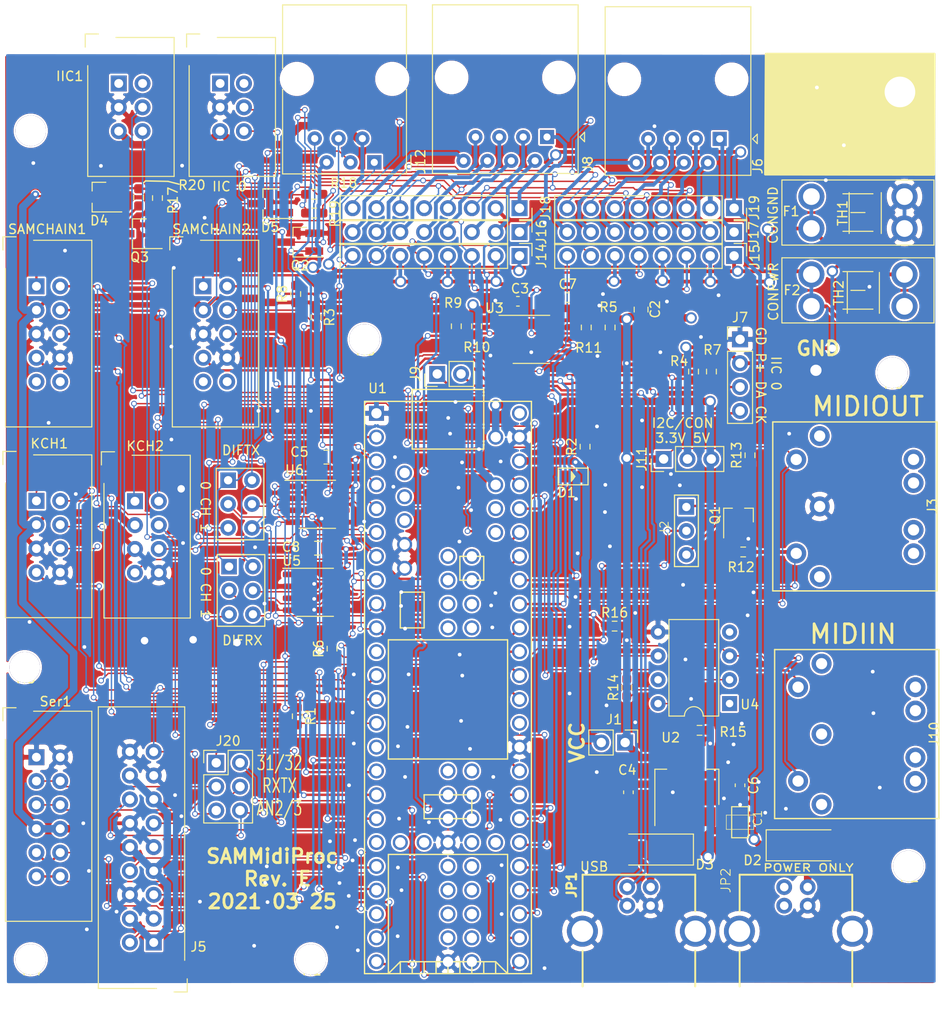
<source format=kicad_pcb>
(kicad_pcb (version 20171130) (host pcbnew "(5.1.7)-1")
  (layers (0 F.Cu signal) (31 B.Cu signal) (34 B.Paste user hide) (35 F.Paste user hide) (36 B.SilkS user hide) (37 F.SilkS user) (38 B.Mask user hide) (39 F.Mask user hide) (44 Edge.Cuts user hide))
  (net 0 "")
  (net 1 GND)
  (net 2 VCC)
  (net 3 /VBUS)
  (net 4 /DMINUS)
  (net 5 /DPLUS)
  (net 6 /SCL1)
  (net 7 /SDA0)
  (net 8 /SCL0)
  (net 9 /KCH0OUT)
  (net 10 /KCH0RST)
  (net 11 /KCH0LOAD)
  (net 12 /KCH0CLK)
  (net 13 /KCH0IN)
  (net 14 /KCH1IN)
  (net 15 /KCH1CLK)
  (net 16 /KCH1LOAD)
  (net 17 /KCH1RST)
  (net 18 /KCH1OUT)
  (net 19 /RX4)
  (net 20 /TX4)
  (net 21 /RX5_SDA0)
  (net 22 /TX5_SCL0)
  (net 23 /MISO)
  (net 24 /MOSI)
  (net 25 /AN4)
  (net 26 /AN2)
  (net 27 /AN0)
  (net 28 /AN5)
  (net 29 /AN3)
  (net 30 /AN1)
  (net 31 /SAMRST1)
  (net 32 "Net-(D1-Pad2)")
  (net 33 /SAMRST0)
  (net 34 /SENSE1)
  (net 35 /SAMSENSE0)
  (net 36 /SAMCK1)
  (net 37 /SAM_Drive1)
  (net 38 /SAMSYNC1)
  (net 39 /SAMSYNC0)
  (net 40 /SAM_DRIVE0)
  (net 41 /SAMCLK0)
  (net 42 "Net-(D1-Pad1)")
  (net 43 /LCL)
  (net 44 /LDA)
  (net 45 /SDA1)
  (net 46 /MIDIPorts/M2)
  (net 47 "Net-(J2-Pad3)")
  (net 48 "Net-(R14-Pad1)")
  (net 49 "Net-(R15-Pad1)")
  (net 50 "Net-(D2-Pad1)")
  (net 51 "Net-(D3-Pad1)")
  (net 52 "Net-(J12-Pad1)")
  (net 53 /MIDIPorts/DDB0)
  (net 54 /MIDIPorts/ARX)
  (net 55 /MIDIPorts/DDB1)
  (net 56 /MIDIPorts/DDA1)
  (net 57 /MIDIPorts/BRX)
  (net 58 /MIDIPorts/DDA0)
  (net 59 /MIDIPorts/ATX)
  (net 60 /MIDIPorts/BTX)
  (net 61 /MIDIPorts/EXT0)
  (net 62 /MIDIPorts/EXT1)
  (net 63 GND1)
  (net 64 +VDC)
  (net 65 "Net-(F2-Pad2)")
  (net 66 "Net-(J17-Pad1)")
  (net 67 "Net-(J17-Pad2)")
  (net 68 "Net-(J17-Pad3)")
  (net 69 "Net-(J17-Pad4)")
  (net 70 "Net-(J17-Pad5)")
  (net 71 "Net-(J17-Pad6)")
  (net 72 "Net-(J17-Pad7)")
  (net 73 "Net-(J17-Pad8)")
  (net 74 "Net-(J16-Pad8)")
  (net 75 "Net-(J16-Pad7)")
  (net 76 "Net-(J16-Pad6)")
  (net 77 "Net-(J16-Pad5)")
  (net 78 "Net-(J16-Pad4)")
  (net 79 "Net-(J16-Pad3)")
  (net 80 "Net-(J16-Pad2)")
  (net 81 "Net-(J16-Pad1)")
  (net 82 "Net-(Q2-Pad3)")
  (net 83 /D23)
  (net 84 "Net-(Q3-Pad3)")
  (net 85 /O_RX4)
  (net 86 /O_TX4)
  (net 87 "Net-(J12-Pad6)")
  (net 88 "Net-(J1-Pad2)")
  (module Connector_PinHeader_2.54mm:PinHeader_1x03_P2.54mm_Vertical (layer F.Cu) (at 143.625 97.2 90)
    (fp_text reference J11 (at 0 -2.33 90) (layer F.SilkS))
    (fp_text value Conn_01x03_Male)
    (pad 1 thru_hole rect (at 0 0 90) (size 1.7 1.7) (drill 1) (layers *.Cu *.Mask) (net 2 VCC))
    (pad 2 thru_hole oval (at 0 2.54 90) (size 1.7 1.7) (drill 1) (layers *.Cu *.Mask) (net 65 "Net-(F2-Pad2)"))
    (pad 3 thru_hole oval (at 0 5.08 90) (size 1.7 1.7) (drill 1) (layers *.Cu *.Mask) (net 3 /VBUS))
  )
  (module SeeedOPL-Connector-2016:USB4+2-2.5-90D-15.8X12MM (layer F.Cu) (at 140.99032 144.78 90)
    (fp_text reference JP1 (at 2.205 -7.16532 270) (layer F.SilkS) (effects (font (thickness 0.25))))
    (fp_text value DIP-USB-B-TYPE-FMAL_4+2P-2.0-90D_ hide)
    (pad D+ thru_hole circle (at 0 -1.24968 90) (size 1.6764 1.6764) (drill 0.9144) (layers *.Cu *.Paste *.Mask) (net 5 /DPLUS))
    (pad D- thru_hole circle (at 1.9812 -1.24968 90) (size 1.6764 1.6764) (drill 0.9144) (layers *.Cu *.Paste *.Mask) (net 4 /DMINUS))
    (pad GND thru_hole circle (at 0 1.24968 90) (size 1.6764 1.6764) (drill 0.9144) (layers *.Cu *.Paste *.Mask) (net 1 GND))
    (pad S1 thru_hole circle (at -2.7178 6.0198 90) (size 3.302 3.302) (drill 2.286) (layers *.Cu *.Paste *.Mask) (net 1 GND))
    (pad S2 thru_hole circle (at -2.7178 -6.0198 90) (size 3.302 3.302) (drill 2.286) (layers *.Cu *.Paste *.Mask) (net 1 GND))
    (pad VBUS thru_hole circle (at 1.9812 1.24968 90) (size 1.6764 1.6764) (drill 0.9144) (layers *.Cu *.Paste *.Mask) (net 51 "Net-(D3-Pad1)"))
  )
  (module CLRConnector:Mounting#4 (layer F.Cu) (at 106.045 150.495)
    (fp_text reference M1 (at 0.1 1.2) (layer F.SilkS))
    (fp_text value Conn_01x01)
    (pad 1 thru_hole circle (at 0 0) (size 3.2639 3.2639) (drill 3.2639) (layers *.Cu *.Mask))
  )
  (module CLRConnector:Mounting#4 (layer F.Cu) (at 169.7 140.55)
    (fp_text reference M2 (at 0.1 1.2) (layer F.SilkS))
    (fp_text value Conn_01x01)
    (pad 1 thru_hole circle (at 0 0) (size 3.2639 3.2639) (drill 3.2639) (layers *.Cu *.Mask))
  )
  (module CLRConnector:Mounting#4 (layer F.Cu) (at 111.76 84.455)
    (fp_text reference M3 (at 0.1 1.2) (layer F.SilkS))
    (fp_text value Conn_01x01)
    (pad 1 thru_hole circle (at 0 0) (size 3.2639 3.2639) (drill 3.2639) (layers *.Cu *.Mask))
  )
  (module CLRConnector:Mounting#4 (layer F.Cu) (at 76.2 150.495)
    (fp_text reference M4 (at 0.1 1.2) (layer F.SilkS))
    (fp_text value Conn_01x01)
    (pad 1 thru_hole circle (at 0 0) (size 3.2639 3.2639) (drill 3.2639) (layers *.Cu *.Mask))
  )
  (module CLRConnector:Mounting#4 (layer F.Cu) (at 75.565 119.38)
    (fp_text reference M5 (at 0.1 1.2) (layer F.SilkS))
    (fp_text value Conn_01x01)
    (pad 1 thru_hole circle (at 0 0) (size 3.2639 3.2639) (drill 3.2639) (layers *.Cu *.Mask))
  )
  (module CLRConnector:Mounting#4 (layer F.Cu) (at 168 88)
    (fp_text reference M6 (at 0.1 1.2) (layer F.SilkS))
    (fp_text value Conn_01x01)
    (pad 1 thru_hole circle (at 0 0) (size 3.2639 3.2639) (drill 3.2639) (layers *.Cu *.Mask))
  )
  (module CLRConnector:Mounting#4 (layer F.Cu) (at 76.2 62.23)
    (fp_text reference M8 (at -0.025 0.095) (layer F.SilkS))
    (fp_text value Conn_01x01)
    (pad 1 thru_hole circle (at 0 0) (size 3.2639 3.2639) (drill 3.2639) (layers *.Cu *.Mask))
  )
  (module CLRConnector:Mounting#4 (layer F.Cu) (at 168.8 58.1)
    (fp_text reference M9 (at 0.1 1.2) (layer F.SilkS))
    (fp_text value Conn_01x01)
    (pad 1 thru_hole circle (at 0 0) (size 3.2639 3.2639) (drill 3.2639) (layers *.Cu *.Mask))
  )
  (module CLRLibraryParts:Teensy35_36 (layer F.Cu) (at 120.65 121.539 270)
    (fp_text reference U1 (at -31.864 7.5) (layer F.SilkS))
    (fp_text value Teensy3.6)
    (pad 17 thru_hole circle (at 11.43 7.62 270) (size 1.6 1.6) (drill 1.1) (layers *.Cu *.Mask) (net 13 /KCH0IN))
    (pad 18 thru_hole circle (at 13.97 7.62 270) (size 1.6 1.6) (drill 1.1) (layers *.Cu *.Mask) (net 11 /KCH0LOAD))
    (pad 19 thru_hole circle (at 16.51 7.62 270) (size 1.6 1.6) (drill 1.1) (layers *.Cu *.Mask))
    (pad 20 thru_hole circle (at 19.05 7.62 270) (size 1.6 1.6) (drill 1.1) (layers *.Cu *.Mask) (net 12 /KCH0CLK))
    (pad 16 thru_hole circle (at 8.89 7.62 270) (size 1.6 1.6) (drill 1.1) (layers *.Cu *.Mask) (net 9 /KCH0OUT))
    (pad 15 thru_hole circle (at 6.35 7.62 270) (size 1.6 1.6) (drill 1.1) (layers *.Cu *.Mask))
    (pad 14 thru_hole circle (at 3.81 7.62 270) (size 1.6 1.6) (drill 1.1) (layers *.Cu *.Mask) (net 31 /SAMRST1))
    (pad 21 thru_hole circle (at 21.59 7.62 270) (size 1.6 1.6) (drill 1.1) (layers *.Cu *.Mask) (net 10 /KCH0RST))
    (pad 22 thru_hole circle (at 24.13 7.62 270) (size 1.6 1.6) (drill 1.1) (layers *.Cu *.Mask))
    (pad 23 thru_hole circle (at 26.67 7.62 270) (size 1.6 1.6) (drill 1.1) (layers *.Cu *.Mask) (net 19 /RX4))
    (pad 24 thru_hole circle (at 29.21 7.62 270) (size 1.6 1.6) (drill 1.1) (layers *.Cu *.Mask) (net 20 /TX4))
    (pad 25 thru_hole circle (at 16.51 5.08 270) (size 1.6 1.6) (drill 1.1) (layers *.Cu *.Mask))
    (pad 26 thru_hole circle (at 16.51 2.54 270) (size 1.6 1.6) (drill 1.1) (layers *.Cu *.Mask))
    (pad 27 thru_hole circle (at 16.51 0 270) (size 1.6 1.6) (drill 1.1) (layers *.Cu *.Mask) (net 1 GND))
    (pad 28 thru_hole circle (at 16.51 -2.54 270) (size 1.6 1.6) (drill 1.1) (layers *.Cu *.Mask))
    (pad 29 thru_hole circle (at 16.51 -5.08 270) (size 1.6 1.6) (drill 1.1) (layers *.Cu *.Mask))
    (pad 30 thru_hole circle (at 29.21 -7.62 270) (size 1.6 1.6) (drill 1.1) (layers *.Cu *.Mask) (net 22 /TX5_SCL0))
    (pad 31 thru_hole circle (at 26.67 -7.62 270) (size 1.6 1.6) (drill 1.1) (layers *.Cu *.Mask) (net 21 /RX5_SDA0))
    (pad 32 thru_hole circle (at 24.13 -7.62 270) (size 1.6 1.6) (drill 1.1) (layers *.Cu *.Mask) (net 18 /KCH1OUT))
    (pad 33 thru_hole circle (at 21.59 -7.62 270) (size 1.6 1.6) (drill 1.1) (layers *.Cu *.Mask) (net 14 /KCH1IN))
    (pad 34 thru_hole circle (at 19.05 -7.62 270) (size 1.6 1.6) (drill 1.1) (layers *.Cu *.Mask) (net 6 /SCL1))
    (pad 35 thru_hole circle (at 16.51 -7.62 270) (size 1.6 1.6) (drill 1.1) (layers *.Cu *.Mask) (net 45 /SDA1))
    (pad 36 thru_hole circle (at 13.97 -7.62 270) (size 1.6 1.6) (drill 1.1) (layers *.Cu *.Mask) (net 17 /KCH1RST))
    (pad 37 thru_hole circle (at 11.43 -7.62 270) (size 1.6 1.6) (drill 1.1) (layers *.Cu *.Mask) (net 27 /AN0))
    (pad 13 thru_hole circle (at 1.27 7.62 270) (size 1.6 1.6) (drill 1.1) (layers *.Cu *.Mask) (net 36 /SAMCK1))
    (pad 12 thru_hole circle (at -1.27 7.62 270) (size 1.6 1.6) (drill 1.1) (layers *.Cu *.Mask) (net 38 /SAMSYNC1))
    (pad 11 thru_hole circle (at -3.81 7.62 270) (size 1.6 1.6) (drill 1.1) (layers *.Cu *.Mask))
    (pad 10 thru_hole circle (at -6.35 7.62 270) (size 1.6 1.6) (drill 1.1) (layers *.Cu *.Mask) (net 23 /MISO))
    (pad 9 thru_hole circle (at -8.89 7.62 270) (size 1.6 1.6) (drill 1.1) (layers *.Cu *.Mask) (net 24 /MOSI))
    (pad 8 thru_hole circle (at -11.43 7.62 270) (size 1.6 1.6) (drill 1.1) (layers *.Cu *.Mask) (net 34 /SENSE1))
    (pad 7 thru_hole circle (at -13.97 7.62 270) (size 1.6 1.6) (drill 1.1) (layers *.Cu *.Mask) (net 37 /SAM_Drive1))
    (pad 6 thru_hole circle (at -16.51 7.62 270) (size 1.6 1.6) (drill 1.1) (layers *.Cu *.Mask) (net 33 /SAMRST0))
    (pad 5 thru_hole circle (at -19.05 7.62 270) (size 1.6 1.6) (drill 1.1) (layers *.Cu *.Mask) (net 41 /SAMCLK0))
    (pad 4 thru_hole circle (at -21.59 7.62 270) (size 1.6 1.6) (drill 1.1) (layers *.Cu *.Mask) (net 39 /SAMSYNC0))
    (pad 3 thru_hole circle (at -24.13 7.62 270) (size 1.6 1.6) (drill 1.1) (layers *.Cu *.Mask) (net 35 /SAMSENSE0))
    (pad 2 thru_hole circle (at -26.67 7.62 270) (size 1.6 1.6) (drill 1.1) (layers *.Cu *.Mask) (net 40 /SAM_DRIVE0))
    (pad 1 thru_hole rect (at -29.21 7.62 270) (size 1.6 1.6) (drill 1.1) (layers *.Cu *.Mask) (net 1 GND))
    (pad 38 thru_hole circle (at 8.89 -7.62 270) (size 1.6 1.6) (drill 1.1) (layers *.Cu *.Mask) (net 30 /AN1))
    (pad 39 thru_hole circle (at 6.35 -7.62 270) (size 1.6 1.6) (drill 1.1) (layers *.Cu *.Mask) (net 1 GND))
    (pad 40 thru_hole circle (at 3.81 -7.62 270) (size 1.6 1.6) (drill 1.1) (layers *.Cu *.Mask))
    (pad 41 thru_hole circle (at 1.27 -7.62 270) (size 1.6 1.6) (drill 1.1) (layers *.Cu *.Mask) (net 26 /AN2))
    (pad 42 thru_hole circle (at -1.27 -7.62 270) (size 1.6 1.6) (drill 1.1) (layers *.Cu *.Mask) (net 29 /AN3))
    (pad 43 thru_hole circle (at -3.81 -7.62 270) (size 1.6 1.6) (drill 1.1) (layers *.Cu *.Mask) (net 25 /AN4))
    (pad 44 thru_hole circle (at -6.35 -7.62 270) (size 1.6 1.6) (drill 1.1) (layers *.Cu *.Mask) (net 28 /AN5))
    (pad 45 thru_hole circle (at -8.89 -7.62 270) (size 1.6 1.6) (drill 1.1) (layers *.Cu *.Mask) (net 7 /SDA0))
    (pad 46 thru_hole circle (at -11.43 -7.62 270) (size 1.6 1.6) (drill 1.1) (layers *.Cu *.Mask) (net 8 /SCL0))
    (pad 47 thru_hole circle (at -13.97 -7.62 270) (size 1.6 1.6) (drill 1.1) (layers *.Cu *.Mask) (net 15 /KCH1CLK))
    (pad 48 thru_hole circle (at -16.51 -7.62 270) (size 1.6 1.6) (drill 1.1) (layers *.Cu *.Mask) (net 16 /KCH1LOAD))
    (pad 49 thru_hole circle (at -19.05 -7.62 270) (size 1.6 1.6) (drill 1.1) (layers *.Cu *.Mask) (net 42 "Net-(D1-Pad1)"))
    (pad 50 thru_hole circle (at -21.59 -7.62 270) (size 1.6 1.6) (drill 1.1) (layers *.Cu *.Mask) (net 83 /D23))
    (pad 51 thru_hole circle (at -24.13 -7.62 270) (size 1.6 1.6) (drill 1.1) (layers *.Cu *.Mask) (net 88 "Net-(J1-Pad2)"))
    (pad 52 thru_hole circle (at -26.67 -7.62 270) (size 1.6 1.6) (drill 1.1) (layers *.Cu *.Mask) (net 1 GND))
    (pad 53 thru_hole circle (at -29.21 -7.62 270) (size 1.6 1.6) (drill 1.1) (layers *.Cu *.Mask))
    (pad 54 thru_hole circle (at -26.67 -5.08 270) (size 1.6 1.6) (drill 1.1) (layers *.Cu *.Mask) (net 3 /VBUS))
    (pad 55 thru_hole circle (at -21.59 -5.08 270) (size 1.6 1.6) (drill 1.1) (layers *.Cu *.Mask) (net 2 VCC))
    (pad 56 thru_hole circle (at -19.05 -5.08 270) (size 1.6 1.6) (drill 1.1) (layers *.Cu *.Mask))
    (pad 57 thru_hole circle (at -16.51 -5.08 270) (size 1.6 1.6) (drill 1.1) (layers *.Cu *.Mask))
    (pad 63 thru_hole circle (at -13.97 0 270) (size 1.6 1.6) (drill 1.1) (layers *.Cu *.Mask))
    (pad 64 thru_hole circle (at -11.43 0 270) (size 1.6 1.6) (drill 1.1) (layers *.Cu *.Mask))
    (pad 65 thru_hole circle (at -8.89 0 270) (size 1.6 1.6) (drill 1.1) (layers *.Cu *.Mask))
    (pad 66 thru_hole circle (at -6.35 0 270) (size 1.6 1.6) (drill 1.1) (layers *.Cu *.Mask))
    (pad 67 thru_hole circle (at 8.89 0 270) (size 1.6 1.6) (drill 1.1) (layers *.Cu *.Mask))
    (pad 68 thru_hole circle (at 11.43 0 270) (size 1.6 1.6) (drill 1.1) (layers *.Cu *.Mask))
    (pad 69 thru_hole circle (at 13.97 0 270) (size 1.6 1.6) (drill 1.1) (layers *.Cu *.Mask))
    (pad 70 thru_hole circle (at 19.05 0 270) (size 1.6 1.6) (drill 1.1) (layers *.Cu *.Mask))
    (pad 71 thru_hole circle (at 21.59 0 270) (size 1.6 1.6) (drill 1.1) (layers *.Cu *.Mask))
    (pad 72 thru_hole circle (at 24.13 0 270) (size 1.6 1.6) (drill 1.1) (layers *.Cu *.Mask))
    (pad 73 thru_hole circle (at 26.67 0 270) (size 1.6 1.6) (drill 1.1) (layers *.Cu *.Mask))
    (pad 74 thru_hole circle (at 29.21 0 270) (size 1.6 1.6) (drill 1.1) (layers *.Cu *.Mask) (net 1 GND))
    (pad 75 thru_hole circle (at 29.21 -2.54 270) (size 1.6 1.6) (drill 1.1) (layers *.Cu *.Mask))
    (pad 76 thru_hole circle (at 26.67 -2.54 270) (size 1.6 1.6) (drill 1.1) (layers *.Cu *.Mask))
    (pad 77 thru_hole circle (at 24.13 -2.54 270) (size 1.6 1.6) (drill 1.1) (layers *.Cu *.Mask))
    (pad 78 thru_hole circle (at 21.59 -2.54 270) (size 1.6 1.6) (drill 1.1) (layers *.Cu *.Mask))
    (pad 79 thru_hole circle (at 19.05 -2.54 270) (size 1.6 1.6) (drill 1.1) (layers *.Cu *.Mask))
    (pad 80 thru_hole circle (at 13.97 -2.54 270) (size 1.6 1.6) (drill 1.1) (layers *.Cu *.Mask))
    (pad 81 thru_hole circle (at 11.43 -2.54 270) (size 1.6 1.6) (drill 1.1) (layers *.Cu *.Mask))
    (pad 82 thru_hole circle (at 8.89 -2.54 270) (size 1.6 1.6) (drill 1.1) (layers *.Cu *.Mask))
    (pad 83 thru_hole circle (at -6.35 -2.54 270) (size 1.6 1.6) (drill 1.1) (layers *.Cu *.Mask))
    (pad 84 thru_hole circle (at -8.89 -2.54 270) (size 1.6 1.6) (drill 1.1) (layers *.Cu *.Mask))
    (pad 85 thru_hole circle (at -11.43 -2.54 270) (size 1.6 1.6) (drill 1.1) (layers *.Cu *.Mask))
    (pad 86 thru_hole circle (at -13.97 -2.54 270) (size 1.6 1.6) (drill 1.1) (layers *.Cu *.Mask))
    (pad 58 thru_hole circle (at -22.86 4.62 270) (size 1.6 1.6) (drill 1.1) (layers *.Cu *.Mask))
    (pad 59 thru_hole circle (at -20.32 4.62 270) (size 1.6 1.6) (drill 1.1) (layers *.Cu *.Mask))
    (pad 60 thru_hole circle (at -17.78 4.62 270) (size 1.6 1.6) (drill 1.1) (layers *.Cu *.Mask))
    (pad 61 thru_hole circle (at -15.24 4.62 270) (size 1.6 1.6) (drill 1.1) (layers *.Cu *.Mask) (net 1 GND))
    (pad 62 thru_hole circle (at -12.7 4.62 270) (size 1.6 1.6) (drill 1.1) (layers *.Cu *.Mask) (net 1 GND))
  )
  (module Package_TO_SOT_SMD:SOT-223-3_TabPin2 (layer F.Cu) (at 146.1 132.15 90)
    (fp_text reference U2 (at 5.275 -1.725 180) (layer F.SilkS))
    (fp_text value AP1117-33)
    (pad 2 smd rect (at 3.15 0 90) (size 2 3.8) (layers F.Cu F.Paste F.Mask) (net 2 VCC))
    (pad 2 smd rect (at -3.15 0 90) (size 2 1.5) (layers F.Cu F.Paste F.Mask) (net 2 VCC))
    (pad 3 smd rect (at -3.15 2.3 90) (size 2 1.5) (layers F.Cu F.Paste F.Mask) (net 3 /VBUS))
    (pad 1 smd rect (at -3.15 -2.3 90) (size 2 1.5) (layers F.Cu F.Paste F.Mask) (net 1 GND))
  )
  (module Package_SO:SOIC-8_3.9x4.9mm_P1.27mm (layer F.Cu) (at 129.54 84.455)
    (fp_text reference U3 (at -3.94 -3.33) (layer F.SilkS))
    (fp_text value P82B715)
    (pad 1 smd roundrect (at -2.475 -1.905) (size 1.95 0.6) (layers F.Cu F.Paste F.Mask))
    (pad 2 smd roundrect (at -2.475 -0.635) (size 1.95 0.6) (layers F.Cu F.Paste F.Mask) (net 44 /LDA))
    (pad 3 smd roundrect (at -2.475 0.635) (size 1.95 0.6) (layers F.Cu F.Paste F.Mask) (net 45 /SDA1))
    (pad 4 smd roundrect (at -2.475 1.905) (size 1.95 0.6) (layers F.Cu F.Paste F.Mask) (net 1 GND))
    (pad 5 smd roundrect (at 2.475 1.905) (size 1.95 0.6) (layers F.Cu F.Paste F.Mask))
    (pad 6 smd roundrect (at 2.475 0.635) (size 1.95 0.6) (layers F.Cu F.Paste F.Mask) (net 6 /SCL1))
    (pad 7 smd roundrect (at 2.475 -0.635) (size 1.95 0.6) (layers F.Cu F.Paste F.Mask) (net 43 /LCL))
    (pad 8 smd roundrect (at 2.475 -1.905) (size 1.95 0.6) (layers F.Cu F.Paste F.Mask) (net 2 VCC))
  )
  (module Connector_RJ:RJ45_Amphenol_54602-x08_Horizontal (layer F.Cu) (at 149.6 63.1 180)
    (fp_text reference J6 (at -4.05 -2.9 270) (layer F.SilkS))
    (fp_text value RJ45)
    (pad "" np_thru_hole circle (at 10.16 6.35 180) (size 3.2 3.2) (drill 3.2) (layers *.Cu *.Mask))
    (pad "" np_thru_hole circle (at -1.27 6.35 180) (size 3.2 3.2) (drill 3.2) (layers *.Cu *.Mask))
    (pad 1 thru_hole rect (at 0 0 180) (size 1.5 1.5) (drill 0.76) (layers *.Cu *.Mask) (net 66 "Net-(J17-Pad1)"))
    (pad 2 thru_hole circle (at 1.27 -2.54 180) (size 1.5 1.5) (drill 0.76) (layers *.Cu *.Mask) (net 67 "Net-(J17-Pad2)"))
    (pad 3 thru_hole circle (at 2.54 0 180) (size 1.5 1.5) (drill 0.76) (layers *.Cu *.Mask) (net 68 "Net-(J17-Pad3)"))
    (pad 4 thru_hole circle (at 3.81 -2.54 180) (size 1.5 1.5) (drill 0.76) (layers *.Cu *.Mask) (net 69 "Net-(J17-Pad4)"))
    (pad 5 thru_hole circle (at 5.08 0 180) (size 1.5 1.5) (drill 0.76) (layers *.Cu *.Mask) (net 70 "Net-(J17-Pad5)"))
    (pad 6 thru_hole circle (at 6.35 -2.54 180) (size 1.5 1.5) (drill 0.76) (layers *.Cu *.Mask) (net 71 "Net-(J17-Pad6)"))
    (pad 7 thru_hole circle (at 7.62 0 180) (size 1.5 1.5) (drill 0.76) (layers *.Cu *.Mask) (net 72 "Net-(J17-Pad7)"))
    (pad 8 thru_hole circle (at 8.89 -2.54 180) (size 1.5 1.5) (drill 0.76) (layers *.Cu *.Mask) (net 73 "Net-(J17-Pad8)"))
  )
  (module Connector_RJ:RJ45_Amphenol_54602-x08_Horizontal (layer F.Cu) (at 131.2 62.9 180)
    (fp_text reference J8 (at -4.35 -2.875 270) (layer F.SilkS))
    (fp_text value RJ45)
    (pad 8 thru_hole circle (at 8.89 -2.54 180) (size 1.5 1.5) (drill 0.76) (layers *.Cu *.Mask) (net 74 "Net-(J16-Pad8)"))
    (pad 7 thru_hole circle (at 7.62 0 180) (size 1.5 1.5) (drill 0.76) (layers *.Cu *.Mask) (net 75 "Net-(J16-Pad7)"))
    (pad 6 thru_hole circle (at 6.35 -2.54 180) (size 1.5 1.5) (drill 0.76) (layers *.Cu *.Mask) (net 76 "Net-(J16-Pad6)"))
    (pad 5 thru_hole circle (at 5.08 0 180) (size 1.5 1.5) (drill 0.76) (layers *.Cu *.Mask) (net 77 "Net-(J16-Pad5)"))
    (pad 4 thru_hole circle (at 3.81 -2.54 180) (size 1.5 1.5) (drill 0.76) (layers *.Cu *.Mask) (net 78 "Net-(J16-Pad4)"))
    (pad 3 thru_hole circle (at 2.54 0 180) (size 1.5 1.5) (drill 0.76) (layers *.Cu *.Mask) (net 79 "Net-(J16-Pad3)"))
    (pad 2 thru_hole circle (at 1.27 -2.54 180) (size 1.5 1.5) (drill 0.76) (layers *.Cu *.Mask) (net 80 "Net-(J16-Pad2)"))
    (pad 1 thru_hole rect (at 0 0 180) (size 1.5 1.5) (drill 0.76) (layers *.Cu *.Mask) (net 81 "Net-(J16-Pad1)"))
    (pad "" np_thru_hole circle (at -1.27 6.35 180) (size 3.2 3.2) (drill 3.2) (layers *.Cu *.Mask))
    (pad "" np_thru_hole circle (at 10.16 6.35 180) (size 3.2 3.2) (drill 3.2) (layers *.Cu *.Mask))
  )
  (module OPL_Optoelectronics:LED-0805 (layer F.Cu) (at 133.985 99.06)
    (fp_text reference D1 (at -0.6858 1.7018) (layer F.SilkS))
    (fp_text value SMD-LED-CLEAR-GREEN_0805_)
    (pad 2 smd rect (at 0.889 0) (size 0.889 1.27) (layers F.Cu F.Paste F.Mask) (net 32 "Net-(D1-Pad2)"))
    (pad 1 smd rect (at -0.889 0) (size 0.889 1.27) (layers F.Cu F.Paste F.Mask) (net 42 "Net-(D1-Pad1)"))
  )
  (module SeeedOPL-Capacitor-2016:C0805 (layer F.Cu) (at 151.765 135.89 180)
    (fp_text reference C1 (at -1.885 0.44 270) (layer F.SilkS) (effects (font (size 0.889 0.889) (thickness 0.1016))))
    (fp_text value CERAMIC-100NF-50V-10%-X7R_0603_ hide)
    (pad 1 smd rect (at 0 -0.889 90) (size 1.016 1.397) (layers F.Cu F.Paste F.Mask) (net 3 /VBUS))
    (pad 2 smd rect (at 0 0.889 90) (size 1.016 1.397) (layers F.Cu F.Paste F.Mask) (net 1 GND))
  )
  (module CLRLibrary:RibbonCableSocket_10_OddEven (layer F.Cu) (at 78.105 88.9)
    (fp_text reference SAMCHAIN1 (at -0.1524 -16.1798 180) (layer F.SilkS))
    (fp_text value Conn_02x05_Odd_Even)
    (pad 1 thru_hole rect (at -1.3 -10.1) (size 1.7 1.7) (drill 0.95) (layers *.Cu *.Mask) (net 34 /SENSE1))
    (pad 3 thru_hole circle (at -1.3 -7.56) (size 1.7 1.7) (drill 0.95) (layers *.Cu *.Mask) (net 2 VCC))
    (pad 5 thru_hole circle (at -1.3 -5.02) (size 1.7 1.7) (drill 0.95) (layers *.Cu *.Mask) (net 1 GND))
    (pad 7 thru_hole circle (at -1.3 -2.48) (size 1.7 1.7) (drill 0.95) (layers *.Cu *.Mask) (net 36 /SAMCK1))
    (pad 9 thru_hole circle (at -1.3 0.06) (size 1.7 1.7) (drill 0.95) (layers *.Cu *.Mask))
    (pad 2 thru_hole circle (at 1.24 -10.1) (size 1.7 1.7) (drill 0.95) (layers *.Cu *.Mask) (net 37 /SAM_Drive1))
    (pad 4 thru_hole circle (at 1.24 -7.56) (size 1.7 1.7) (drill 0.95) (layers *.Cu *.Mask) (net 31 /SAMRST1))
    (pad 6 thru_hole circle (at 1.24 -5.02) (size 1.7 1.7) (drill 0.95) (layers *.Cu *.Mask) (net 38 /SAMSYNC1))
    (pad 8 thru_hole circle (at 1.24 -2.48) (size 1.7 1.7) (drill 0.95) (layers *.Cu *.Mask) (net 1 GND))
    (pad 10 thru_hole circle (at 1.24 0.06) (size 1.7 1.7) (drill 0.95) (layers *.Cu *.Mask))
  )
  (module CLRLibrary:RibbonCableSocket_10_OddEven (layer F.Cu) (at 95.885 88.9)
    (fp_text reference SAMCHAIN2 (at -0.4318 -16.1798 180) (layer F.SilkS))
    (fp_text value Conn_02x05_Odd_Even)
    (pad 10 thru_hole circle (at 1.24 0.06) (size 1.7 1.7) (drill 0.95) (layers *.Cu *.Mask))
    (pad 8 thru_hole circle (at 1.24 -2.48) (size 1.7 1.7) (drill 0.95) (layers *.Cu *.Mask) (net 1 GND))
    (pad 6 thru_hole circle (at 1.24 -5.02) (size 1.7 1.7) (drill 0.95) (layers *.Cu *.Mask) (net 39 /SAMSYNC0))
    (pad 4 thru_hole circle (at 1.24 -7.56) (size 1.7 1.7) (drill 0.95) (layers *.Cu *.Mask) (net 33 /SAMRST0))
    (pad 2 thru_hole circle (at 1.24 -10.1) (size 1.7 1.7) (drill 0.95) (layers *.Cu *.Mask) (net 40 /SAM_DRIVE0))
    (pad 9 thru_hole circle (at -1.3 0.06) (size 1.7 1.7) (drill 0.95) (layers *.Cu *.Mask))
    (pad 7 thru_hole circle (at -1.3 -2.48) (size 1.7 1.7) (drill 0.95) (layers *.Cu *.Mask) (net 41 /SAMCLK0))
    (pad 5 thru_hole circle (at -1.3 -5.02) (size 1.7 1.7) (drill 0.95) (layers *.Cu *.Mask) (net 1 GND))
    (pad 3 thru_hole circle (at -1.3 -7.56) (size 1.7 1.7) (drill 0.95) (layers *.Cu *.Mask) (net 2 VCC))
    (pad 1 thru_hole rect (at -1.3 -10.1) (size 1.7 1.7) (drill 0.95) (layers *.Cu *.Mask) (net 35 /SAMSENSE0))
  )
  (module CLRLibrary:RibbonCableSocket_6_OddEven (layer F.Cu) (at 86.875 67.295)
    (fp_text reference IIC1 (at -6.525 -10.87 -180) (layer F.SilkS))
    (fp_text value Conn_02x03_Odd_Even)
    (pad 1 thru_hole rect (at -1.3 -10.1) (size 1.7 1.7) (drill 0.95) (layers *.Cu *.Mask))
    (pad 3 thru_hole circle (at -1.3 -7.56) (size 1.7 1.7) (drill 0.95) (layers *.Cu *.Mask) (net 1 GND))
    (pad 5 thru_hole circle (at -1.3 -5.02) (size 1.7 1.7) (drill 0.95) (layers *.Cu *.Mask) (net 64 +VDC))
    (pad 2 thru_hole circle (at 1.24 -10.1) (size 1.7 1.7) (drill 0.95) (layers *.Cu *.Mask))
    (pad 4 thru_hole circle (at 1.24 -7.56) (size 1.7 1.7) (drill 0.95) (layers *.Cu *.Mask) (net 6 /SCL1))
    (pad 6 thru_hole circle (at 1.24 -5.02) (size 1.7 1.7) (drill 0.95) (layers *.Cu *.Mask) (net 45 /SDA1))
  )
  (module CLRLibrary:RibbonCableSocket_6_OddEven (layer F.Cu) (at 97.675 67.295)
    (fp_text reference IIC2 hide)
    (fp_text value Conn_02x03_Odd_Even)
    (pad 6 thru_hole circle (at 1.24 -5.02) (size 1.7 1.7) (drill 0.95) (layers *.Cu *.Mask) (net 7 /SDA0))
    (pad 4 thru_hole circle (at 1.24 -7.56) (size 1.7 1.7) (drill 0.95) (layers *.Cu *.Mask) (net 8 /SCL0))
    (pad 2 thru_hole circle (at 1.24 -10.1) (size 1.7 1.7) (drill 0.95) (layers *.Cu *.Mask))
    (pad 5 thru_hole circle (at -1.3 -5.02) (size 1.7 1.7) (drill 0.95) (layers *.Cu *.Mask) (net 64 +VDC))
    (pad 3 thru_hole circle (at -1.3 -7.56) (size 1.7 1.7) (drill 0.95) (layers *.Cu *.Mask) (net 1 GND))
    (pad 1 thru_hole rect (at -1.3 -10.1) (size 1.7 1.7) (drill 0.95) (layers *.Cu *.Mask))
  )
  (module CLRLibrary:RibbonCableSocket_18_OddEven (layer F.Cu) (at 88 138.6 180)
    (fp_text reference J5 (at -6.0706 -10.5664) (layer F.SilkS))
    (fp_text value Conn_02x09_Odd_Even)
    (pad 18 thru_hole circle (at 1.24 10.22 180) (size 1.7 1.7) (drill 0.95) (layers *.Cu *.Mask) (net 1 GND))
    (pad 16 thru_hole circle (at 1.24 7.68 180) (size 1.7 1.7) (drill 0.95) (layers *.Cu *.Mask) (net 2 VCC))
    (pad 14 thru_hole circle (at 1.24 5.14 180) (size 1.7 1.7) (drill 0.95) (layers *.Cu *.Mask) (net 29 /AN3))
    (pad 12 thru_hole circle (at 1.24 2.6 180) (size 1.7 1.7) (drill 0.95) (layers *.Cu *.Mask) (net 1 GND))
    (pad 10 thru_hole circle (at 1.24 0.06 180) (size 1.7 1.7) (drill 0.95) (layers *.Cu *.Mask) (net 2 VCC))
    (pad 8 thru_hole circle (at 1.24 -2.48 180) (size 1.7 1.7) (drill 0.95) (layers *.Cu *.Mask) (net 25 /AN4))
    (pad 6 thru_hole circle (at 1.24 -5.02 180) (size 1.7 1.7) (drill 0.95) (layers *.Cu *.Mask) (net 1 GND))
    (pad 4 thru_hole circle (at 1.24 -7.56 180) (size 1.7 1.7) (drill 0.95) (layers *.Cu *.Mask) (net 2 VCC))
    (pad 2 thru_hole circle (at 1.24 -10.1 180) (size 1.7 1.7) (drill 0.95) (layers *.Cu *.Mask) (net 27 /AN0))
    (pad 17 thru_hole circle (at -1.3 10.22 180) (size 1.7 1.7) (drill 0.95) (layers *.Cu *.Mask) (net 26 /AN2))
    (pad 15 thru_hole circle (at -1.3 7.68 180) (size 1.7 1.7) (drill 0.95) (layers *.Cu *.Mask) (net 1 GND))
    (pad 13 thru_hole circle (at -1.3 5.14 180) (size 1.7 1.7) (drill 0.95) (layers *.Cu *.Mask) (net 2 VCC))
    (pad 11 thru_hole circle (at -1.3 2.6 180) (size 1.7 1.7) (drill 0.95) (layers *.Cu *.Mask) (net 28 /AN5))
    (pad 9 thru_hole circle (at -1.3 0.06 180) (size 1.7 1.7) (drill 0.95) (layers *.Cu *.Mask) (net 1 GND))
    (pad 7 thru_hole circle (at -1.3 -2.48 180) (size 1.7 1.7) (drill 0.95) (layers *.Cu *.Mask) (net 2 VCC))
    (pad 5 thru_hole circle (at -1.3 -5.02 180) (size 1.7 1.7) (drill 0.95) (layers *.Cu *.Mask) (net 30 /AN1))
    (pad 3 thru_hole circle (at -1.3 -7.56 180) (size 1.7 1.7) (drill 0.95) (layers *.Cu *.Mask) (net 1 GND))
    (pad 1 thru_hole rect (at -1.3 -10.1 180) (size 1.7 1.7) (drill 0.95) (layers *.Cu *.Mask) (net 2 VCC))
  )
  (module CLRLibrary:RibbonCableSocket_8_CCW (layer F.Cu) (at 78.105 111.76)
    (fp_text reference KCH1 (at 0.0762 -16.2052 180) (layer F.SilkS))
    (fp_text value Conn_02x04_Counter_Clockwise)
    (pad 1 thru_hole rect (at -1.3 -10.1) (size 1.7 1.7) (drill 0.95) (layers *.Cu *.Mask) (net 13 /KCH0IN))
    (pad 2 thru_hole circle (at -1.3 -7.56) (size 1.7 1.7) (drill 0.95) (layers *.Cu *.Mask) (net 2 VCC))
    (pad 3 thru_hole circle (at -1.3 -5.02) (size 1.7 1.7) (drill 0.95) (layers *.Cu *.Mask) (net 1 GND))
    (pad 4 thru_hole circle (at -1.3 -2.48) (size 1.7 1.7) (drill 0.95) (layers *.Cu *.Mask) (net 12 /KCH0CLK))
    (pad 8 thru_hole circle (at 1.24 -10.1) (size 1.7 1.7) (drill 0.95) (layers *.Cu *.Mask) (net 9 /KCH0OUT))
    (pad 7 thru_hole circle (at 1.24 -7.56) (size 1.7 1.7) (drill 0.95) (layers *.Cu *.Mask) (net 10 /KCH0RST))
    (pad 6 thru_hole circle (at 1.24 -5.02) (size 1.7 1.7) (drill 0.95) (layers *.Cu *.Mask) (net 11 /KCH0LOAD))
    (pad 5 thru_hole circle (at 1.24 -2.48) (size 1.7 1.7) (drill 0.95) (layers *.Cu *.Mask) (net 1 GND))
  )
  (module CLRLibrary:RibbonCableSocket_8_CCW (layer F.Cu) (at 88.6 111.8)
    (fp_text reference KCH2 (at -0.2032 -15.9766 180) (layer F.SilkS))
    (fp_text value Conn_02x04_Counter_Clockwise)
    (pad 5 thru_hole circle (at 1.24 -2.48) (size 1.7 1.7) (drill 0.95) (layers *.Cu *.Mask) (net 1 GND))
    (pad 6 thru_hole circle (at 1.24 -5.02) (size 1.7 1.7) (drill 0.95) (layers *.Cu *.Mask) (net 16 /KCH1LOAD))
    (pad 7 thru_hole circle (at 1.24 -7.56) (size 1.7 1.7) (drill 0.95) (layers *.Cu *.Mask) (net 17 /KCH1RST))
    (pad 8 thru_hole circle (at 1.24 -10.1) (size 1.7 1.7) (drill 0.95) (layers *.Cu *.Mask) (net 18 /KCH1OUT))
    (pad 4 thru_hole circle (at -1.3 -2.48) (size 1.7 1.7) (drill 0.95) (layers *.Cu *.Mask) (net 15 /KCH1CLK))
    (pad 3 thru_hole circle (at -1.3 -5.02) (size 1.7 1.7) (drill 0.95) (layers *.Cu *.Mask) (net 1 GND))
    (pad 2 thru_hole circle (at -1.3 -7.56) (size 1.7 1.7) (drill 0.95) (layers *.Cu *.Mask) (net 2 VCC))
    (pad 1 thru_hole rect (at -1.3 -10.1) (size 1.7 1.7) (drill 0.95) (layers *.Cu *.Mask) (net 14 /KCH1IN))
  )
  (module CLRLibrary:RibbonCableSocket_12_OddEven (layer F.Cu) (at 78.105 139.065)
    (fp_text reference Ser1 (at 0.7366 -16.0274 180) (layer F.SilkS))
    (fp_text value Conn_02x06_Odd_Even)
    (pad 12 thru_hole circle (at 1.24 2.6) (size 1.7 1.7) (drill 0.95) (layers *.Cu *.Mask) (net 22 /TX5_SCL0))
    (pad 10 thru_hole circle (at 1.24 0.06) (size 1.7 1.7) (drill 0.95) (layers *.Cu *.Mask) (net 21 /RX5_SDA0))
    (pad 8 thru_hole circle (at 1.24 -2.48) (size 1.7 1.7) (drill 0.95) (layers *.Cu *.Mask) (net 2 VCC))
    (pad 6 thru_hole circle (at 1.24 -5.02) (size 1.7 1.7) (drill 0.95) (layers *.Cu *.Mask) (net 86 /O_TX4))
    (pad 4 thru_hole circle (at 1.24 -7.56) (size 1.7 1.7) (drill 0.95) (layers *.Cu *.Mask) (net 85 /O_RX4))
    (pad 2 thru_hole circle (at 1.24 -10.1) (size 1.7 1.7) (drill 0.95) (layers *.Cu *.Mask) (net 1 GND))
    (pad 11 thru_hole circle (at -1.3 2.6) (size 1.7 1.7) (drill 0.95) (layers *.Cu *.Mask) (net 22 /TX5_SCL0))
    (pad 9 thru_hole circle (at -1.3 0.06) (size 1.7 1.7) (drill 0.95) (layers *.Cu *.Mask) (net 21 /RX5_SDA0))
    (pad 7 thru_hole circle (at -1.3 -2.48) (size 1.7 1.7) (drill 0.95) (layers *.Cu *.Mask) (net 2 VCC))
    (pad 5 thru_hole circle (at -1.3 -5.02) (size 1.7 1.7) (drill 0.95) (layers *.Cu *.Mask) (net 86 /O_TX4))
    (pad 3 thru_hole circle (at -1.3 -7.56) (size 1.7 1.7) (drill 0.95) (layers *.Cu *.Mask) (net 85 /O_RX4))
    (pad 1 thru_hole rect (at -1.3 -10.1) (size 1.7 1.7) (drill 0.95) (layers *.Cu *.Mask) (net 1 GND))
  )
  (module CLRConnector:H3-2.54 (layer F.Cu) (at 146.05 104.85)
    (fp_text reference J2 (at -2.3495 -0.3175 90) (layer F.SilkS) (effects (font (size 0.889 0.889) (thickness 0.1016))))
    (fp_text value Conn_01x03_Male hide)
    (pad 1 thru_hole rect (at 0 -2.54) (size 1.651 1.651) (drill 0.889) (layers *.Cu *.Paste *.Mask) (net 46 /MIDIPorts/M2))
    (pad 2 thru_hole circle (at 0 0) (size 1.651 1.651) (drill 0.889) (layers *.Cu *.Paste *.Mask) (net 23 /MISO))
    (pad 3 thru_hole circle (at 0 2.54) (size 1.651 1.651) (drill 0.889) (layers *.Cu *.Paste *.Mask) (net 47 "Net-(J2-Pad3)"))
  )
  (module CLRLibrary:DIN5_KCDX-5S-S2 (layer F.Cu) (at 172.75 102.25 270)
    (fp_text reference J3 (at 0 0.5 270) (layer F.SilkS))
    (fp_text value DIN-5)
    (pad M4 thru_hole circle (at 2.5 2.5 270) (size 2.124 2.124) (drill 1.2) (layers *.Cu *.Mask))
    (pad M3 thru_hole circle (at -2.5 2.5 270) (size 2.124 2.124) (drill 1.2) (layers *.Cu *.Mask))
    (pad M1 thru_hole circle (at -5 2.5 270) (size 2.124 2.124) (drill 1.2) (layers *.Cu *.Mask))
    (pad M2 thru_hole circle (at 5 2.5 270) (size 2.124 2.124) (drill 1.2) (layers *.Cu *.Mask))
    (pad 3 thru_hole circle (at 0 12.5 270) (size 2.124 2.124) (drill 1.2) (layers *.Cu *.Mask) (net 1 GND))
    (pad 5 thru_hole circle (at 7.5 12.5 270) (size 2.124 2.124) (drill 1.2) (layers *.Cu *.Mask))
    (pad 1 thru_hole circle (at -7.5 12.5 270) (size 2.124 2.124) (drill 1.2) (layers *.Cu *.Mask))
    (pad 2 thru_hole circle (at -5 15 270) (size 2.124 2.124) (drill 1.2) (layers *.Cu *.Mask) (net 59 /MIDIPorts/ATX))
    (pad 4 thru_hole circle (at 5 15 270) (size 2.124 2.124) (drill 1.2) (layers *.Cu *.Mask) (net 60 /MIDIPorts/BTX))
  )
  (module CLRLibrary:DIN5_KCDX-5S-S2 (layer F.Cu) (at 172.95 126.5 270)
    (fp_text reference J10 (at 0 0.5 270) (layer F.SilkS))
    (fp_text value DIN-5)
    (pad 4 thru_hole circle (at 5 15 270) (size 2.124 2.124) (drill 1.2) (layers *.Cu *.Mask) (net 57 /MIDIPorts/BRX))
    (pad 2 thru_hole circle (at -5 15 270) (size 2.124 2.124) (drill 1.2) (layers *.Cu *.Mask) (net 54 /MIDIPorts/ARX))
    (pad 1 thru_hole circle (at -7.5 12.5 270) (size 2.124 2.124) (drill 1.2) (layers *.Cu *.Mask))
    (pad 5 thru_hole circle (at 7.5 12.5 270) (size 2.124 2.124) (drill 1.2) (layers *.Cu *.Mask))
    (pad 3 thru_hole circle (at 0 12.5 270) (size 2.124 2.124) (drill 1.2) (layers *.Cu *.Mask))
    (pad M2 thru_hole circle (at 5 2.5 270) (size 2.124 2.124) (drill 1.2) (layers *.Cu *.Mask))
    (pad M1 thru_hole circle (at -5 2.5 270) (size 2.124 2.124) (drill 1.2) (layers *.Cu *.Mask))
    (pad M3 thru_hole circle (at -2.5 2.5 270) (size 2.124 2.124) (drill 1.2) (layers *.Cu *.Mask))
    (pad M4 thru_hole circle (at 2.5 2.5 270) (size 2.124 2.124) (drill 1.2) (layers *.Cu *.Mask))
  )
  (module Housings_DIP:DIP-8_W7.62mm (layer F.Cu) (at 150.65 123.25 180)
    (fp_text reference U4 (at -2.15 -0.1 180) (layer F.SilkS))
    (fp_text value 6N138)
    (pad 8 thru_hole oval (at 7.62 0 180) (size 1.6 1.6) (drill 0.8) (layers *.Cu *.Mask) (net 49 "Net-(R15-Pad1)"))
    (pad 4 thru_hole oval (at 0 7.62 180) (size 1.6 1.6) (drill 0.8) (layers *.Cu *.Mask))
    (pad 7 thru_hole oval (at 7.62 2.54 180) (size 1.6 1.6) (drill 0.8) (layers *.Cu *.Mask))
    (pad 3 thru_hole oval (at 0 5.08 180) (size 1.6 1.6) (drill 0.8) (layers *.Cu *.Mask) (net 57 /MIDIPorts/BRX))
    (pad 6 thru_hole oval (at 7.62 5.08 180) (size 1.6 1.6) (drill 0.8) (layers *.Cu *.Mask) (net 24 /MOSI))
    (pad 2 thru_hole oval (at 0 2.54 180) (size 1.6 1.6) (drill 0.8) (layers *.Cu *.Mask) (net 48 "Net-(R14-Pad1)"))
    (pad 5 thru_hole oval (at 7.62 7.62 180) (size 1.6 1.6) (drill 0.8) (layers *.Cu *.Mask) (net 1 GND))
    (pad 1 thru_hole rect (at 0 0 180) (size 1.6 1.6) (drill 0.8) (layers *.Cu *.Mask))
  )
  (module SeeedOPL-Connector-2016:USB4+2-2.5-90D-15.8X12MM (layer F.Cu) (at 157.7208 144.78 90)
    (fp_text reference JP2 (at 2.68 -7.4708 90) (layer F.SilkS) (effects (font (thickness 0.1016))))
    (fp_text value DIP-USB-B-TYPE-FMAL_4+2P-2.0-90D_ hide)
    (pad D+ thru_hole circle (at 0 -1.24968 90) (size 1.6764 1.6764) (drill 0.9144) (layers *.Cu *.Paste *.Mask))
    (pad D- thru_hole circle (at 1.9812 -1.24968 90) (size 1.6764 1.6764) (drill 0.9144) (layers *.Cu *.Paste *.Mask))
    (pad GND thru_hole circle (at 0 1.24968 90) (size 1.6764 1.6764) (drill 0.9144) (layers *.Cu *.Paste *.Mask) (net 1 GND))
    (pad S1 thru_hole circle (at -2.7178 6.0198 90) (size 3.302 3.302) (drill 2.286) (layers *.Cu *.Paste *.Mask) (net 1 GND))
    (pad S2 thru_hole circle (at -2.7178 -6.0198 90) (size 3.302 3.302) (drill 2.286) (layers *.Cu *.Paste *.Mask) (net 1 GND))
    (pad VBUS thru_hole circle (at 1.9812 1.24968 90) (size 1.6764 1.6764) (drill 0.9144) (layers *.Cu *.Paste *.Mask) (net 50 "Net-(D2-Pad1)"))
  )
  (module CLRLibrary:D_SMA_Handsoldering_APin1 (layer F.Cu) (at 158.95 138.35)
    (fp_text reference D2 (at -5.85 1.6) (layer F.SilkS))
    (fp_text value DIODE)
    (pad 1 smd rect (at 2.5 0) (size 3.5 1.8) (layers F.Cu F.Paste F.Mask) (net 50 "Net-(D2-Pad1)"))
    (pad 2 smd rect (at -2.5 0) (size 3.5 1.8) (layers F.Cu F.Paste F.Mask) (net 3 /VBUS))
  )
  (module CLRLibrary:D_SMA_Handsoldering_APin1 (layer F.Cu) (at 142.4 138.8 180)
    (fp_text reference D3 (at -5.6 -1.6 180) (layer F.SilkS))
    (fp_text value DIODE)
    (pad 2 smd rect (at -2.5 0 180) (size 3.5 1.8) (layers F.Cu F.Paste F.Mask) (net 3 /VBUS))
    (pad 1 smd rect (at 2.5 0 180) (size 3.5 1.8) (layers F.Cu F.Paste F.Mask) (net 51 "Net-(D3-Pad1)"))
  )
  (module Connector_RJ:RJ12_Amphenol_54601 (layer F.Cu) (at 112.8 65.6 180)
    (fp_text reference J12 (at -4.925 0.075 90) (layer F.SilkS))
    (fp_text value RJ12)
    (pad 1 thru_hole rect (at 0 0 180) (size 1.52 1.52) (drill 0.76) (layers *.Cu *.Mask) (net 52 "Net-(J12-Pad1)"))
    (pad "" np_thru_hole circle (at -1.91 8.89 180) (size 3.25 3.25) (drill 3.25) (layers *.Cu *.Mask))
    (pad 2 thru_hole circle (at 1.27 2.54 180) (size 1.52 1.52) (drill 0.76) (layers *.Cu *.Mask) (net 64 +VDC))
    (pad 3 thru_hole circle (at 2.54 0 180) (size 1.52 1.52) (drill 0.76) (layers *.Cu *.Mask) (net 43 /LCL))
    (pad 4 thru_hole circle (at 3.81 2.54 180) (size 1.52 1.52) (drill 0.76) (layers *.Cu *.Mask) (net 44 /LDA))
    (pad 5 thru_hole circle (at 5.08 0 180) (size 1.52 1.52) (drill 0.76) (layers *.Cu *.Mask) (net 63 GND1))
    (pad 6 thru_hole circle (at 6.35 2.54 180) (size 1.52 1.52) (drill 0.76) (layers *.Cu *.Mask) (net 87 "Net-(J12-Pad6)"))
    (pad "" np_thru_hole circle (at 8.25 8.89 180) (size 3.25 3.25) (drill 3.25) (layers *.Cu *.Mask))
  )
  (module Capacitor_SMD:C_0805_2012Metric_Pad1.18x1.45mm_HandSolder (layer F.Cu) (at 141.224 81.28 90)
    (fp_text reference C2 (at 0.03 1.501 90) (layer F.SilkS))
    (fp_text value 1u)
    (pad 2 smd roundrect (at 1.0375 0 90) (size 1.175 1.45) (layers F.Cu F.Paste F.Mask) (roundrect_rratio 0.2127659574468085) (net 1 GND))
    (pad 1 smd roundrect (at -1.0375 0 90) (size 1.175 1.45) (layers F.Cu F.Paste F.Mask) (roundrect_rratio 0.2127659574468085) (net 2 VCC))
  )
  (module Capacitor_SMD:C_0603_1608Metric_Pad1.08x0.95mm_HandSolder (layer F.Cu) (at 128.1 80.4 180)
    (fp_text reference C3 (at -0.225 1.35) (layer F.SilkS))
    (fp_text value 0.1u)
    (pad 2 smd roundrect (at 0.8625 0 180) (size 1.075 0.95) (layers F.Cu F.Paste F.Mask) (net 1 GND))
    (pad 1 smd roundrect (at -0.8625 0 180) (size 1.075 0.95) (layers F.Cu F.Paste F.Mask) (net 2 VCC))
  )
  (module Capacitor_SMD:C_0603_1608Metric_Pad1.08x0.95mm_HandSolder (layer F.Cu) (at 139.875 132.7 270)
    (fp_text reference C4 (at -2.375 0.125 180) (layer F.SilkS))
    (fp_text value CERAMIC-100NF-50V-10%-X7R_0603_)
    (pad 1 smd roundrect (at -0.8625 0 270) (size 1.075 0.95) (layers F.Cu F.Paste F.Mask) (net 2 VCC))
    (pad 2 smd roundrect (at 0.8625 0 270) (size 1.075 0.95) (layers F.Cu F.Paste F.Mask) (net 1 GND))
  )
  (module Capacitor_SMD:C_0805_2012Metric_Pad1.18x1.45mm_HandSolder (layer F.Cu) (at 107.7 97 180)
    (fp_text reference C5 (at 2.875 0.55) (layer F.SilkS))
    (fp_text value C)
    (pad 1 smd roundrect (at -1.0375 0 180) (size 1.175 1.45) (layers F.Cu F.Paste F.Mask) (roundrect_rratio 0.2127659574468085) (net 2 VCC))
    (pad 2 smd roundrect (at 1.0375 0 180) (size 1.175 1.45) (layers F.Cu F.Paste F.Mask) (roundrect_rratio 0.2127659574468085) (net 1 GND))
  )
  (module Capacitor_SMD:C_0603_1608Metric_Pad1.08x0.95mm_HandSolder (layer F.Cu) (at 151.765 131.953 270)
    (fp_text reference C6 (at 0 -1.43 90) (layer F.SilkS))
    (fp_text value 0.1u)
    (pad 2 smd roundrect (at 0.8625 0 270) (size 1.075 0.95) (layers F.Cu F.Paste F.Mask) (net 1 GND))
    (pad 1 smd roundrect (at -0.8625 0 270) (size 1.075 0.95) (layers F.Cu F.Paste F.Mask) (net 2 VCC))
  )
  (module Capacitor_SMD:C_0603_1608Metric_Pad1.08x0.95mm_HandSolder (layer F.Cu) (at 133.4 80)
    (fp_text reference C7 (at 0 -1.43) (layer F.SilkS))
    (fp_text value 0.1u)
    (pad 1 smd roundrect (at -0.8625 0) (size 1.075 0.95) (layers F.Cu F.Paste F.Mask) (net 2 VCC))
    (pad 2 smd roundrect (at 0.8625 0) (size 1.075 0.95) (layers F.Cu F.Paste F.Mask) (net 1 GND))
  )
  (module Capacitor_SMD:C_0805_2012Metric_Pad1.18x1.45mm_HandSolder (layer F.Cu) (at 106.7 106.7 180)
    (fp_text reference C8 (at 2.775 0.125) (layer F.SilkS))
    (fp_text value C)
    (pad 2 smd roundrect (at 1.0375 0 180) (size 1.175 1.45) (layers F.Cu F.Paste F.Mask) (roundrect_rratio 0.2127659574468085) (net 1 GND))
    (pad 1 smd roundrect (at -1.0375 0 180) (size 1.175 1.45) (layers F.Cu F.Paste F.Mask) (roundrect_rratio 0.2127659574468085) (net 2 VCC))
  )
  (module SeeedOPL-Connector-2016:H2X3-2.54 (layer F.Cu) (at 98.5 102)
    (fp_text reference CHAN1 hide)
    (fp_text value JBlock hide)
    (pad 6 thru_hole circle (at 1.27 -2.54) (size 1.651 1.651) (drill 0.889) (layers *.Cu *.Mask) (net 53 /MIDIPorts/DDB0))
    (pad 5 thru_hole circle (at 1.27 0) (size 1.651 1.651) (drill 0.889) (layers *.Cu *.Mask) (net 54 /MIDIPorts/ARX))
    (pad 4 thru_hole circle (at 1.27 2.54) (size 1.651 1.651) (drill 0.889) (layers *.Cu *.Mask) (net 55 /MIDIPorts/DDB1))
    (pad 3 thru_hole circle (at -1.27 2.54) (size 1.651 1.651) (drill 0.889) (layers *.Cu *.Mask) (net 56 /MIDIPorts/DDA1))
    (pad 2 thru_hole circle (at -1.27 0) (size 1.651 1.651) (drill 0.889) (layers *.Cu *.Mask) (net 57 /MIDIPorts/BRX))
    (pad 1 thru_hole rect (at -1.27 -2.54) (size 1.651 1.651) (drill 0.889) (layers *.Cu *.Mask) (net 58 /MIDIPorts/DDA0))
  )
  (module SeeedOPL-Connector-2016:H2X3-2.54 (layer F.Cu) (at 98.6 111.2)
    (fp_text reference CHAN2 hide)
    (fp_text value JBlock hide)
    (pad 1 thru_hole rect (at -1.27 -2.54) (size 1.651 1.651) (drill 0.889) (layers *.Cu *.Mask) (net 58 /MIDIPorts/DDA0))
    (pad 2 thru_hole circle (at -1.27 0) (size 1.651 1.651) (drill 0.889) (layers *.Cu *.Mask) (net 59 /MIDIPorts/ATX))
    (pad 3 thru_hole circle (at -1.27 2.54) (size 1.651 1.651) (drill 0.889) (layers *.Cu *.Mask) (net 56 /MIDIPorts/DDA1))
    (pad 4 thru_hole circle (at 1.27 2.54) (size 1.651 1.651) (drill 0.889) (layers *.Cu *.Mask) (net 55 /MIDIPorts/DDB1))
    (pad 5 thru_hole circle (at 1.27 0) (size 1.651 1.651) (drill 0.889) (layers *.Cu *.Mask) (net 60 /MIDIPorts/BTX))
    (pad 6 thru_hole circle (at 1.27 -2.54) (size 1.651 1.651) (drill 0.889) (layers *.Cu *.Mask) (net 53 /MIDIPorts/DDB0))
  )
  (module Package_TO_SOT_SMD:SOT-23_Handsoldering (layer F.Cu) (at 83.5 69.3 180)
    (fp_text reference D4 (at 0 -2.5) (layer F.SilkS))
    (fp_text value D_Schottky_x2_Serial_ACK)
    (pad 1 smd rect (at -1.5 -0.95 180) (size 1.9 0.8) (layers F.Cu F.Paste F.Mask) (net 1 GND))
    (pad 2 smd rect (at -1.5 0.95 180) (size 1.9 0.8) (layers F.Cu F.Paste F.Mask) (net 61 /MIDIPorts/EXT0))
    (pad 3 smd rect (at 1.5 0 180) (size 1.9 0.8) (layers F.Cu F.Paste F.Mask) (net 2 VCC))
  )
  (module Package_TO_SOT_SMD:SOT-23_Handsoldering (layer F.Cu) (at 101.7 70 180)
    (fp_text reference D5 (at 0 -2.5) (layer F.SilkS))
    (fp_text value D_Schottky_x2_Serial_ACK)
    (pad 3 smd rect (at 1.5 0 180) (size 1.9 0.8) (layers F.Cu F.Paste F.Mask) (net 2 VCC))
    (pad 2 smd rect (at -1.5 0.95 180) (size 1.9 0.8) (layers F.Cu F.Paste F.Mask) (net 62 /MIDIPorts/EXT1))
    (pad 1 smd rect (at -1.5 -0.95 180) (size 1.9 0.8) (layers F.Cu F.Paste F.Mask) (net 1 GND))
  )
  (module Fuse:Fuseholder_Blade_Mini_Keystone_3568 (layer F.Cu) (at 159.365001 69.245001)
    (fp_text reference F1 (at -2.165001 1.579999) (layer F.SilkS))
    (fp_text value Fuse)
    (pad 2 thru_hole circle (at 9.92 3.4) (size 2.78 2.78) (drill 1.78) (layers *.Cu *.Mask) (net 1 GND))
    (pad 2 thru_hole circle (at 9.92 0) (size 2.78 2.78) (drill 1.78) (layers *.Cu *.Mask) (net 1 GND))
    (pad 1 thru_hole circle (at 0 3.4) (size 2.78 2.78) (drill 1.78) (layers *.Cu *.Mask) (net 63 GND1))
    (pad 1 thru_hole circle (at 0 0) (size 2.78 2.78) (drill 1.78) (layers *.Cu *.Mask) (net 63 GND1))
  )
  (module Fuse:Fuseholder_Blade_Mini_Keystone_3568 (layer F.Cu) (at 159.365001 77.535001)
    (fp_text reference F2 (at -2.065001 1.689999) (layer F.SilkS))
    (fp_text value Fuse)
    (pad 1 thru_hole circle (at 0 0) (size 2.78 2.78) (drill 1.78) (layers *.Cu *.Mask) (net 64 +VDC))
    (pad 1 thru_hole circle (at 0 3.4) (size 2.78 2.78) (drill 1.78) (layers *.Cu *.Mask) (net 64 +VDC))
    (pad 2 thru_hole circle (at 9.92 0) (size 2.78 2.78) (drill 1.78) (layers *.Cu *.Mask) (net 65 "Net-(F2-Pad2)"))
    (pad 2 thru_hole circle (at 9.92 3.4) (size 2.78 2.78) (drill 1.78) (layers *.Cu *.Mask) (net 65 "Net-(F2-Pad2)"))
  )
  (module Connector_PinHeader_2.54mm:PinHeader_1x04_P2.54mm_Vertical (layer F.Cu) (at 151.765 84.455)
    (fp_text reference J7 (at 0 -2.33) (layer F.SilkS))
    (fp_text value Conn_01x04)
    (pad 1 thru_hole rect (at 0 0) (size 1.7 1.7) (drill 1) (layers *.Cu *.Mask) (net 1 GND))
    (pad 2 thru_hole oval (at 0 2.54) (size 1.7 1.7) (drill 1) (layers *.Cu *.Mask) (net 65 "Net-(F2-Pad2)"))
    (pad 3 thru_hole oval (at 0 5.08) (size 1.7 1.7) (drill 1) (layers *.Cu *.Mask) (net 7 /SDA0))
    (pad 4 thru_hole oval (at 0 7.62) (size 1.7 1.7) (drill 1) (layers *.Cu *.Mask) (net 8 /SCL0))
  )
  (module Connector_PinHeader_2.54mm:PinHeader_1x02_P2.54mm_Vertical (layer F.Cu) (at 119.507 88.138 90)
    (fp_text reference J9 (at 0 -2.33 90) (layer F.SilkS))
    (fp_text value Conn_01x02)
    (pad 1 thru_hole rect (at 0 0 90) (size 1.7 1.7) (drill 1) (layers *.Cu *.Mask) (net 5 /DPLUS))
    (pad 2 thru_hole oval (at 0 2.54 90) (size 1.7 1.7) (drill 1) (layers *.Cu *.Mask) (net 4 /DMINUS))
  )
  (module Connector_PinHeader_2.54mm:PinHeader_1x08_P2.54mm_Vertical (layer F.Cu) (at 128.27 75.565 270)
    (fp_text reference J14 (at 0 -2.33 90) (layer F.SilkS))
    (fp_text value Conn_01x08)
    (pad 1 thru_hole rect (at 0 0 270) (size 1.7 1.7) (drill 1) (layers *.Cu *.Mask) (net 64 +VDC))
    (pad 2 thru_hole oval (at 0 2.54 270) (size 1.7 1.7) (drill 1) (layers *.Cu *.Mask) (net 63 GND1))
    (pad 3 thru_hole oval (at 0 5.08 270) (size 1.7 1.7) (drill 1) (layers *.Cu *.Mask) (net 43 /LCL))
    (pad 4 thru_hole oval (at 0 7.62 270) (size 1.7 1.7) (drill 1) (layers *.Cu *.Mask) (net 63 GND1))
    (pad 5 thru_hole oval (at 0 10.16 270) (size 1.7 1.7) (drill 1) (layers *.Cu *.Mask) (net 44 /LDA))
    (pad 6 thru_hole oval (at 0 12.7 270) (size 1.7 1.7) (drill 1) (layers *.Cu *.Mask) (net 63 GND1))
    (pad 7 thru_hole oval (at 0 15.24 270) (size 1.7 1.7) (drill 1) (layers *.Cu *.Mask) (net 52 "Net-(J12-Pad1)"))
    (pad 8 thru_hole oval (at 0 17.78 270) (size 1.7 1.7) (drill 1) (layers *.Cu *.Mask) (net 87 "Net-(J12-Pad6)"))
  )
  (module Connector_PinHeader_2.54mm:PinHeader_1x08_P2.54mm_Vertical (layer F.Cu) (at 151.13 75.565 270)
    (fp_text reference J15 (at 0.085 -2.195 90) (layer F.SilkS))
    (fp_text value Conn_01x08)
    (pad 8 thru_hole oval (at 0 17.78 270) (size 1.7 1.7) (drill 1) (layers *.Cu *.Mask) (net 87 "Net-(J12-Pad6)"))
    (pad 7 thru_hole oval (at 0 15.24 270) (size 1.7 1.7) (drill 1) (layers *.Cu *.Mask) (net 52 "Net-(J12-Pad1)"))
    (pad 6 thru_hole oval (at 0 12.7 270) (size 1.7 1.7) (drill 1) (layers *.Cu *.Mask) (net 63 GND1))
    (pad 5 thru_hole oval (at 0 10.16 270) (size 1.7 1.7) (drill 1) (layers *.Cu *.Mask) (net 44 /LDA))
    (pad 4 thru_hole oval (at 0 7.62 270) (size 1.7 1.7) (drill 1) (layers *.Cu *.Mask) (net 63 GND1))
    (pad 3 thru_hole oval (at 0 5.08 270) (size 1.7 1.7) (drill 1) (layers *.Cu *.Mask) (net 43 /LCL))
    (pad 2 thru_hole oval (at 0 2.54 270) (size 1.7 1.7) (drill 1) (layers *.Cu *.Mask) (net 63 GND1))
    (pad 1 thru_hole rect (at 0 0 270) (size 1.7 1.7) (drill 1) (layers *.Cu *.Mask) (net 64 +VDC))
  )
  (module Connector_PinHeader_2.54mm:PinHeader_1x08_P2.54mm_Vertical (layer F.Cu) (at 128.27 73.025 270)
    (fp_text reference J16 (at 0 -2.33 90) (layer F.SilkS))
    (fp_text value Conn_01x08)
    (pad 8 thru_hole oval (at 0 17.78 270) (size 1.7 1.7) (drill 1) (layers *.Cu *.Mask) (net 74 "Net-(J16-Pad8)"))
    (pad 7 thru_hole oval (at 0 15.24 270) (size 1.7 1.7) (drill 1) (layers *.Cu *.Mask) (net 75 "Net-(J16-Pad7)"))
    (pad 6 thru_hole oval (at 0 12.7 270) (size 1.7 1.7) (drill 1) (layers *.Cu *.Mask) (net 76 "Net-(J16-Pad6)"))
    (pad 5 thru_hole oval (at 0 10.16 270) (size 1.7 1.7) (drill 1) (layers *.Cu *.Mask) (net 77 "Net-(J16-Pad5)"))
    (pad 4 thru_hole oval (at 0 7.62 270) (size 1.7 1.7) (drill 1) (layers *.Cu *.Mask) (net 78 "Net-(J16-Pad4)"))
    (pad 3 thru_hole oval (at 0 5.08 270) (size 1.7 1.7) (drill 1) (layers *.Cu *.Mask) (net 79 "Net-(J16-Pad3)"))
    (pad 2 thru_hole oval (at 0 2.54 270) (size 1.7 1.7) (drill 1) (layers *.Cu *.Mask) (net 80 "Net-(J16-Pad2)"))
    (pad 1 thru_hole rect (at 0 0 270) (size 1.7 1.7) (drill 1) (layers *.Cu *.Mask) (net 81 "Net-(J16-Pad1)"))
  )
  (module Connector_PinHeader_2.54mm:PinHeader_1x08_P2.54mm_Vertical (layer F.Cu) (at 151.13 73.025 270)
    (fp_text reference J17 (at 0.175 -2.095 90) (layer F.SilkS))
    (fp_text value Conn_01x08)
    (pad 1 thru_hole rect (at 0 0 270) (size 1.7 1.7) (drill 1) (layers *.Cu *.Mask) (net 66 "Net-(J17-Pad1)"))
    (pad 2 thru_hole oval (at 0 2.54 270) (size 1.7 1.7) (drill 1) (layers *.Cu *.Mask) (net 67 "Net-(J17-Pad2)"))
    (pad 3 thru_hole oval (at 0 5.08 270) (size 1.7 1.7) (drill 1) (layers *.Cu *.Mask) (net 68 "Net-(J17-Pad3)"))
    (pad 4 thru_hole oval (at 0 7.62 270) (size 1.7 1.7) (drill 1) (layers *.Cu *.Mask) (net 69 "Net-(J17-Pad4)"))
    (pad 5 thru_hole oval (at 0 10.16 270) (size 1.7 1.7) (drill 1) (layers *.Cu *.Mask) (net 70 "Net-(J17-Pad5)"))
    (pad 6 thru_hole oval (at 0 12.7 270) (size 1.7 1.7) (drill 1) (layers *.Cu *.Mask) (net 71 "Net-(J17-Pad6)"))
    (pad 7 thru_hole oval (at 0 15.24 270) (size 1.7 1.7) (drill 1) (layers *.Cu *.Mask) (net 72 "Net-(J17-Pad7)"))
    (pad 8 thru_hole oval (at 0 17.78 270) (size 1.7 1.7) (drill 1) (layers *.Cu *.Mask) (net 73 "Net-(J17-Pad8)"))
  )
  (module Connector_PinSocket_2.54mm:PinSocket_1x08_P2.54mm_Vertical (layer F.Cu) (at 128.27 70.485 270)
    (fp_text reference J18 (at 0 -2.77 90) (layer F.SilkS))
    (fp_text value Conn_01x08)
    (pad 8 thru_hole oval (at 0 17.78 270) (size 1.7 1.7) (drill 1) (layers *.Cu *.Mask) (net 62 /MIDIPorts/EXT1))
    (pad 7 thru_hole oval (at 0 15.24 270) (size 1.7 1.7) (drill 1) (layers *.Cu *.Mask) (net 61 /MIDIPorts/EXT0))
    (pad 6 thru_hole oval (at 0 12.7 270) (size 1.7 1.7) (drill 1) (layers *.Cu *.Mask) (net 53 /MIDIPorts/DDB0))
    (pad 5 thru_hole oval (at 0 10.16 270) (size 1.7 1.7) (drill 1) (layers *.Cu *.Mask) (net 58 /MIDIPorts/DDA0))
    (pad 4 thru_hole oval (at 0 7.62 270) (size 1.7 1.7) (drill 1) (layers *.Cu *.Mask) (net 55 /MIDIPorts/DDB1))
    (pad 3 thru_hole oval (at 0 5.08 270) (size 1.7 1.7) (drill 1) (layers *.Cu *.Mask) (net 56 /MIDIPorts/DDA1))
    (pad 2 thru_hole oval (at 0 2.54 270) (size 1.7 1.7) (drill 1) (layers *.Cu *.Mask) (net 1 GND))
    (pad 1 thru_hole rect (at 0 0 270) (size 1.7 1.7) (drill 1) (layers *.Cu *.Mask) (net 3 /VBUS))
  )
  (module Connector_PinSocket_2.54mm:PinSocket_1x08_P2.54mm_Vertical (layer F.Cu) (at 151.13 70.485 270)
    (fp_text reference J19 (at -0.06 -2.145 90) (layer F.SilkS))
    (fp_text value Conn_01x08)
    (pad 1 thru_hole rect (at 0 0 270) (size 1.7 1.7) (drill 1) (layers *.Cu *.Mask) (net 3 /VBUS))
    (pad 2 thru_hole oval (at 0 2.54 270) (size 1.7 1.7) (drill 1) (layers *.Cu *.Mask) (net 1 GND))
    (pad 3 thru_hole oval (at 0 5.08 270) (size 1.7 1.7) (drill 1) (layers *.Cu *.Mask) (net 56 /MIDIPorts/DDA1))
    (pad 4 thru_hole oval (at 0 7.62 270) (size 1.7 1.7) (drill 1) (layers *.Cu *.Mask) (net 55 /MIDIPorts/DDB1))
    (pad 5 thru_hole oval (at 0 10.16 270) (size 1.7 1.7) (drill 1) (layers *.Cu *.Mask) (net 58 /MIDIPorts/DDA0))
    (pad 6 thru_hole oval (at 0 12.7 270) (size 1.7 1.7) (drill 1) (layers *.Cu *.Mask) (net 53 /MIDIPorts/DDB0))
    (pad 7 thru_hole oval (at 0 15.24 270) (size 1.7 1.7) (drill 1) (layers *.Cu *.Mask) (net 61 /MIDIPorts/EXT0))
    (pad 8 thru_hole oval (at 0 17.78 270) (size 1.7 1.7) (drill 1) (layers *.Cu *.Mask) (net 62 /MIDIPorts/EXT1))
  )
  (module Package_TO_SOT_SMD:SOT-23_Handsoldering (layer F.Cu) (at 151.6 103.2 90)
    (fp_text reference Q1 (at 0 -2.5 90) (layer F.SilkS))
    (fp_text value Q_NMOS_GSD)
    (pad 3 smd rect (at 1.5 0 90) (size 1.9 0.8) (layers F.Cu F.Paste F.Mask) (net 46 /MIDIPorts/M2))
    (pad 2 smd rect (at -1.5 0.95 90) (size 1.9 0.8) (layers F.Cu F.Paste F.Mask) (net 1 GND))
    (pad 1 smd rect (at -1.5 -0.95 90) (size 1.9 0.8) (layers F.Cu F.Paste F.Mask) (net 47 "Net-(J2-Pad3)"))
  )
  (module Package_TO_SOT_SMD:SOT-23_Handsoldering (layer F.Cu) (at 104.9 74.1 180)
    (fp_text reference Q2 (at 0 -2.5) (layer F.SilkS))
    (fp_text value 2N7002)
    (pad 1 smd rect (at -1.5 -0.95 180) (size 1.9 0.8) (layers F.Cu F.Paste F.Mask) (net 28 /AN5))
    (pad 2 smd rect (at -1.5 0.95 180) (size 1.9 0.8) (layers F.Cu F.Paste F.Mask) (net 1 GND))
    (pad 3 smd rect (at 1.5 0 180) (size 1.9 0.8) (layers F.Cu F.Paste F.Mask) (net 82 "Net-(Q2-Pad3)"))
  )
  (module Package_TO_SOT_SMD:SOT-23_Handsoldering (layer F.Cu) (at 87.8 73.2 180)
    (fp_text reference Q3 (at 0 -2.5) (layer F.SilkS))
    (fp_text value 2N7002)
    (pad 1 smd rect (at -1.5 -0.95 180) (size 1.9 0.8) (layers F.Cu F.Paste F.Mask) (net 83 /D23))
    (pad 2 smd rect (at -1.5 0.95 180) (size 1.9 0.8) (layers F.Cu F.Paste F.Mask) (net 1 GND))
    (pad 3 smd rect (at 1.5 0 180) (size 1.9 0.8) (layers F.Cu F.Paste F.Mask) (net 84 "Net-(Q3-Pad3)"))
  )
  (module Resistor_SMD:R_0603_1608Metric_Pad0.98x0.95mm_HandSolder (layer F.Cu) (at 104.6 124.6 270)
    (fp_text reference R1 (at 0 -1.43 90) (layer F.SilkS))
    (fp_text value 162K)
    (pad 2 smd roundrect (at 0.9125 0 270) (size 0.975 0.95) (layers F.Cu F.Paste F.Mask) (net 31 /SAMRST1))
    (pad 1 smd roundrect (at -0.9125 0 270) (size 0.975 0.95) (layers F.Cu F.Paste F.Mask) (net 2 VCC))
  )
  (module Resistor_SMD:R_0603_1608Metric_Pad0.98x0.95mm_HandSolder (layer F.Cu) (at 135.255 95.885 90)
    (fp_text reference R2 (at 0 -1.43 90) (layer F.SilkS))
    (fp_text value 1K5)
    (pad 1 smd roundrect (at -0.9125 0 90) (size 0.975 0.95) (layers F.Cu F.Paste F.Mask) (net 32 "Net-(D1-Pad2)"))
    (pad 2 smd roundrect (at 0.9125 0 90) (size 0.975 0.95) (layers F.Cu F.Paste F.Mask) (net 1 GND))
  )
  (module Resistor_SMD:R_0603_1608Metric_Pad0.98x0.95mm_HandSolder (layer F.Cu) (at 106.6 82.1 270)
    (fp_text reference R3 (at 0 -1.43 90) (layer F.SilkS))
    (fp_text value 162K)
    (pad 2 smd roundrect (at 0.9125 0 270) (size 0.975 0.95) (layers F.Cu F.Paste F.Mask) (net 33 /SAMRST0))
    (pad 1 smd roundrect (at -0.9125 0 270) (size 0.975 0.95) (layers F.Cu F.Paste F.Mask) (net 2 VCC))
  )
  (module Resistor_SMD:R_0603_1608Metric_Pad0.98x0.95mm_HandSolder (layer F.Cu) (at 146.812 87.884 270)
    (fp_text reference R4 (at -1.109 1.537 180) (layer F.SilkS))
    (fp_text value 1K5)
    (pad 2 smd roundrect (at 0.9125 0 270) (size 0.975 0.95) (layers F.Cu F.Paste F.Mask) (net 8 /SCL0))
    (pad 1 smd roundrect (at -0.9125 0 270) (size 0.975 0.95) (layers F.Cu F.Paste F.Mask) (net 2 VCC))
  )
  (module Resistor_SMD:R_0603_1608Metric_Pad0.98x0.95mm_HandSolder (layer F.Cu) (at 137.922 83.185 270)
    (fp_text reference R5 (at -2.16 0.172 180) (layer F.SilkS))
    (fp_text value 470)
    (pad 2 smd roundrect (at 0.9125 0 270) (size 0.975 0.95) (layers F.Cu F.Paste F.Mask) (net 6 /SCL1))
    (pad 1 smd roundrect (at -0.9125 0 270) (size 0.975 0.95) (layers F.Cu F.Paste F.Mask) (net 2 VCC))
  )
  (module Resistor_SMD:R_0603_1608Metric_Pad0.98x0.95mm_HandSolder (layer F.Cu) (at 108.3 117.4 90)
    (fp_text reference R6 (at 0 -1.43 90) (layer F.SilkS))
    (fp_text value 470)
    (pad 1 smd roundrect (at -0.9125 0 90) (size 0.975 0.95) (layers F.Cu F.Paste F.Mask) (net 2 VCC))
    (pad 2 smd roundrect (at 0.9125 0 90) (size 0.975 0.95) (layers F.Cu F.Paste F.Mask) (net 34 /SENSE1))
  )
  (module Resistor_SMD:R_0603_1608Metric_Pad0.98x0.95mm_HandSolder (layer F.Cu) (at 148.717 87.884 270)
    (fp_text reference R7 (at -2.309 -0.108 180) (layer F.SilkS))
    (fp_text value 1K5)
    (pad 1 smd roundrect (at -0.9125 0 270) (size 0.975 0.95) (layers F.Cu F.Paste F.Mask) (net 2 VCC))
    (pad 2 smd roundrect (at 0.9125 0 270) (size 0.975 0.95) (layers F.Cu F.Paste F.Mask) (net 7 /SDA0))
  )
  (module Resistor_SMD:R_0603_1608Metric_Pad0.98x0.95mm_HandSolder (layer F.Cu) (at 104.425 79.625 90)
    (fp_text reference R8 (at 0 -1.43 90) (layer F.SilkS))
    (fp_text value 470)
    (pad 1 smd roundrect (at -0.9125 0 90) (size 0.975 0.95) (layers F.Cu F.Paste F.Mask) (net 2 VCC))
    (pad 2 smd roundrect (at 0.9125 0 90) (size 0.975 0.95) (layers F.Cu F.Paste F.Mask) (net 35 /SAMSENSE0))
  )
  (module Resistor_SMD:R_0603_1608Metric_Pad0.98x0.95mm_HandSolder (layer F.Cu) (at 121.539 83.058 270)
    (fp_text reference R9 (at -2.483 0.339 180) (layer F.SilkS))
    (fp_text value 470)
    (pad 1 smd roundrect (at -0.9125 0 270) (size 0.975 0.95) (layers F.Cu F.Paste F.Mask) (net 2 VCC))
    (pad 2 smd roundrect (at 0.9125 0 270) (size 0.975 0.95) (layers F.Cu F.Paste F.Mask) (net 45 /SDA1))
  )
  (module Resistor_SMD:R_0603_1608Metric_Pad0.98x0.95mm_HandSolder (layer F.Cu) (at 123.698 83.058 270)
    (fp_text reference R10 (at 2.242 -0.027 180) (layer F.SilkS))
    (fp_text value 470)
    (pad 2 smd roundrect (at 0.9125 0 270) (size 0.975 0.95) (layers F.Cu F.Paste F.Mask) (net 44 /LDA))
    (pad 1 smd roundrect (at -0.9125 0 270) (size 0.975 0.95) (layers F.Cu F.Paste F.Mask) (net 2 VCC))
  )
  (module Resistor_SMD:R_0603_1608Metric_Pad0.98x0.95mm_HandSolder (layer F.Cu) (at 135.382 83.185 270)
    (fp_text reference R11 (at 2.165 -0.268 180) (layer F.SilkS))
    (fp_text value 470)
    (pad 1 smd roundrect (at -0.9125 0 270) (size 0.975 0.95) (layers F.Cu F.Paste F.Mask) (net 2 VCC))
    (pad 2 smd roundrect (at 0.9125 0 270) (size 0.975 0.95) (layers F.Cu F.Paste F.Mask) (net 43 /LCL))
  )
  (module Resistor_SMD:R_0603_1608Metric_Pad0.98x0.95mm_HandSolder (layer F.Cu) (at 152.1 107.1)
    (fp_text reference R12 (at -0.225 1.625) (layer F.SilkS))
    (fp_text value 220)
    (pad 1 smd roundrect (at -0.9125 0) (size 0.975 0.95) (layers F.Cu F.Paste F.Mask) (net 46 /MIDIPorts/M2))
    (pad 2 smd roundrect (at 0.9125 0) (size 0.975 0.95) (layers F.Cu F.Paste F.Mask) (net 60 /MIDIPorts/BTX))
  )
  (module Resistor_SMD:R_0603_1608Metric_Pad0.98x0.95mm_HandSolder (layer F.Cu) (at 152.825 96.8 90)
    (fp_text reference R13 (at 0 -1.43 90) (layer F.SilkS))
    (fp_text value 220)
    (pad 2 smd roundrect (at 0.9125 0 90) (size 0.975 0.95) (layers F.Cu F.Paste F.Mask) (net 59 /MIDIPorts/ATX))
    (pad 1 smd roundrect (at -0.9125 0 90) (size 0.975 0.95) (layers F.Cu F.Paste F.Mask) (net 2 VCC))
  )
  (module Resistor_SMD:R_0603_1608Metric_Pad0.98x0.95mm_HandSolder (layer F.Cu) (at 139.7 121.55 90)
    (fp_text reference R14 (at 0 -1.43 90) (layer F.SilkS))
    (fp_text value 220)
    (pad 1 smd roundrect (at -0.9125 0 90) (size 0.975 0.95) (layers F.Cu F.Paste F.Mask) (net 48 "Net-(R14-Pad1)"))
    (pad 2 smd roundrect (at 0.9125 0 90) (size 0.975 0.95) (layers F.Cu F.Paste F.Mask) (net 54 /MIDIPorts/ARX))
  )
  (module Resistor_SMD:R_0603_1608Metric_Pad0.98x0.95mm_HandSolder (layer F.Cu) (at 147.45 126.1)
    (fp_text reference R15 (at 3.575 0.175) (layer F.SilkS))
    (fp_text value 1K)
    (pad 2 smd roundrect (at 0.9125 0) (size 0.975 0.95) (layers F.Cu F.Paste F.Mask) (net 3 /VBUS))
    (pad 1 smd roundrect (at -0.9125 0) (size 0.975 0.95) (layers F.Cu F.Paste F.Mask) (net 49 "Net-(R15-Pad1)"))
  )
  (module Resistor_SMD:R_0603_1608Metric_Pad0.98x0.95mm_HandSolder (layer F.Cu) (at 138.4 115)
    (fp_text reference R16 (at 0 -1.43) (layer F.SilkS))
    (fp_text value 220)
    (pad 1 smd roundrect (at -0.9125 0) (size 0.975 0.95) (layers F.Cu F.Paste F.Mask) (net 24 /MOSI))
    (pad 2 smd roundrect (at 0.9125 0) (size 0.975 0.95) (layers F.Cu F.Paste F.Mask) (net 2 VCC))
  )
  (module Resistor_SMD:R_0603_1608Metric_Pad0.98x0.95mm_HandSolder (layer F.Cu) (at 89.7 69.4 90)
    (fp_text reference R17 (at -0.25 1.65 90) (layer F.SilkS))
    (fp_text value 220)
    (pad 1 smd roundrect (at -0.9125 0 90) (size 0.975 0.95) (layers F.Cu F.Paste F.Mask) (net 83 /D23))
    (pad 2 smd roundrect (at 0.9125 0 90) (size 0.975 0.95) (layers F.Cu F.Paste F.Mask) (net 61 /MIDIPorts/EXT0))
  )
  (module Resistor_SMD:R_0603_1608Metric_Pad0.98x0.95mm_HandSolder (layer F.Cu) (at 106.4 69 180)
    (fp_text reference R18 (at -3.15 1.2) (layer F.SilkS))
    (fp_text value 220)
    (pad 2 smd roundrect (at 0.9125 0 180) (size 0.975 0.95) (layers F.Cu F.Paste F.Mask) (net 62 /MIDIPorts/EXT1))
    (pad 1 smd roundrect (at -0.9125 0 180) (size 0.975 0.95) (layers F.Cu F.Paste F.Mask) (net 28 /AN5))
  )
  (module Resistor_SMD:R_0603_1608Metric_Pad0.98x0.95mm_HandSolder (layer F.Cu) (at 106.4 71 180)
    (fp_text reference R19 (at -2.2 -0.075 90) (layer F.SilkS))
    (fp_text value 220)
    (pad 2 smd roundrect (at 0.9125 0 180) (size 0.975 0.95) (layers F.Cu F.Paste F.Mask) (net 62 /MIDIPorts/EXT1))
    (pad 1 smd roundrect (at -0.9125 0 180) (size 0.975 0.95) (layers F.Cu F.Paste F.Mask) (net 82 "Net-(Q2-Pad3)"))
  )
  (module Resistor_SMD:R_0603_1608Metric_Pad0.98x0.95mm_HandSolder (layer F.Cu) (at 87.695001 69.324999 90)
    (fp_text reference R20 (at 1.299999 5.679999 180) (layer F.SilkS))
    (fp_text value 220)
    (pad 2 smd roundrect (at 0.9125 0 90) (size 0.975 0.95) (layers F.Cu F.Paste F.Mask) (net 61 /MIDIPorts/EXT0))
    (pad 1 smd roundrect (at -0.9125 0 90) (size 0.975 0.95) (layers F.Cu F.Paste F.Mask) (net 84 "Net-(Q3-Pad3)"))
  )
  (module Resistor_SMD:R_2512_6332Metric (layer F.Cu) (at 165.1 71 90)
    (fp_text reference TH1 (at 0 -2.4 90) (layer F.SilkS))
    (fp_text value Thermistor_PTC)
    (pad 1 smd roundrect (at -2.9625 0 90) (size 1.225 3.35) (layers F.Cu F.Paste F.Mask) (roundrect_rratio 0.2040816326530612) (net 63 GND1))
    (pad 2 smd roundrect (at 2.9625 0 90) (size 1.225 3.35) (layers F.Cu F.Paste F.Mask) (roundrect_rratio 0.2040816326530612) (net 1 GND))
  )
  (module Resistor_SMD:R_2512_6332Metric (layer F.Cu) (at 164.9 79.5 90)
    (fp_text reference TH2 (at 0 -2.62 90) (layer F.SilkS))
    (fp_text value Thermistor_PTC)
    (pad 2 smd roundrect (at 2.9625 0 90) (size 1.225 3.35) (layers F.Cu F.Paste F.Mask) (roundrect_rratio 0.2040816326530612) (net 65 "Net-(F2-Pad2)"))
    (pad 1 smd roundrect (at -2.9625 0 90) (size 1.225 3.35) (layers F.Cu F.Paste F.Mask) (roundrect_rratio 0.2040816326530612) (net 64 +VDC))
  )
  (module Package_SO:SOIC-8_3.9x4.9mm_P1.27mm (layer F.Cu) (at 106.5 111.4)
    (fp_text reference U5 (at -2.5 -3.35) (layer F.SilkS))
    (fp_text value ST485EBDR)
    (pad 1 smd roundrect (at -2.475 -1.905) (size 1.95 0.6) (layers F.Cu F.Paste F.Mask) (net 23 /MISO))
    (pad 2 smd roundrect (at -2.475 -0.635) (size 1.95 0.6) (layers F.Cu F.Paste F.Mask) (net 1 GND))
    (pad 3 smd roundrect (at -2.475 0.635) (size 1.95 0.6) (layers F.Cu F.Paste F.Mask) (net 1 GND))
    (pad 4 smd roundrect (at -2.475 1.905) (size 1.95 0.6) (layers F.Cu F.Paste F.Mask) (net 1 GND))
    (pad 5 smd roundrect (at 2.475 1.905) (size 1.95 0.6) (layers F.Cu F.Paste F.Mask) (net 1 GND))
    (pad 6 smd roundrect (at 2.475 0.635) (size 1.95 0.6) (layers F.Cu F.Paste F.Mask) (net 59 /MIDIPorts/ATX))
    (pad 7 smd roundrect (at 2.475 -0.635) (size 1.95 0.6) (layers F.Cu F.Paste F.Mask) (net 60 /MIDIPorts/BTX))
    (pad 8 smd roundrect (at 2.475 -1.905) (size 1.95 0.6) (layers F.Cu F.Paste F.Mask) (net 2 VCC))
  )
  (module Package_SO:SOIC-8_3.9x4.9mm_P1.27mm (layer F.Cu) (at 106.725001 102.025001)
    (fp_text reference U6 (at -2.425001 -3.650001) (layer F.SilkS))
    (fp_text value ST485EBDR)
    (pad 8 smd roundrect (at 2.475 -1.905) (size 1.95 0.6) (layers F.Cu F.Paste F.Mask) (net 2 VCC))
    (pad 7 smd roundrect (at 2.475 -0.635) (size 1.95 0.6) (layers F.Cu F.Paste F.Mask) (net 54 /MIDIPorts/ARX))
    (pad 6 smd roundrect (at 2.475 0.635) (size 1.95 0.6) (layers F.Cu F.Paste F.Mask) (net 57 /MIDIPorts/BRX))
    (pad 5 smd roundrect (at 2.475 1.905) (size 1.95 0.6) (layers F.Cu F.Paste F.Mask) (net 1 GND))
    (pad 4 smd roundrect (at -2.475 1.905) (size 1.95 0.6) (layers F.Cu F.Paste F.Mask) (net 24 /MOSI))
    (pad 3 smd roundrect (at -2.475 0.635) (size 1.95 0.6) (layers F.Cu F.Paste F.Mask) (net 2 VCC))
    (pad 2 smd roundrect (at -2.475 -0.635) (size 1.95 0.6) (layers F.Cu F.Paste F.Mask) (net 2 VCC))
    (pad 1 smd roundrect (at -2.475 -1.905) (size 1.95 0.6) (layers F.Cu F.Paste F.Mask) (net 2 VCC))
  )
  (module Connector_PinHeader_2.54mm:PinHeader_2x03_P2.54mm_Vertical (layer F.Cu) (at 95.96 129.56)
    (fp_text reference J20 (at 1.27 -2.33) (layer F.SilkS))
    (fp_text value Conn_02x03_Odd_Even)
    (pad 1 thru_hole rect (at 0 0) (size 1.7 1.7) (drill 1) (layers *.Cu *.Mask) (net 19 /RX4))
    (pad 2 thru_hole oval (at 2.54 0) (size 1.7 1.7) (drill 1) (layers *.Cu *.Mask) (net 20 /TX4))
    (pad 3 thru_hole oval (at 0 2.54) (size 1.7 1.7) (drill 1) (layers *.Cu *.Mask) (net 85 /O_RX4))
    (pad 4 thru_hole oval (at 2.54 2.54) (size 1.7 1.7) (drill 1) (layers *.Cu *.Mask) (net 86 /O_TX4))
    (pad 5 thru_hole oval (at 0 5.08) (size 1.7 1.7) (drill 1) (layers *.Cu *.Mask) (net 26 /AN2))
    (pad 6 thru_hole oval (at 2.54 5.08) (size 1.7 1.7) (drill 1) (layers *.Cu *.Mask) (net 29 /AN3))
  )
  (module Connector_PinHeader_2.54mm:PinHeader_1x02_P2.54mm_Vertical (layer F.Cu) (at 139.525 127.4 270)
    (fp_text reference J1 (at -2.45 1.175 180) (layer F.SilkS))
    (fp_text value Conn_01x02)
    (pad 1 thru_hole rect (at 0 0 270) (size 1.7 1.7) (drill 1) (layers *.Cu *.Mask) (net 2 VCC))
    (pad 2 thru_hole oval (at 0 2.54 270) (size 1.7 1.7) (drill 1) (layers *.Cu *.Mask) (net 88 "Net-(J1-Pad2)"))
  )
  (gr_text "POWER ONLY" (at 159.05 140.75) (layer F.SilkS) (effects (font (size 0.8 1))))
  (gr_text USB (at 136.225 140.625) (layer F.SilkS) (effects (font (size 1 1))))
  (gr_text "IIC 0" (at 155.6 88.075 270) (layer F.SilkS) (effects (font (size 1 1))))
  (gr_text "IIC 0" (at 97.375 68.175) (layer F.SilkS) (effects (font (size 1 1))))
  (gr_text "0 CH 1" (at 94.825 111.425 270) (layer F.SilkS) (effects (font (size 1 1))))
  (gr_text "0 CH 1" (at 94.8 102.275 270) (layer F.SilkS) (effects (font (size 1 1))))
  (gr_text DIFRX (at 98.75 116.525) (layer F.SilkS) (effects (font (size 1 1))))
  (gr_text DIFTX (at 98.6 96.275) (layer F.SilkS) (effects (font (size 1 1))))
  (gr_text "31/32\nRXTX\nAN2/3" (at 102.7 132) (layer F.SilkS) (effects (font (size 1.5 1))))
  (gr_text "GD P+ DA CK" (at 153.975 88.3 270) (layer F.SilkS) (effects (font (size 1 1))))
  (gr_text "I2C/CON\n3.3V 5V" (at 145.65 94.175) (layer F.SilkS) (effects (font (size 1 1))))
  (gr_text CONPWR (at 155.325 79.375 90) (layer F.SilkS) (effects (font (size 1 1))))
  (gr_text CONGND (at 155.275 71.225 90) (layer F.SilkS) (effects (font (size 1 1))))
  (gr_line (start 88.425 67.575) (end 88.225 67.775) (layer F.SilkS) (width 0.15))
  (gr_line (start 90.825 67.625) (end 88.425 67.575) (layer F.SilkS) (width 0.15))
  (gr_line (start 92 67.925) (end 90.825 67.625) (layer F.SilkS) (width 0.15))
  (gr_text "SAMMidiProc\n Rev. E\n2021 03 25" (at 101.925 141.925) (layer F.SilkS) (effects (font (size 1.5 1.5) (thickness 0.3))))
  (gr_text MIDIOUT (at 165.4 91.6) (layer F.SilkS) (effects (font (size 2 2) (thickness 0.3))))
  (gr_text MIDIIN (at 163.8 115.85) (layer F.SilkS) (effects (font (size 2 2) (thickness 0.3))))
  (gr_text GND (at 160.075 85.425) (layer F.SilkS) (effects (font (size 1.5 1.5) (thickness 0.3))))
  (gr_text VCC (at 134.4 127.4 90) (layer F.SilkS) (effects (font (size 1.5 1.5) (thickness 0.3))))
  (via (at 159.95 57.625) (size 0.6) (drill 0.4) (layers F.Cu B.Cu) (net 0))
  (via (at 166.65 132.2) (size 0.6) (drill 0.4) (layers F.Cu B.Cu) (net 1))
  (via (at 150.05 133.35) (size 0.6) (drill 0.4) (layers F.Cu B.Cu) (net 1))
  (via (at 144.6 132.7) (size 0.6) (drill 0.4) (layers F.Cu B.Cu) (net 1))
  (via (at 149.479 79.756) (size 0.6) (drill 0.4) (layers F.Cu B.Cu) (net 1))
  (via (at 137.16 79.629) (size 0.6) (drill 0.4) (layers F.Cu B.Cu) (net 1))
  (via (at 98.425 75.946) (size 0.6) (drill 0.4) (layers F.Cu B.Cu) (net 1))
  (via (at 91.44 76.835) (size 0.6) (drill 0.4) (layers F.Cu B.Cu) (net 1))
  (via (at 78.105 93.345) (size 0.6) (drill 0.4) (layers F.Cu B.Cu) (net 1))
  (via (at 91.186 85.217) (size 0.6) (drill 0.4) (layers F.Cu B.Cu) (net 1))
  (via (at 91.186 95.123) (size 0.6) (drill 0.4) (layers F.Cu B.Cu) (net 1))
  (via (at 100.457 92.075) (size 0.6) (drill 0.4) (layers F.Cu B.Cu) (net 1))
  (via (at 102.489 92.075) (size 0.6) (drill 0.4) (layers F.Cu B.Cu) (net 1))
  (via (at 106.045 92.075) (size 0.6) (drill 0.4) (layers F.Cu B.Cu) (net 1))
  (via (at 81.915 117.221) (size 0.6) (drill 0.4) (layers F.Cu B.Cu) (net 1))
  (via (at 76.073 114.554) (size 0.6) (drill 0.4) (layers F.Cu B.Cu) (net 1))
  (via (at 110.49 124.206) (size 0.6) (drill 0.4) (layers F.Cu B.Cu) (net 1))
  (via (at 110.617 127.508) (size 0.6) (drill 0.4) (layers F.Cu B.Cu) (net 1))
  (via (at 110.109 131.953) (size 0.6) (drill 0.4) (layers F.Cu B.Cu) (net 1))
  (via (at 85.344 145.415) (size 0.6) (drill 0.4) (layers F.Cu B.Cu) (net 1))
  (via (at 137.541 123.444) (size 0.6) (drill 0.4) (layers F.Cu B.Cu) (net 1))
  (via (at 133.604 122.174) (size 0.6) (drill 0.4) (layers F.Cu B.Cu) (net 1))
  (via (at 133.604 115.062) (size 0.6) (drill 0.4) (layers F.Cu B.Cu) (net 1))
  (via (at 134.239 111.887) (size 0.6) (drill 0.4) (layers F.Cu B.Cu) (net 1))
  (via (at 136.525 93.726) (size 0.6) (drill 0.4) (layers F.Cu B.Cu) (net 1))
  (via (at 137.414 99.949) (size 0.6) (drill 0.4) (layers F.Cu B.Cu) (net 1))
  (via (at 152.65 105.7) (size 0.6) (drill 0.4) (layers F.Cu B.Cu) (net 1))
  (via (at 110.744 137.795) (size 0.6) (drill 0.4) (layers F.Cu B.Cu) (net 1))
  (via (at 108.077 137.922) (size 0.6) (drill 0.4) (layers F.Cu B.Cu) (net 1))
  (via (at 101.346 140.589) (size 0.6) (drill 0.4) (layers F.Cu B.Cu) (net 1))
  (via (at 110.49 139.954) (size 0.6) (drill 0.4) (layers F.Cu B.Cu) (net 1))
  (via (at 107.95 140.589) (size 0.6) (drill 0.4) (layers F.Cu B.Cu) (net 1))
  (via (at 109.093 142.367) (size 0.6) (drill 0.4) (layers F.Cu B.Cu) (net 1))
  (via (at 110.617 120.142) (size 0.6) (drill 0.4) (layers F.Cu B.Cu) (net 1))
  (via (at 116.459 120.142) (size 0.6) (drill 0.4) (layers F.Cu B.Cu) (net 1))
  (via (at 122.174 120.269) (size 0.6) (drill 0.4) (layers F.Cu B.Cu) (net 1))
  (via (at 122.047 125.095) (size 0.6) (drill 0.4) (layers F.Cu B.Cu) (net 1))
  (via (at 116.332 125.73) (size 0.6) (drill 0.4) (layers F.Cu B.Cu) (net 1))
  (via (at 116.078 131.064) (size 0.6) (drill 0.4) (layers F.Cu B.Cu) (net 1))
  (via (at 125.476 131.064) (size 0.6) (drill 0.4) (layers F.Cu B.Cu) (net 1))
  (via (at 126.238 135.636) (size 0.6) (drill 0.4) (layers F.Cu B.Cu) (net 1))
  (via (at 115.443 135.509) (size 0.6) (drill 0.4) (layers F.Cu B.Cu) (net 1))
  (via (at 118.618 135.89) (size 0.6) (drill 0.4) (layers F.Cu B.Cu) (net 1))
  (via (at 115.316 140.716) (size 0.6) (drill 0.4) (layers F.Cu B.Cu) (net 1))
  (via (at 115.697 143.129) (size 0.6) (drill 0.4) (layers F.Cu B.Cu) (net 1))
  (via (at 126.365 140.462) (size 0.6) (drill 0.4) (layers F.Cu B.Cu) (net 1))
  (via (at 126.365 145.669) (size 0.6) (drill 0.4) (layers F.Cu B.Cu) (net 1))
  (via (at 135.382 141.224) (size 0.6) (drill 0.4) (layers F.Cu B.Cu) (net 1))
  (via (at 108.839 147.066) (size 0.6) (drill 0.4) (layers F.Cu B.Cu) (net 1))
  (via (at 110.0836 143.7386) (size 0.6) (drill 0.4) (layers F.Cu B.Cu) (net 1))
  (via (at 101.1682 142.3416) (size 0.6) (drill 0.4) (layers F.Cu B.Cu) (net 1))
  (via (at 134.2898 101.4476) (size 0.6) (drill 0.4) (layers F.Cu B.Cu) (net 1))
  (via (at 134.4676 107.2388) (size 0.6) (drill 0.4) (layers F.Cu B.Cu) (net 1))
  (via (at 125.3744 115.1382) (size 0.6) (drill 0.4) (layers F.Cu B.Cu) (net 1))
  (via (at 125.7046 111.4806) (size 0.6) (drill 0.4) (layers F.Cu B.Cu) (net 1))
  (via (at 115.6716 111.379) (size 0.6) (drill 0.4) (layers F.Cu B.Cu) (net 1))
  (via (at 121.8692 105.9942) (size 0.6) (drill 0.4) (layers F.Cu B.Cu) (net 1))
  (via (at 123.1138 102.6414) (size 0.6) (drill 0.4) (layers F.Cu B.Cu) (net 1))
  (via (at 121.7676 100.2538) (size 0.6) (drill 0.4) (layers F.Cu B.Cu) (net 1))
  (via (at 122.1486 97.5614) (size 0.6) (drill 0.4) (layers F.Cu B.Cu) (net 1))
  (via (at 126.2634 97.4598) (size 0.6) (drill 0.4) (layers F.Cu B.Cu) (net 1))
  (via (at 114.8334 100.1522) (size 0.6) (drill 0.4) (layers F.Cu B.Cu) (net 1))
  (via (at 116.078 115.2652) (size 0.6) (drill 0.4) (layers F.Cu B.Cu) (net 1))
  (via (at 121.8946 118.0338) (size 0.6) (drill 0.4) (layers F.Cu B.Cu) (net 1))
  (via (at 130.937 151.4348) (size 0.6) (drill 0.4) (layers F.Cu B.Cu) (net 1))
  (via (at 115.2906 148.0312) (size 0.6) (drill 0.4) (layers F.Cu B.Cu) (net 1))
  (via (at 111.0488 149.5298) (size 0.6) (drill 0.4) (layers F.Cu B.Cu) (net 1))
  (via (at 165.55 78.85) (size 0.6) (drill 0.4) (layers F.Cu B.Cu) (net 1))
  (via (at 160.9 67.5) (size 0.6) (drill 0.4) (layers F.Cu B.Cu) (net 1))
  (via (at 159.85 87.75) (size 2.1) (drill 1.2) (layers F.Cu B.Cu) (net 1))
  (via (at 156.65 134.45) (size 0.6) (drill 0.4) (layers F.Cu B.Cu) (net 1))
  (via (at 165.9 119.85) (size 0.6) (drill 0.4) (layers F.Cu B.Cu) (net 1))
  (via (at 115 97) (size 0.6) (drill 0.4) (layers F.Cu B.Cu) (net 1))
  (via (at 141.324979 100.203) (size 0.6) (drill 0.4) (layers F.Cu B.Cu) (net 1))
  (via (at 141.324979 93.091) (size 0.6) (drill 0.4) (layers F.Cu B.Cu) (net 1))
  (via (at 147.6 84.2) (size 0.6) (drill 0.4) (layers F.Cu B.Cu) (net 1))
  (via (at 144.4 98.8) (size 0.6) (drill 0.4) (layers F.Cu B.Cu) (net 1))
  (via (at 145.7 110.6) (size 0.6) (drill 0.4) (layers F.Cu B.Cu) (net 1))
  (via (at 153.2 111.4) (size 0.6) (drill 0.4) (layers F.Cu B.Cu) (net 1))
  (via (at 157 94.5) (size 0.6) (drill 0.4) (layers F.Cu B.Cu) (net 1))
  (via (at 140.6 113.6) (size 0.6) (drill 0.4) (layers F.Cu B.Cu) (net 1))
  (via (at 140.6 125.25) (size 0.6) (drill 0.4) (layers F.Cu B.Cu) (net 1))
  (via (at 142.65 61.75) (size 0.6) (drill 0.4) (layers F.Cu B.Cu) (net 1))
  (via (at 146.55 122.75) (size 0.6) (drill 0.4) (layers F.Cu B.Cu) (net 1))
  (via (at 150.5 129.5) (size 0.6) (drill 0.4) (layers F.Cu B.Cu) (net 1))
  (via (at 153.75 131.6) (size 0.6) (drill 0.4) (layers F.Cu B.Cu) (net 1))
  (via (at 81.8 136) (size 0.6) (drill 0.4) (layers F.Cu B.Cu) (net 1))
  (segment (start 86.76 136) (end 81.8 136) (width 0.4) (layer F.Cu) (net 1))
  (segment (start 169.285001 69.245001) (end 169.285001 72.645001) (width 0.4) (layer B.Cu) (net 1))
  (segment (start 104.025 113.305) (end 101.305 113.305) (width 0.154) (layer F.Cu) (net 1))
  (via (at 101.1 112.6) (size 0.6) (drill 0.4) (layers F.Cu B.Cu) (net 1))
  (segment (start 101.1 113.1) (end 101.1 112.6) (width 0.154) (layer F.Cu) (net 1))
  (segment (start 101.305 113.305) (end 101.1 113.1) (width 0.154) (layer F.Cu) (net 1))
  (via (at 111.71514 103.864673) (size 0.6) (drill 0.4) (layers F.Cu B.Cu) (net 1))
  (segment (start 111.649812 103.930001) (end 111.71514 103.864673) (width 0.154) (layer F.Cu) (net 1))
  (segment (start 109.200001 103.930001) (end 111.649812 103.930001) (width 0.154) (layer F.Cu) (net 1))
  (via (at 100.1 106.6) (size 0.6) (drill 0.4) (layers F.Cu B.Cu) (net 1))
  (segment (start 100.2 106.7) (end 100.1 106.6) (width 0.154) (layer F.Cu) (net 1))
  (segment (start 105.6625 106.7) (end 100.2 106.7) (width 0.154) (layer F.Cu) (net 1))
  (segment (start 106.448978 113.305) (end 106.39799 113.254012) (width 0.154) (layer F.Cu) (net 1))
  (segment (start 104.025 113.305) (end 106.347002 113.305) (width 0.154) (layer F.Cu) (net 1))
  (segment (start 106.33299 112.035) (end 106.39799 112.1) (width 0.154) (layer F.Cu) (net 1))
  (segment (start 108.975 113.305) (end 106.448978 113.305) (width 0.154) (layer F.Cu) (net 1))
  (segment (start 106.347002 113.305) (end 106.39799 113.254012) (width 0.154) (layer F.Cu) (net 1))
  (via (at 106.39799 112.1) (size 0.6) (drill 0.4) (layers F.Cu B.Cu) (net 1))
  (segment (start 104.025 110.765) (end 106.13299 110.765) (width 0.154) (layer F.Cu) (net 1))
  (via (at 107.182003 103.540987) (size 0.6) (drill 0.4) (layers F.Cu B.Cu) (net 1))
  (segment (start 104.025 112.035) (end 106.33299 112.035) (width 0.154) (layer F.Cu) (net 1))
  (segment (start 109.200001 103.930001) (end 107.571017 103.930001) (width 0.154) (layer F.Cu) (net 1))
  (segment (start 106.13299 110.765) (end 106.39799 110.5) (width 0.154) (layer F.Cu) (net 1))
  (via (at 106.39799 110.5) (size 0.6) (drill 0.4) (layers F.Cu B.Cu) (net 1))
  (segment (start 107.571017 103.930001) (end 107.182003 103.540987) (width 0.154) (layer F.Cu) (net 1))
  (via (at 106.39799 113.254012) (size 0.6) (drill 0.4) (layers F.Cu B.Cu) (net 1))
  (segment (start 106.4 73.15) (end 104.5 73.15) (width 0.154) (layer F.Cu) (net 1))
  (segment (start 104.5 73.15) (end 103.75 72.4) (width 0.154) (layer F.Cu) (net 1))
  (segment (start 95.625 72.4) (end 94.725 71.5) (width 0.154) (layer F.Cu) (net 1))
  (via (at 94.725 71.5) (size 0.6) (drill 0.4) (layers F.Cu B.Cu) (net 1))
  (segment (start 103.75 72.4) (end 95.625 72.4) (width 0.154) (layer F.Cu) (net 1))
  (via (at 125.7 80.325) (size 0.6) (drill 0.4) (layers F.Cu B.Cu) (net 1))
  (segment (start 125.775 80.4) (end 125.7 80.325) (width 0.154) (layer F.Cu) (net 1))
  (segment (start 127.2375 80.4) (end 125.775 80.4) (width 0.154) (layer F.Cu) (net 1))
  (via (at 129.525 85.825) (size 0.6) (drill 0.4) (layers F.Cu B.Cu) (net 1))
  (segment (start 128.99 86.36) (end 129.525 85.825) (width 0.154) (layer F.Cu) (net 1))
  (segment (start 127.065 86.36) (end 128.99 86.36) (width 0.154) (layer F.Cu) (net 1))
  (via (at 125.175 86.175) (size 0.6) (drill 0.4) (layers F.Cu B.Cu) (net 1))
  (segment (start 125.36 86.36) (end 125.175 86.175) (width 0.154) (layer F.Cu) (net 1))
  (segment (start 127.065 86.36) (end 125.36 86.36) (width 0.154) (layer F.Cu) (net 1))
  (via (at 151.775 134.025) (size 0.6) (drill 0.4) (layers F.Cu B.Cu) (net 1))
  (via (at 154.45 134.875) (size 0.6) (drill 0.4) (layers F.Cu B.Cu) (net 1))
  (via (at 130.95 72.025) (size 0.6) (drill 0.4) (layers F.Cu B.Cu) (net 1))
  (segment (start 130.660001 71.735001) (end 130.95 72.025) (width 0.4) (layer F.Cu) (net 1))
  (segment (start 126.980001 71.735001) (end 130.660001 71.735001) (width 0.4) (layer F.Cu) (net 1))
  (segment (start 125.73 70.485) (end 126.980001 71.735001) (width 0.4) (layer F.Cu) (net 1))
  (via (at 143.975 80.425) (size 0.6) (drill 0.4) (layers F.Cu B.Cu) (net 1))
  (via (at 136.775 80.85) (size 0.6) (drill 0.4) (layers F.Cu B.Cu) (net 1))
  (via (at 121.45 91.125) (size 0.6) (drill 0.4) (layers F.Cu B.Cu) (net 1))
  (via (at 120.675 92.825) (size 0.6) (drill 0.4) (layers F.Cu B.Cu) (net 1))
  (via (at 88.325 116.55) (size 1.2) (drill 0.8) (layers F.Cu B.Cu) (net 1))
  (via (at 93.5 116.45) (size 1.2) (drill 0.8) (layers F.Cu B.Cu) (net 1))
  (via (at 98.175 116.75) (size 1.2) (drill 0.8) (layers F.Cu B.Cu) (net 1))
  (via (at 92.225 100.375) (size 1.2) (drill 0.8) (layers F.Cu B.Cu) (net 1))
  (via (at 82.175 147.3) (size 0.6) (drill 0.4) (layers F.Cu B.Cu) (net 1))
  (via (at 100 149.05) (size 0.6) (drill 0.4) (layers F.Cu B.Cu) (net 1))
  (via (at 165.975 124.275) (size 0.6) (drill 0.4) (layers F.Cu B.Cu) (net 1))
  (via (at 151.075 127.6) (size 0.6) (drill 0.4) (layers F.Cu B.Cu) (net 1))
  (via (at 151.95 125.375) (size 0.6) (drill 0.4) (layers F.Cu B.Cu) (net 1))
  (via (at 152.575 113.85) (size 0.6) (drill 0.4) (layers F.Cu B.Cu) (net 1))
  (via (at 145.95 118.55) (size 0.6) (drill 0.4) (layers F.Cu B.Cu) (net 1))
  (via (at 136.5 130.55) (size 0.6) (drill 0.4) (layers F.Cu B.Cu) (net 1))
  (via (at 143.275 85.825) (size 0.6) (drill 0.4) (layers F.Cu B.Cu) (net 1))
  (via (at 136.575 86.225) (size 0.6) (drill 0.4) (layers F.Cu B.Cu) (net 1))
  (via (at 120.875 94.5) (size 0.6) (drill 0.4) (layers F.Cu B.Cu) (net 1))
  (via (at 162.825 63.775) (size 0.6) (drill 0.4) (layers F.Cu B.Cu) (net 1))
  (via (at 79.85 75) (size 0.6) (drill 0.4) (layers F.Cu B.Cu) (net 1))
  (via (at 76.475 65.675) (size 0.6) (drill 0.4) (layers F.Cu B.Cu) (net 1))
  (via (at 83.675 65.975) (size 0.6) (drill 0.4) (layers F.Cu B.Cu) (net 1))
  (via (at 92.325 65.95) (size 0.6) (drill 0.4) (layers F.Cu B.Cu) (net 1))
  (via (at 123 128.075) (size 0.6) (drill 0.4) (layers F.Cu B.Cu) (net 1))
  (via (at 115.325 127.8) (size 0.6) (drill 0.4) (layers F.Cu B.Cu) (net 1))
  (via (at 101.425 144.4) (size 0.6) (drill 0.4) (layers F.Cu B.Cu) (net 1))
  (via (at 94.225 144.35) (size 0.6) (drill 0.4) (layers F.Cu B.Cu) (net 1))
  (via (at 91.575 133) (size 0.6) (drill 0.4) (layers F.Cu B.Cu) (net 1))
  (via (at 115.65 112.85) (size 0.6) (drill 0.4) (layers F.Cu B.Cu) (net 1))
  (via (at 125.25 112.8) (size 0.6) (drill 0.4) (layers F.Cu B.Cu) (net 1))
  (via (at 92.425 106.15) (size 0.6) (drill 0.4) (layers F.Cu B.Cu) (net 1))
  (via (at 81 100.925) (size 0.6) (drill 0.4) (layers F.Cu B.Cu) (net 1))
  (via (at 92.25 135.25) (size 0.6) (drill 0.4) (layers F.Cu B.Cu) (net 1))
  (segment (start 100.1 106.6) (end 95.325 106.6) (width 0.154) (layer F.Cu) (net 1))
  (segment (start 95.325 106.6) (end 94.4 107.525) (width 0.154) (layer F.Cu) (net 1))
  (segment (start 94.4 107.525) (end 92.325 107.525) (width 0.154) (layer F.Cu) (net 1))
  (segment (start 92.325 107.525) (end 92.175 107.375) (width 0.154) (layer F.Cu) (net 1))
  (via (at 137.375 102.85) (size 0.6) (drill 0.4) (layers F.Cu B.Cu) (net 1))
  (via (at 137.9 106.5) (size 0.6) (drill 0.4) (layers F.Cu B.Cu) (net 1))
  (via (at 145.35 100) (size 0.6) (drill 0.4) (layers F.Cu B.Cu) (net 1))
  (via (at 104.25 106.8) (size 0.6) (drill 0.4) (layers F.Cu B.Cu) (net 1))
  (segment (start 105.6625 106.7) (end 104.35 106.7) (width 0.154) (layer F.Cu) (net 1))
  (segment (start 104.35 106.7) (end 104.25 106.8) (width 0.154) (layer F.Cu) (net 1))
  (via (at 82.4 141.075) (size 0.6) (drill 0.4) (layers F.Cu B.Cu) (net 1))
  (segment (start 132.142 82.423) (end 132.015 82.55) (width 0.4) (layer F.Cu) (net 2))
  (segment (start 135.382 82.423) (end 132.142 82.423) (width 0.4) (layer F.Cu) (net 2))
  (segment (start 124.587 82.296) (end 123.698 82.296) (width 0.4) (layer F.Cu) (net 2))
  (segment (start 125.222 81.661) (end 124.587 82.296) (width 0.4) (layer F.Cu) (net 2))
  (segment (start 129.032 81.661) (end 125.222 81.661) (width 0.4) (layer F.Cu) (net 2))
  (segment (start 131.126 81.6435) (end 131.126 81.661) (width 0.4) (layer F.Cu) (net 2))
  (segment (start 131.6165 81.153) (end 131.126 81.6435) (width 0.4) (layer F.Cu) (net 2))
  (segment (start 132.461 81.153) (end 131.6165 81.153) (width 0.4) (layer F.Cu) (net 2))
  (segment (start 148.844 86.995) (end 148.717 87.122) (width 0.4) (layer F.Cu) (net 2))
  (segment (start 148.717 87.122) (end 146.812 87.122) (width 0.4) (layer F.Cu) (net 2))
  (via (at 139.7 86.995) (size 0.6) (drill 0.4) (layers F.Cu B.Cu) (net 2))
  (segment (start 146.812 87.122) (end 139.827 87.122) (width 0.4) (layer F.Cu) (net 2))
  (segment (start 139.827 87.122) (end 139.7 86.995) (width 0.4) (layer F.Cu) (net 2))
  (via (at 139.7 82.296) (size 1.2) (drill 0.8) (layers F.Cu B.Cu) (net 2))
  (segment (start 139.7 86.995) (end 139.7 82.296) (width 0.8) (layer B.Cu) (net 2))
  (segment (start 95.434999 80.490001) (end 94.585 81.34) (width 0.4) (layer F.Cu) (net 2))
  (segment (start 95.835001 80.089999) (end 95.434999 80.490001) (width 0.4) (layer F.Cu) (net 2))
  (segment (start 77.654999 80.490001) (end 76.805 81.34) (width 0.4) (layer F.Cu) (net 2))
  (segment (start 78.094999 80.050001) (end 77.654999 80.490001) (width 0.4) (layer F.Cu) (net 2))
  (segment (start 145.948 130.937) (end 146.05 130.835) (width 0.8) (layer F.Cu) (net 2))
  (segment (start 151.409 130.835) (end 151.765 131.191) (width 0.8) (layer F.Cu) (net 2))
  (segment (start 146.05 130.835) (end 151.409 130.835) (width 0.8) (layer F.Cu) (net 2))
  (segment (start 138.049 82.296) (end 137.922 82.423) (width 0.8) (layer F.Cu) (net 2))
  (segment (start 139.7 82.296) (end 138.049 82.296) (width 0.8) (layer F.Cu) (net 2))
  (segment (start 137.922 82.423) (end 135.382 82.423) (width 0.8) (layer F.Cu) (net 2))
  (segment (start 134.1375 82.423) (end 133.731 82.0165) (width 0.8) (layer F.Cu) (net 2))
  (segment (start 135.382 82.423) (end 134.1375 82.423) (width 0.8) (layer F.Cu) (net 2))
  (segment (start 133.7055 81.153) (end 132.461 81.153) (width 0.8) (layer F.Cu) (net 2))
  (segment (start 133.731 81.1785) (end 133.7055 81.153) (width 0.8) (layer F.Cu) (net 2))
  (segment (start 133.731 82.0165) (end 133.731 81.1785) (width 0.8) (layer F.Cu) (net 2))
  (segment (start 131.126 81.661) (end 130.81 81.661) (width 0.4) (layer F.Cu) (net 2))
  (segment (start 130.81 81.661) (end 129.032 81.661) (width 0.4) (layer F.Cu) (net 2))
  (segment (start 124.9425 82.296) (end 123.698 82.296) (width 0.8) (layer F.Cu) (net 2))
  (segment (start 125.58851 81.64999) (end 124.9425 82.296) (width 0.8) (layer F.Cu) (net 2))
  (segment (start 130.79899 81.64999) (end 125.58851 81.64999) (width 0.8) (layer F.Cu) (net 2))
  (segment (start 130.81 81.661) (end 130.79899 81.64999) (width 0.8) (layer F.Cu) (net 2))
  (segment (start 100.562499 80.089999) (end 98.021001 80.089999) (width 0.8) (layer F.Cu) (net 2))
  (segment (start 100.9905 80.518) (end 100.562499 80.089999) (width 0.8) (layer F.Cu) (net 2))
  (segment (start 102.235 80.518) (end 100.9905 80.518) (width 0.8) (layer F.Cu) (net 2))
  (segment (start 98.021001 80.089999) (end 95.835001 80.089999) (width 0.4) (layer F.Cu) (net 2))
  (segment (start 91.666001 80.490001) (end 91.059 79.883) (width 0.8) (layer F.Cu) (net 2))
  (segment (start 93.735001 80.490001) (end 91.666001 80.490001) (width 0.8) (layer F.Cu) (net 2))
  (segment (start 94.585 81.34) (end 93.735001 80.490001) (width 0.8) (layer F.Cu) (net 2))
  (segment (start 91.059 79.883) (end 86.995 79.883) (width 0.8) (layer F.Cu) (net 2))
  (segment (start 85.217 79.883) (end 85.09 80.01) (width 0.8) (layer F.Cu) (net 2))
  (segment (start 86.995 79.883) (end 85.217 79.883) (width 0.8) (layer F.Cu) (net 2))
  (segment (start 80.177001 80.01) (end 80.137 80.050001) (width 0.8) (layer F.Cu) (net 2))
  (segment (start 85.09 80.01) (end 80.177001 80.01) (width 0.8) (layer F.Cu) (net 2))
  (segment (start 80.137 80.050001) (end 78.094999 80.050001) (width 0.4) (layer F.Cu) (net 2))
  (via (at 146.558 82.169) (size 1.2) (drill 0.8) (layers F.Cu B.Cu) (net 2))
  (segment (start 141.351 82.169) (end 141.224 82.042) (width 0.8) (layer F.Cu) (net 2))
  (segment (start 146.558 82.169) (end 141.351 82.169) (width 0.8) (layer F.Cu) (net 2))
  (segment (start 139.954 82.042) (end 139.7 82.296) (width 0.8) (layer F.Cu) (net 2))
  (segment (start 141.224 82.042) (end 139.954 82.042) (width 0.8) (layer F.Cu) (net 2))
  (segment (start 130.936998 81.153) (end 130.901999 81.118001) (width 0.8) (layer F.Cu) (net 2))
  (segment (start 130.901999 81.569001) (end 130.901999 81.118001) (width 0.8) (layer F.Cu) (net 2))
  (segment (start 132.461 81.153) (end 130.936998 81.153) (width 0.8) (layer F.Cu) (net 2))
  (segment (start 130.81 81.661) (end 130.901999 81.569001) (width 0.8) (layer F.Cu) (net 2))
  (segment (start 125.603 100.076) (end 125.73 99.949) (width 0.25) (layer F.Cu) (net 2))
  (segment (start 75.602919 104.2) (end 76.805 104.2) (width 0.8) (layer B.Cu) (net 2))
  (segment (start 75.354999 103.95208) (end 75.602919 104.2) (width 0.8) (layer B.Cu) (net 2))
  (segment (start 75.354999 82.790001) (end 75.354999 103.95208) (width 0.8) (layer B.Cu) (net 2))
  (segment (start 76.805 81.34) (end 75.354999 82.790001) (width 0.8) (layer B.Cu) (net 2))
  (segment (start 76.805 136.585) (end 79.345 136.585) (width 0.8) (layer B.Cu) (net 2))
  (segment (start 125.73 99.949) (end 123.952 98.171) (width 0.8) (layer B.Cu) (net 2))
  (via (at 123.317 80.772) (size 1.2) (drill 0.8) (layers F.Cu B.Cu) (net 2))
  (segment (start 123.952 81.407) (end 123.317 80.772) (width 0.8) (layer B.Cu) (net 2))
  (segment (start 123.317 82.169) (end 123.19 82.296) (width 0.8) (layer F.Cu) (net 2))
  (segment (start 123.317 80.772) (end 123.317 82.169) (width 0.8) (layer F.Cu) (net 2))
  (segment (start 123.698 82.296) (end 123.19 82.296) (width 0.8) (layer F.Cu) (net 2))
  (segment (start 129.032 81.153) (end 129.032 81.661) (width 0.8) (layer F.Cu) (net 2))
  (segment (start 131.126 82.55) (end 131.126 81.661) (width 0.4) (layer F.Cu) (net 2))
  (segment (start 132.015 82.55) (end 131.126 82.55) (width 0.4) (layer F.Cu) (net 2))
  (segment (start 132.4864 81.1276) (end 132.461 81.153) (width 0.8) (layer F.Cu) (net 2))
  (segment (start 132.4864 80.518) (end 132.4864 81.1276) (width 0.8) (layer F.Cu) (net 2))
  (segment (start 129.0574 81.1276) (end 129.032 81.153) (width 0.8) (layer F.Cu) (net 2))
  (segment (start 129.0574 80.518) (end 129.0574 81.1276) (width 0.8) (layer F.Cu) (net 2))
  (via (at 139.7 116.5) (size 0.6) (drill 0.4) (layers F.Cu B.Cu) (net 2))
  (segment (start 139.7 105.283) (end 139.7 116.5) (width 0.8) (layer B.Cu) (net 2))
  (segment (start 139.75 116.45) (end 139.7 116.5) (width 0.25) (layer F.Cu) (net 2))
  (segment (start 139.75 115) (end 139.75 116.45) (width 0.25) (layer F.Cu) (net 2))
  (segment (start 146.1 130.885) (end 146.05 130.835) (width 0.8) (layer F.Cu) (net 2))
  (segment (start 146.1 130.8) (end 146.1 130.885) (width 0.8) (layer F.Cu) (net 2))
  (segment (start 146.1 129) (end 146.1 130.8) (width 0.8) (layer F.Cu) (net 2))
  (segment (start 86.740002 104.24) (end 85.450001 102.949999) (width 0.8) (layer F.Cu) (net 2))
  (segment (start 87.3 104.24) (end 86.740002 104.24) (width 0.8) (layer F.Cu) (net 2))
  (segment (start 85.450001 102.949999) (end 80.241001 102.949999) (width 0.8) (layer F.Cu) (net 2))
  (segment (start 80.241001 102.949999) (end 80.221002 102.93) (width 0.8) (layer F.Cu) (net 2))
  (via (at 110.8 100) (size 0.6) (drill 0.4) (layers F.Cu B.Cu) (net 2))
  (segment (start 110.679999 100.120001) (end 110.8 100) (width 0.4) (layer F.Cu) (net 2))
  (segment (start 109.200001 100.120001) (end 110.679999 100.120001) (width 0.4) (layer F.Cu) (net 2))
  (via (at 110.8 97.3) (size 0.6) (drill 0.4) (layers F.Cu B.Cu) (net 2))
  (segment (start 110.8 100) (end 110.8 97.3) (width 0.4) (layer B.Cu) (net 2))
  (segment (start 109.0375 97.3) (end 108.7375 97) (width 0.4) (layer F.Cu) (net 2))
  (segment (start 110.8 97.3) (end 109.0375 97.3) (width 0.4) (layer F.Cu) (net 2))
  (via (at 123.952 96.152) (size 0.6) (drill 0.4) (layers F.Cu B.Cu) (net 2))
  (segment (start 123.952 96.152) (end 123.952 81.407) (width 0.8) (layer B.Cu) (net 2))
  (segment (start 123.952 98.171) (end 123.952 96.152) (width 0.8) (layer B.Cu) (net 2))
  (segment (start 104.250001 100.120001) (end 109.200001 100.120001) (width 0.154) (layer F.Cu) (net 2))
  (via (at 102.2 100.1) (size 0.6) (drill 0.4) (layers F.Cu B.Cu) (net 2))
  (segment (start 102.220001 100.120001) (end 102.2 100.1) (width 0.154) (layer F.Cu) (net 2))
  (segment (start 104.250001 100.120001) (end 102.220001 100.120001) (width 0.154) (layer F.Cu) (net 2))
  (via (at 102.2 101.5) (size 0.6) (drill 0.4) (layers F.Cu B.Cu) (net 2))
  (segment (start 102.2 100.1) (end 102.2 101.5) (width 0.154) (layer B.Cu) (net 2))
  (segment (start 104.140002 101.5) (end 104.250001 101.390001) (width 0.154) (layer F.Cu) (net 2))
  (segment (start 102.2 101.5) (end 104.140002 101.5) (width 0.154) (layer F.Cu) (net 2))
  (segment (start 102.439999 102.660001) (end 102.3 102.8) (width 0.154) (layer F.Cu) (net 2))
  (via (at 102.3 102.8) (size 0.6) (drill 0.4) (layers F.Cu B.Cu) (net 2))
  (segment (start 104.250001 102.660001) (end 102.439999 102.660001) (width 0.154) (layer F.Cu) (net 2))
  (segment (start 102.3 101.6) (end 102.2 101.5) (width 0.154) (layer B.Cu) (net 2))
  (segment (start 102.3 102.8) (end 102.3 101.6) (width 0.154) (layer B.Cu) (net 2))
  (via (at 103.3 123.7) (size 0.6) (drill 0.4) (layers F.Cu B.Cu) (net 2))
  (segment (start 103.3125 123.6875) (end 103.3 123.7) (width 0.154) (layer F.Cu) (net 2))
  (segment (start 104.6 123.6875) (end 103.3125 123.6875) (width 0.154) (layer F.Cu) (net 2))
  (via (at 103.3 118.2) (size 0.6) (drill 0.4) (layers F.Cu B.Cu) (net 2))
  (segment (start 103.3 123.7) (end 103.3 118.2) (width 0.154) (layer B.Cu) (net 2))
  (segment (start 108.1875 118.2) (end 108.3 118.3125) (width 0.154) (layer F.Cu) (net 2))
  (segment (start 103.3 118.2) (end 108.1875 118.2) (width 0.154) (layer F.Cu) (net 2))
  (segment (start 103.3 103.8) (end 102.3 102.8) (width 0.154) (layer B.Cu) (net 2))
  (segment (start 103.3 118.2) (end 103.3 103.8) (width 0.154) (layer B.Cu) (net 2))
  (segment (start 86.76 138.54) (end 89.3 141.08) (width 0.8) (layer B.Cu) (net 2))
  (segment (start 86.76 130.92) (end 89.3 133.46) (width 0.8) (layer B.Cu) (net 2))
  (segment (start 86.76 146.16) (end 89.3 148.7) (width 0.8) (layer B.Cu) (net 2))
  (segment (start 90.750001 142.530001) (end 89.3 141.08) (width 0.8) (layer B.Cu) (net 2))
  (segment (start 90.750001 147.249999) (end 90.750001 142.530001) (width 0.8) (layer B.Cu) (net 2))
  (segment (start 89.3 148.7) (end 90.750001 147.249999) (width 0.8) (layer B.Cu) (net 2))
  (segment (start 90.750001 134.910001) (end 89.3 133.46) (width 0.8) (layer B.Cu) (net 2))
  (segment (start 90.750001 139.629999) (end 90.750001 134.910001) (width 0.8) (layer B.Cu) (net 2))
  (segment (start 89.3 141.08) (end 90.750001 139.629999) (width 0.8) (layer B.Cu) (net 2))
  (segment (start 76.805 104.2) (end 78.055001 102.949999) (width 0.4) (layer F.Cu) (net 2))
  (segment (start 78.055001 102.949999) (end 85.450001 102.949999) (width 0.4) (layer F.Cu) (net 2))
  (segment (start 74.93 134.71) (end 76.805 136.585) (width 0.8) (layer B.Cu) (net 2))
  (segment (start 80.772 121.793) (end 74.93 127.635) (width 0.8) (layer B.Cu) (net 2))
  (segment (start 76.805 104.2) (end 75.354999 105.650001) (width 0.8) (layer B.Cu) (net 2))
  (segment (start 75.354999 105.650001) (end 75.354999 112.472399) (width 0.8) (layer B.Cu) (net 2))
  (segment (start 75.354999 112.472399) (end 80.772 117.8894) (width 0.8) (layer B.Cu) (net 2))
  (segment (start 80.772 117.8894) (end 80.772 121.793) (width 0.8) (layer B.Cu) (net 2))
  (segment (start 74.93 127.635) (end 74.93 134.71) (width 0.8) (layer B.Cu) (net 2))
  (via (at 111.174237 106.543494) (size 0.6) (drill 0.4) (layers F.Cu B.Cu) (net 2))
  (segment (start 111.017731 106.7) (end 111.174237 106.543494) (width 0.4) (layer F.Cu) (net 2))
  (segment (start 111.261166 106.630423) (end 111.174237 106.543494) (width 0.4) (layer B.Cu) (net 2))
  (via (at 109.8 106.8) (size 0.6) (drill 0.4) (layers F.Cu B.Cu) (net 2))
  (segment (start 109.8 106.7) (end 109.8 106.8) (width 0.154) (layer F.Cu) (net 2))
  (segment (start 109.8 106.8) (end 111.017731 106.7) (width 0.4) (layer F.Cu) (net 2))
  (segment (start 107.7375 106.7) (end 109.8 106.7) (width 0.4) (layer F.Cu) (net 2))
  (via (at 109.935 108.535) (size 0.6) (drill 0.4) (layers F.Cu B.Cu) (net 2))
  (segment (start 109.8 108.4) (end 109.935 108.535) (width 0.154) (layer B.Cu) (net 2))
  (segment (start 109.8 106.8) (end 109.8 108.4) (width 0.4) (layer B.Cu) (net 2))
  (segment (start 109.935 108.535) (end 110.122234 108.347766) (width 0.4) (layer F.Cu) (net 2))
  (segment (start 108.975 109.495) (end 109.935 108.535) (width 0.4) (layer F.Cu) (net 2))
  (segment (start 75.354999 81.09208) (end 75.354999 70.345001) (width 0.8) (layer B.Cu) (net 2))
  (segment (start 75.602919 81.34) (end 75.354999 81.09208) (width 0.8) (layer B.Cu) (net 2))
  (segment (start 76.805 81.34) (end 75.602919 81.34) (width 0.8) (layer B.Cu) (net 2))
  (segment (start 82 69.3) (end 82 69.2) (width 0.25) (layer F.Cu) (net 2))
  (via (at 76.7 69) (size 0.6) (drill 0.4) (layers F.Cu B.Cu) (net 2))
  (segment (start 82 69.2) (end 76.9 69.2) (width 0.25) (layer F.Cu) (net 2))
  (segment (start 76.9 69.2) (end 76.7 69) (width 0.25) (layer F.Cu) (net 2))
  (segment (start 75.354999 70.345001) (end 76.7 69) (width 0.8) (layer B.Cu) (net 2))
  (via (at 96.6 69.9) (size 0.6) (drill 0.4) (layers F.Cu B.Cu) (net 2))
  (segment (start 96.7 70) (end 96.6 69.9) (width 0.154) (layer F.Cu) (net 2))
  (segment (start 100.2 70) (end 96.7 70) (width 0.154) (layer F.Cu) (net 2))
  (segment (start 110.8 97.3) (end 111.899999 96.200001) (width 0.4) (layer F.Cu) (net 2))
  (segment (start 111.899999 96.200001) (end 123.479735 96.200001) (width 0.4) (layer F.Cu) (net 2))
  (segment (start 123.479735 96.200001) (end 123.527736 96.152) (width 0.4) (layer F.Cu) (net 2))
  (segment (start 123.527736 96.152) (end 123.952 96.152) (width 0.4) (layer F.Cu) (net 2))
  (segment (start 110.8 100) (end 110.500001 100.299999) (width 0.4) (layer B.Cu) (net 2))
  (segment (start 110.500001 100.299999) (end 110.500001 105.474595) (width 0.4) (layer B.Cu) (net 2))
  (segment (start 110.500001 105.474595) (end 110.922989 105.897583) (width 0.4) (layer B.Cu) (net 2))
  (segment (start 111.174237 106.387832) (end 111.174237 106.543494) (width 0.4) (layer B.Cu) (net 2))
  (segment (start 110.922989 105.897583) (end 110.922989 106.136584) (width 0.4) (layer B.Cu) (net 2))
  (segment (start 110.922989 106.136584) (end 111.174237 106.387832) (width 0.4) (layer B.Cu) (net 2))
  (segment (start 139.525 127.4) (end 139.525 126.775) (width 0.8) (layer B.Cu) (net 2))
  (segment (start 139.7 126.6) (end 139.7 127.635) (width 0.8) (layer B.Cu) (net 2))
  (segment (start 139.525 126.775) (end 139.7 126.6) (width 0.8) (layer B.Cu) (net 2))
  (segment (start 139.7 116.5) (end 139.7 126.6) (width 0.8) (layer B.Cu) (net 2))
  (segment (start 141.125 129) (end 139.525 127.4) (width 0.8) (layer F.Cu) (net 2))
  (segment (start 146.1 129) (end 141.125 129) (width 0.8) (layer F.Cu) (net 2))
  (segment (start 105.9305 80.518) (end 106.6 81.1875) (width 0.4) (layer F.Cu) (net 2))
  (segment (start 102.235 80.518) (end 105.9305 80.518) (width 0.4) (layer F.Cu) (net 2))
  (segment (start 106.721353 81.194353) (end 106.299 80.772) (width 0.8) (layer F.Cu) (net 2))
  (segment (start 123.19 82.296) (end 122.088353 81.194353) (width 0.8) (layer F.Cu) (net 2))
  (segment (start 144.167998 131.8) (end 146.1 131.8) (width 0.8) (layer F.Cu) (net 2))
  (segment (start 144.130498 131.8375) (end 144.167998 131.8) (width 0.8) (layer F.Cu) (net 2))
  (segment (start 139.875 131.8375) (end 144.130498 131.8375) (width 0.8) (layer F.Cu) (net 2))
  (segment (start 146.1 131.8) (end 146.1 130.885) (width 0.8) (layer F.Cu) (net 2))
  (segment (start 146.1 135.3) (end 146.1 131.8) (width 0.8) (layer F.Cu) (net 2))
  (segment (start 121.539 81.199706) (end 121.544353 81.194353) (width 0.4) (layer F.Cu) (net 2))
  (segment (start 121.544353 81.194353) (end 106.721353 81.194353) (width 0.8) (layer F.Cu) (net 2))
  (segment (start 121.539 82.1455) (end 121.539 81.199706) (width 0.4) (layer F.Cu) (net 2))
  (segment (start 122.088353 81.194353) (end 121.544353 81.194353) (width 0.8) (layer F.Cu) (net 2))
  (segment (start 132.5375 81.0765) (end 132.461 81.153) (width 0.25) (layer F.Cu) (net 2))
  (segment (start 132.5375 80) (end 132.5375 81.0765) (width 0.25) (layer F.Cu) (net 2))
  (via (at 139.7 97.1) (size 1.2) (drill 0.8) (layers F.Cu B.Cu) (net 2))
  (segment (start 139.8 97.2) (end 139.7 97.1) (width 0.8) (layer F.Cu) (net 2))
  (segment (start 143.625 97.2) (end 139.8 97.2) (width 0.8) (layer F.Cu) (net 2))
  (segment (start 139.7 97.1) (end 139.7 105.283) (width 0.8) (layer B.Cu) (net 2))
  (segment (start 139.7 86.995) (end 139.7 97.1) (width 0.8) (layer B.Cu) (net 2))
  (segment (start 144.752001 96.072999) (end 151.360499 96.072999) (width 0.154) (layer F.Cu) (net 2))
  (segment (start 143.625 97.2) (end 144.752001 96.072999) (width 0.154) (layer F.Cu) (net 2))
  (segment (start 151.54375 96.43125) (end 152.825 97.7125) (width 0.154) (layer F.Cu) (net 2))
  (segment (start 151.54375 96.25625) (end 151.54375 96.43125) (width 0.154) (layer F.Cu) (net 2))
  (segment (start 151.360499 96.072999) (end 151.54375 96.25625) (width 0.154) (layer F.Cu) (net 2))
  (segment (start 151.54375 96.25625) (end 151.6 96.3125) (width 0.154) (layer F.Cu) (net 2))
  (segment (start 95.997999 79.927001) (end 94.585 81.34) (width 0.154) (layer B.Cu) (net 2))
  (segment (start 95.997999 70.502001) (end 95.997999 79.927001) (width 0.154) (layer B.Cu) (net 2))
  (segment (start 96.6 69.9) (end 95.997999 70.502001) (width 0.154) (layer B.Cu) (net 2))
  (segment (start 79.345 136.585) (end 80.56 136.585) (width 0.8) (layer F.Cu) (net 2))
  (segment (start 82.515 138.54) (end 86.76 138.54) (width 0.8) (layer F.Cu) (net 2))
  (segment (start 80.56 136.585) (end 82.515 138.54) (width 0.8) (layer F.Cu) (net 2))
  (segment (start 148.35 139.559) (end 148.35 137.135) (width 0.8) (layer F.Cu) (net 3))
  (segment (start 148.706 136.779) (end 148.35 137.135) (width 0.8) (layer F.Cu) (net 3))
  (segment (start 151.765 136.779) (end 148.706 136.779) (width 0.8) (layer F.Cu) (net 3))
  (via (at 125.73 91.439998) (size 1.2) (drill 0.8) (layers F.Cu B.Cu) (net 3))
  (segment (start 125.73 94.869) (end 125.73 91.439998) (width 0.8) (layer B.Cu) (net 3))
  (via (at 148.59 91.059) (size 1.2) (drill 0.8) (layers F.Cu B.Cu) (net 3))
  (via (at 148.35 139.559) (size 1.2) (drill 0.8) (layers F.Cu B.Cu) (net 3))
  (segment (start 148.59 139.319) (end 148.35 139.559) (width 0.8) (layer B.Cu) (net 3))
  (via (at 148.59 127.5) (size 0.6) (drill 0.4) (layers F.Cu B.Cu) (net 3))
  (segment (start 148.59 91.059) (end 148.59 127.5) (width 0.8) (layer B.Cu) (net 3))
  (segment (start 148.59 127.5) (end 148.59 139.319) (width 0.8) (layer B.Cu) (net 3))
  (segment (start 148.8 127.29) (end 148.59 127.5) (width 0.25) (layer F.Cu) (net 3))
  (segment (start 148.8 126.1) (end 148.8 127.29) (width 0.25) (layer F.Cu) (net 3))
  (segment (start 153.2635 136.779) (end 151.765 136.779) (width 0.8) (layer F.Cu) (net 3))
  (segment (start 147.591 138.8) (end 148.35 139.559) (width 0.8) (layer F.Cu) (net 3))
  (segment (start 144.9 138.8) (end 147.591 138.8) (width 0.8) (layer F.Cu) (net 3))
  (segment (start 153.9 138.35) (end 156.45 138.35) (width 0.8) (layer F.Cu) (net 3))
  (segment (start 153.2635 137.7135) (end 153.9 138.35) (width 0.8) (layer F.Cu) (net 3))
  (segment (start 153.2635 136.779) (end 153.2635 137.7135) (width 0.8) (layer F.Cu) (net 3))
  (segment (start 148.706 135.606) (end 148.4 135.3) (width 0.8) (layer F.Cu) (net 3))
  (segment (start 148.706 136.779) (end 148.706 135.606) (width 0.8) (layer F.Cu) (net 3))
  (segment (start 125.73 91.439998) (end 127.087 91.439998) (width 0.8) (layer F.Cu) (net 3))
  (segment (start 133.132001 91.059) (end 148.59 91.059) (width 0.8) (layer F.Cu) (net 3))
  (segment (start 132.332001 91.859) (end 133.132001 91.059) (width 0.8) (layer F.Cu) (net 3))
  (segment (start 129.872002 91.859) (end 132.332001 91.859) (width 0.8) (layer F.Cu) (net 3))
  (segment (start 128.942001 90.928999) (end 129.872002 91.859) (width 0.8) (layer F.Cu) (net 3))
  (segment (start 127.597999 90.928999) (end 128.942001 90.928999) (width 0.8) (layer F.Cu) (net 3))
  (segment (start 127.087 91.439998) (end 127.597999 90.928999) (width 0.8) (layer F.Cu) (net 3))
  (via (at 132.125 64.8) (size 1.2) (drill 0.8) (layers F.Cu B.Cu) (net 3))
  (segment (start 132.125 64.947002) (end 132.125 64.8) (width 0.4) (layer B.Cu) (net 3))
  (segment (start 128.27 68.802002) (end 132.125 64.947002) (width 0.4) (layer B.Cu) (net 3))
  (segment (start 128.27 70.485) (end 128.27 68.802002) (width 0.4) (layer B.Cu) (net 3))
  (via (at 151.825 64.5) (size 1.2) (drill 0.8) (layers F.Cu B.Cu) (net 3))
  (segment (start 151.814999 64.489999) (end 151.825 64.5) (width 0.4) (layer F.Cu) (net 3))
  (segment (start 132.435001 64.489999) (end 151.814999 64.489999) (width 0.4) (layer F.Cu) (net 3))
  (segment (start 132.125 64.8) (end 132.435001 64.489999) (width 0.4) (layer F.Cu) (net 3))
  (segment (start 151.13 65.195) (end 151.13 70.485) (width 0.4) (layer B.Cu) (net 3))
  (segment (start 151.825 64.5) (end 151.13 65.195) (width 0.4) (layer B.Cu) (net 3))
  (segment (start 152.380001 71.735001) (end 152.380001 76.080001) (width 0.4) (layer B.Cu) (net 3))
  (segment (start 151.13 70.485) (end 152.380001 71.735001) (width 0.4) (layer B.Cu) (net 3))
  (segment (start 153.900001 77.600001) (end 153.900001 130.225001) (width 0.4) (layer B.Cu) (net 3))
  (segment (start 152.380001 76.080001) (end 153.900001 77.600001) (width 0.4) (layer B.Cu) (net 3))
  (via (at 153.2635 137.7135) (size 1.2) (drill 0.8) (layers F.Cu B.Cu) (net 3))
  (segment (start 153.049999 137.499999) (end 153.2635 137.7135) (width 0.4) (layer B.Cu) (net 3))
  (segment (start 153.049999 131.075003) (end 153.049999 137.499999) (width 0.4) (layer B.Cu) (net 3))
  (segment (start 153.900001 130.225001) (end 153.049999 131.075003) (width 0.4) (layer B.Cu) (net 3))
  (via (at 142.494 90.043) (size 0.6) (drill 0.4) (layers F.Cu B.Cu) (net 4))
  (segment (start 139.74064 142.7988) (end 140.031611 142.7988) (width 0.25) (layer B.Cu) (net 4))
  (segment (start 142.4 104.044589) (end 142.4 90.736998) (width 0.25) (layer B.Cu) (net 4))
  (segment (start 142.599011 104.2436) (end 142.4 104.044589) (width 0.25) (layer B.Cu) (net 4))
  (segment (start 142.599011 105.987399) (end 142.599011 104.2436) (width 0.25) (layer B.Cu) (net 4))
  (segment (start 142.793999 90.342999) (end 142.494 90.043) (width 0.25) (layer B.Cu) (net 4))
  (segment (start 141.684009 106.902401) (end 142.599011 105.987399) (width 0.25) (layer B.Cu) (net 4))
  (segment (start 142.4 90.736998) (end 142.793999 90.342999) (width 0.25) (layer B.Cu) (net 4))
  (segment (start 140.03161 142.7988) (end 141.684009 141.146401) (width 0.25) (layer B.Cu) (net 4))
  (segment (start 139.74064 142.7988) (end 140.03161 142.7988) (width 0.25) (layer B.Cu) (net 4))
  (segment (start 140.598998 89.883978) (end 132.745391 89.883978) (width 0.25) (layer F.Cu) (net 4))
  (segment (start 132.745391 89.883978) (end 132.286401 89.424988) (width 0.25) (layer F.Cu) (net 4))
  (segment (start 132.286401 89.424988) (end 129.600368 89.424988) (width 0.25) (layer F.Cu) (net 4))
  (segment (start 129.575346 89.399966) (end 123.308966 89.399966) (width 0.25) (layer F.Cu) (net 4))
  (segment (start 140.948988 89.533988) (end 140.598998 89.883978) (width 0.25) (layer F.Cu) (net 4))
  (segment (start 123.308966 89.399966) (end 122.047 88.138) (width 0.25) (layer F.Cu) (net 4))
  (segment (start 129.600368 89.424988) (end 129.575346 89.399966) (width 0.25) (layer F.Cu) (net 4))
  (segment (start 141.984988 89.533988) (end 140.948988 89.533988) (width 0.25) (layer F.Cu) (net 4))
  (segment (start 142.494 90.043) (end 141.984988 89.533988) (width 0.25) (layer F.Cu) (net 4))
  (segment (start 141.684009 141.146401) (end 141.684009 106.902401) (width 0.25) (layer B.Cu) (net 4))
  (via (at 122.047 88.138) (size 0.6) (drill 0.4) (layers F.Cu B.Cu) (net 4))
  (via (at 141.224 90.15899) (size 0.6) (drill 0.4) (layers F.Cu B.Cu) (net 5))
  (segment (start 138.577439 142.240463) (end 139.212902 141.605) (width 0.25) (layer B.Cu) (net 5))
  (segment (start 139.74064 144.78) (end 138.577439 143.616799) (width 0.25) (layer B.Cu) (net 5))
  (segment (start 139.212902 141.605) (end 140.589 141.605) (width 0.25) (layer B.Cu) (net 5))
  (segment (start 138.577439 143.616799) (end 138.577439 142.240463) (width 0.25) (layer B.Cu) (net 5))
  (segment (start 141.233999 140.960001) (end 140.589 141.605) (width 0.25) (layer B.Cu) (net 5))
  (segment (start 141.233999 106.716001) (end 141.233999 140.960001) (width 0.25) (layer B.Cu) (net 5))
  (segment (start 142.149001 105.800999) (end 141.233999 106.716001) (width 0.25) (layer B.Cu) (net 5))
  (segment (start 142.149001 104.838999) (end 142.149001 105.800999) (width 0.25) (layer B.Cu) (net 5))
  (segment (start 141.949989 104.639987) (end 142.149001 104.838999) (width 0.25) (layer B.Cu) (net 5))
  (segment (start 141.949989 90.884979) (end 141.949989 104.639987) (width 0.25) (layer B.Cu) (net 5))
  (segment (start 141.224 90.15899) (end 141.949989 90.884979) (width 0.25) (layer B.Cu) (net 5))
  (segment (start 132.558991 90.333989) (end 141.049001 90.333989) (width 0.25) (layer F.Cu) (net 5))
  (segment (start 129.388946 89.849977) (end 129.413968 89.874999) (width 0.25) (layer F.Cu) (net 5))
  (segment (start 121.218977 89.849977) (end 129.388946 89.849977) (width 0.25) (layer F.Cu) (net 5))
  (segment (start 132.100001 89.874999) (end 132.558991 90.333989) (width 0.25) (layer F.Cu) (net 5))
  (segment (start 141.049001 90.333989) (end 141.224 90.15899) (width 0.25) (layer F.Cu) (net 5))
  (segment (start 129.413968 89.874999) (end 132.100001 89.874999) (width 0.25) (layer F.Cu) (net 5))
  (segment (start 119.507 88.138) (end 121.218977 89.849977) (width 0.25) (layer F.Cu) (net 5))
  (segment (start 133.09 85.09) (end 132.015 85.09) (width 0.25) (layer F.Cu) (net 6))
  (segment (start 137.922 84.6415) (end 137.4735 85.09) (width 0.25) (layer F.Cu) (net 6))
  (segment (start 137.922 83.947) (end 137.922 84.6415) (width 0.25) (layer F.Cu) (net 6))
  (via (at 133.985 85.09) (size 0.6) (drill 0.4) (layers F.Cu B.Cu) (net 6))
  (segment (start 133.604 84.709) (end 133.985 85.09) (width 0.25) (layer B.Cu) (net 6))
  (segment (start 137.4735 85.09) (end 133.985 85.09) (width 0.25) (layer F.Cu) (net 6))
  (segment (start 133.985 85.09) (end 133.09 85.09) (width 0.25) (layer F.Cu) (net 6))
  (via (at 132.588 140.716) (size 0.6) (drill 0.4) (layers F.Cu B.Cu) (net 6))
  (segment (start 128.397 140.716) (end 128.27 140.589) (width 0.25) (layer F.Cu) (net 6))
  (segment (start 132.588 140.716) (end 128.397 140.716) (width 0.25) (layer F.Cu) (net 6))
  (via (at 87.1 89.9) (size 0.6) (drill 0.4) (layers F.Cu B.Cu) (net 6))
  (segment (start 86.987999 89.787999) (end 87.1 89.9) (width 0.154) (layer B.Cu) (net 6))
  (segment (start 86.987999 60.862001) (end 86.987999 89.787999) (width 0.154) (layer B.Cu) (net 6))
  (segment (start 88.115 59.735) (end 86.987999 60.862001) (width 0.154) (layer B.Cu) (net 6))
  (via (at 116.4 89.9) (size 0.6) (drill 0.4) (layers F.Cu B.Cu) (net 6))
  (via (at 116.3 95.5) (size 0.6) (drill 0.4) (layers F.Cu B.Cu) (net 6))
  (segment (start 116.4 95.4) (end 116.3 95.5) (width 0.154) (layer B.Cu) (net 6))
  (segment (start 116.4 89.9) (end 116.4 95.4) (width 0.154) (layer B.Cu) (net 6))
  (segment (start 130.216483 95.690993) (end 130.809007 95.690993) (width 0.154) (layer F.Cu) (net 6))
  (segment (start 129.961475 95.946001) (end 130.216483 95.690993) (width 0.154) (layer F.Cu) (net 6))
  (segment (start 125.213039 95.946001) (end 129.961475 95.946001) (width 0.154) (layer F.Cu) (net 6))
  (segment (start 124.767038 95.5) (end 125.213039 95.946001) (width 0.154) (layer F.Cu) (net 6))
  (segment (start 116.3 95.5) (end 124.767038 95.5) (width 0.154) (layer F.Cu) (net 6))
  (via (at 132.647012 95.447012) (size 0.6) (drill 0.4) (layers F.Cu B.Cu) (net 6))
  (segment (start 130.809007 95.690993) (end 131.052988 95.447012) (width 0.154) (layer F.Cu) (net 6))
  (segment (start 131.052988 95.447012) (end 132.647012 95.447012) (width 0.154) (layer F.Cu) (net 6))
  (segment (start 132.613968 90.388964) (end 132.613968 98.20911) (width 0.25) (layer B.Cu) (net 6))
  (segment (start 132.343999 112.949001) (end 132.887999 113.493001) (width 0.25) (layer B.Cu) (net 6))
  (segment (start 132.887999 113.493001) (end 132.887999 140.416001) (width 0.25) (layer B.Cu) (net 6))
  (segment (start 133.985 85.09) (end 131.835998 87.239002) (width 0.25) (layer B.Cu) (net 6))
  (segment (start 132.343999 109.589591) (end 132.343999 112.949001) (width 0.25) (layer B.Cu) (net 6))
  (segment (start 131.835998 89.610994) (end 132.613968 90.388964) (width 0.25) (layer B.Cu) (net 6))
  (segment (start 131.835998 87.239002) (end 131.835998 89.610994) (width 0.25) (layer B.Cu) (net 6))
  (segment (start 132.647012 98.242154) (end 132.647012 109.286578) (width 0.25) (layer B.Cu) (net 6))
  (segment (start 132.613968 98.20911) (end 132.647012 98.242154) (width 0.25) (layer B.Cu) (net 6))
  (segment (start 132.887999 140.416001) (end 132.588 140.716) (width 0.25) (layer B.Cu) (net 6))
  (segment (start 132.647012 109.286578) (end 132.343999 109.589591) (width 0.25) (layer B.Cu) (net 6))
  (segment (start 115.975736 89.9) (end 116.4 89.9) (width 0.154) (layer F.Cu) (net 6))
  (segment (start 93.857038 89.9) (end 94.072015 90.114977) (width 0.154) (layer F.Cu) (net 6))
  (segment (start 87.1 89.9) (end 93.857038 89.9) (width 0.154) (layer F.Cu) (net 6))
  (segment (start 94.072015 90.114977) (end 115.760759 90.114977) (width 0.154) (layer F.Cu) (net 6))
  (segment (start 115.760759 90.114977) (end 115.975736 89.9) (width 0.154) (layer F.Cu) (net 6))
  (via (at 132.605596 88.887631) (size 0.6) (drill 0.4) (layers F.Cu B.Cu) (net 7))
  (segment (start 151.765 89.535) (end 150.562919 89.535) (width 0.25) (layer F.Cu) (net 7))
  (segment (start 150.562919 89.535) (end 150.488909 89.60901) (width 0.25) (layer F.Cu) (net 7))
  (segment (start 144.183006 89.60901) (end 143.657973 89.083977) (width 0.25) (layer F.Cu) (net 7))
  (segment (start 143.657973 89.083977) (end 133.964025 89.083977) (width 0.25) (layer F.Cu) (net 7))
  (segment (start 133.964025 89.083977) (end 133.860372 89.18763) (width 0.25) (layer F.Cu) (net 7))
  (segment (start 133.860372 89.18763) (end 132.905595 89.18763) (width 0.25) (layer F.Cu) (net 7))
  (segment (start 132.905595 89.18763) (end 132.605596 88.887631) (width 0.25) (layer F.Cu) (net 7))
  (segment (start 132.93201 112.649) (end 132.969 112.61201) (width 0.25) (layer F.Cu) (net 7))
  (segment (start 128.27 112.649) (end 132.93201 112.649) (width 0.25) (layer F.Cu) (net 7))
  (via (at 132.969 112.61201) (size 0.6) (drill 0.4) (layers F.Cu B.Cu) (net 7))
  (via (at 102.5 62.4) (size 0.6) (drill 0.4) (layers F.Cu B.Cu) (net 7))
  (segment (start 102.375 62.275) (end 102.5 62.4) (width 0.154) (layer F.Cu) (net 7))
  (segment (start 98.915 62.275) (end 102.375 62.275) (width 0.154) (layer F.Cu) (net 7))
  (segment (start 102.5 67.024) (end 102.362 67.162) (width 0.154) (layer B.Cu) (net 7))
  (segment (start 102.5 62.4) (end 102.5 67.024) (width 0.154) (layer B.Cu) (net 7))
  (segment (start 102.362 67.162) (end 102.362 66.832) (width 0.25) (layer B.Cu) (net 7))
  (segment (start 133.163987 112.417023) (end 132.969 112.61201) (width 0.25) (layer B.Cu) (net 7))
  (segment (start 133.063979 98.02271) (end 133.163987 98.122718) (width 0.25) (layer B.Cu) (net 7))
  (segment (start 133.163987 98.122718) (end 133.163987 112.417023) (width 0.25) (layer B.Cu) (net 7))
  (segment (start 133.063979 97.04929) (end 133.063979 98.02271) (width 0.25) (layer B.Cu) (net 7))
  (segment (start 133.425001 89.707036) (end 133.425001 96.688268) (width 0.25) (layer B.Cu) (net 7))
  (segment (start 132.605596 88.887631) (end 133.425001 89.707036) (width 0.25) (layer B.Cu) (net 7))
  (segment (start 133.425001 96.688268) (end 133.063979 97.04929) (width 0.25) (layer B.Cu) (net 7))
  (segment (start 102.068112 88.887968) (end 102.368111 89.187967) (width 0.25) (layer B.Cu) (net 7))
  (segment (start 102.362 84.164998) (end 102.068112 84.458886) (width 0.25) (layer B.Cu) (net 7))
  (segment (start 102.068112 84.458886) (end 102.068112 88.887968) (width 0.25) (layer B.Cu) (net 7))
  (segment (start 102.362 67.162) (end 102.362 84.164998) (width 0.25) (layer B.Cu) (net 7))
  (via (at 102.368111 89.187967) (size 0.6) (drill 0.4) (layers F.Cu B.Cu) (net 7))
  (segment (start 132.543272 88.949955) (end 124.819957 88.949955) (width 0.25) (layer F.Cu) (net 7))
  (segment (start 124.819957 88.949955) (end 122.833001 86.962999) (width 0.25) (layer F.Cu) (net 7))
  (segment (start 122.833001 86.962999) (end 118.396999 86.962999) (width 0.25) (layer F.Cu) (net 7))
  (segment (start 115.54894 89.580999) (end 109.680416 89.580999) (width 0.25) (layer F.Cu) (net 7))
  (segment (start 118.396999 86.962999) (end 115.857977 89.502021) (width 0.25) (layer F.Cu) (net 7))
  (segment (start 109.680416 89.580999) (end 109.611402 89.650013) (width 0.25) (layer F.Cu) (net 7))
  (segment (start 115.627918 89.502021) (end 115.54894 89.580999) (width 0.25) (layer F.Cu) (net 7))
  (segment (start 109.611402 89.650013) (end 108.638598 89.650013) (width 0.25) (layer F.Cu) (net 7))
  (segment (start 132.605596 88.887631) (end 132.543272 88.949955) (width 0.25) (layer F.Cu) (net 7))
  (segment (start 108.638598 89.650013) (end 108.476551 89.487966) (width 0.25) (layer F.Cu) (net 7))
  (segment (start 108.476551 89.487966) (end 102.66811 89.487966) (width 0.25) (layer F.Cu) (net 7))
  (segment (start 102.66811 89.487966) (end 102.368111 89.187967) (width 0.25) (layer F.Cu) (net 7))
  (segment (start 115.857977 89.502021) (end 115.627918 89.502021) (width 0.25) (layer F.Cu) (net 7))
  (segment (start 148.717 89.56002) (end 148.76599 89.60901) (width 0.154) (layer F.Cu) (net 7))
  (segment (start 148.717 88.7965) (end 148.717 89.56002) (width 0.154) (layer F.Cu) (net 7))
  (segment (start 148.76599 89.60901) (end 144.183006 89.60901) (width 0.25) (layer F.Cu) (net 7))
  (segment (start 150.488909 89.60901) (end 148.76599 89.60901) (width 0.25) (layer F.Cu) (net 7))
  (via (at 106.045 88.773) (size 0.6) (drill 0.4) (layers F.Cu B.Cu) (net 8))
  (segment (start 146.812 88.646) (end 144.526 88.646) (width 0.25) (layer F.Cu) (net 8))
  (via (at 144.526 92.329) (size 0.6) (drill 0.4) (layers F.Cu B.Cu) (net 8))
  (segment (start 151.511 92.329) (end 151.765 92.075) (width 0.25) (layer F.Cu) (net 8))
  (segment (start 144.526 92.329) (end 151.511 92.329) (width 0.25) (layer F.Cu) (net 8))
  (segment (start 134.046939 109.921894) (end 134.346938 109.621895) (width 0.25) (layer F.Cu) (net 8))
  (segment (start 128.27 110.109) (end 133.859833 110.109) (width 0.25) (layer F.Cu) (net 8))
  (via (at 134.346938 109.621895) (size 0.6) (drill 0.4) (layers F.Cu B.Cu) (net 8))
  (segment (start 133.859833 110.109) (end 134.046939 109.921894) (width 0.25) (layer F.Cu) (net 8))
  (segment (start 144.526 88.646) (end 144.526 88.51901) (width 0.25) (layer F.Cu) (net 8))
  (segment (start 144.526 92.329) (end 144.526 88.51901) (width 0.25) (layer B.Cu) (net 8))
  (via (at 144.526 88.51901) (size 0.6) (drill 0.4) (layers F.Cu B.Cu) (net 8))
  (via (at 133.604 88.475959) (size 0.6) (drill 0.4) (layers F.Cu B.Cu) (net 8))
  (via (at 105.4 60) (size 0.6) (drill 0.4) (layers F.Cu B.Cu) (net 8))
  (segment (start 106.045 68.245) (end 106.045 67.975) (width 0.25) (layer B.Cu) (net 8))
  (segment (start 99.18 60) (end 98.915 59.735) (width 0.154) (layer F.Cu) (net 8))
  (segment (start 105.4 60) (end 99.18 60) (width 0.154) (layer F.Cu) (net 8))
  (segment (start 133.613998 108.888955) (end 133.613998 97.936318) (width 0.25) (layer B.Cu) (net 8))
  (segment (start 133.903999 88.775958) (end 133.604 88.475959) (width 0.25) (layer B.Cu) (net 8))
  (segment (start 133.903999 96.845681) (end 133.903999 88.775958) (width 0.25) (layer B.Cu) (net 8))
  (segment (start 133.51399 97.83631) (end 133.51399 97.23569) (width 0.25) (layer B.Cu) (net 8))
  (segment (start 133.613998 97.936318) (end 133.51399 97.83631) (width 0.25) (layer B.Cu) (net 8))
  (segment (start 134.346938 109.621895) (end 133.613998 108.888955) (width 0.25) (layer B.Cu) (net 8))
  (segment (start 133.51399 97.23569) (end 133.903999 96.845681) (width 0.25) (layer B.Cu) (net 8))
  (segment (start 106.045 68.245) (end 106.02099 68.22099) (width 0.154) (layer B.Cu) (net 8))
  (segment (start 106.02099 67.428364) (end 106.045 67.404354) (width 0.154) (layer B.Cu) (net 8))
  (segment (start 106.045 67.404354) (end 106.045 64.189762) (width 0.154) (layer B.Cu) (net 8))
  (segment (start 106.02099 68.22099) (end 106.02099 67.428364) (width 0.154) (layer B.Cu) (net 8))
  (segment (start 105.402002 63.546764) (end 105.402002 60.002002) (width 0.154) (layer B.Cu) (net 8))
  (segment (start 106.045 64.189762) (end 105.402002 63.546764) (width 0.154) (layer B.Cu) (net 8))
  (segment (start 105.402002 60.002002) (end 105.4 60) (width 0.154) (layer B.Cu) (net 8))
  (segment (start 115.391518 89.05201) (end 115.316518 89.12701) (width 0.25) (layer F.Cu) (net 8))
  (segment (start 144.526 88.646) (end 144.142629 88.262629) (width 0.25) (layer F.Cu) (net 8))
  (segment (start 108.397996 88.773) (end 106.045 88.773) (width 0.25) (layer F.Cu) (net 8))
  (segment (start 109.425002 89.200002) (end 108.824998 89.200002) (width 0.25) (layer F.Cu) (net 8))
  (segment (start 109.497994 89.12701) (end 109.425002 89.200002) (width 0.25) (layer F.Cu) (net 8))
  (segment (start 115.316518 89.12701) (end 109.497994 89.12701) (width 0.25) (layer F.Cu) (net 8))
  (segment (start 131.303136 88.262629) (end 131.089808 88.475957) (width 0.25) (layer F.Cu) (net 8))
  (segment (start 115.671577 89.05201) (end 115.391518 89.05201) (width 0.25) (layer F.Cu) (net 8))
  (segment (start 118.210599 86.512988) (end 115.671577 89.05201) (width 0.25) (layer F.Cu) (net 8))
  (segment (start 123.34446 86.512988) (end 118.210599 86.512988) (width 0.25) (layer F.Cu) (net 8))
  (segment (start 125.307429 88.475957) (end 123.34446 86.512988) (width 0.25) (layer F.Cu) (net 8))
  (segment (start 131.089808 88.475957) (end 125.307429 88.475957) (width 0.25) (layer F.Cu) (net 8))
  (segment (start 108.824998 89.200002) (end 108.397996 88.773) (width 0.25) (layer F.Cu) (net 8))
  (segment (start 105.914946 68.375054) (end 106.045 68.245) (width 0.25) (layer B.Cu) (net 8))
  (segment (start 105.789946 74.041526) (end 105.789946 73.403604) (width 0.25) (layer B.Cu) (net 8))
  (segment (start 104.249998 76.925002) (end 104.249998 75.581474) (width 0.25) (layer B.Cu) (net 8))
  (segment (start 104.249998 75.581474) (end 105.789946 74.041526) (width 0.25) (layer B.Cu) (net 8))
  (segment (start 105.789946 73.403604) (end 105.914946 73.278604) (width 0.25) (layer B.Cu) (net 8))
  (segment (start 106.045 78.720004) (end 104.249998 76.925002) (width 0.25) (layer B.Cu) (net 8))
  (segment (start 106.045 88.773) (end 106.045 78.720004) (width 0.25) (layer B.Cu) (net 8))
  (segment (start 105.914946 73.278604) (end 105.914946 68.375054) (width 0.25) (layer B.Cu) (net 8))
  (segment (start 133.604 88.279258) (end 133.587371 88.262629) (width 0.154) (layer F.Cu) (net 8))
  (segment (start 133.604 88.475959) (end 133.604 88.279258) (width 0.154) (layer F.Cu) (net 8))
  (segment (start 133.39067 88.262629) (end 133.604 88.475959) (width 0.154) (layer F.Cu) (net 8))
  (segment (start 133.262629 88.262629) (end 133.39067 88.262629) (width 0.154) (layer F.Cu) (net 8))
  (segment (start 133.587371 88.262629) (end 133.262629 88.262629) (width 0.25) (layer F.Cu) (net 8))
  (segment (start 133.262629 88.262629) (end 131.303136 88.262629) (width 0.25) (layer F.Cu) (net 8))
  (segment (start 133.81733 88.262629) (end 133.604 88.475959) (width 0.154) (layer F.Cu) (net 8))
  (segment (start 144.142629 88.262629) (end 134.337371 88.262629) (width 0.25) (layer F.Cu) (net 8))
  (segment (start 134.337371 88.262629) (end 133.81733 88.262629) (width 0.154) (layer F.Cu) (net 8))
  (segment (start 134.337371 88.262629) (end 133.587371 88.262629) (width 0.25) (layer F.Cu) (net 8))
  (via (at 105.537 130.556) (size 0.6) (drill 0.4) (layers F.Cu B.Cu) (net 9))
  (segment (start 112.903 130.556) (end 113.03 130.429) (width 0.25) (layer F.Cu) (net 9))
  (segment (start 105.537 130.556) (end 112.903 130.556) (width 0.25) (layer F.Cu) (net 9))
  (segment (start 105.537 124.404537) (end 105.652105 124.289432) (width 0.25) (layer B.Cu) (net 9))
  (via (at 84.8 101.4) (size 0.6) (drill 0.4) (layers F.Cu B.Cu) (net 9))
  (via (at 84.8 124.1) (size 0.6) (drill 0.4) (layers F.Cu B.Cu) (net 9))
  (segment (start 84.8 101.4) (end 84.8 124.1) (width 0.154) (layer B.Cu) (net 9))
  (segment (start 105.45201 124.45201) (end 105.537 124.537) (width 0.154) (layer F.Cu) (net 9))
  (segment (start 85.15201 124.45201) (end 105.45201 124.45201) (width 0.154) (layer F.Cu) (net 9))
  (segment (start 84.8 124.1) (end 85.15201 124.45201) (width 0.154) (layer F.Cu) (net 9))
  (segment (start 105.537 124.537) (end 105.537 124.404537) (width 0.25) (layer B.Cu) (net 9))
  (via (at 105.537 124.537) (size 0.6) (drill 0.4) (layers F.Cu B.Cu) (net 9))
  (segment (start 105.537 130.556) (end 105.537 124.537) (width 0.25) (layer B.Cu) (net 9))
  (segment (start 84.500001 101.100001) (end 84.8 101.4) (width 0.154) (layer F.Cu) (net 9))
  (segment (start 83.146037 101.100001) (end 84.500001 101.100001) (width 0.154) (layer F.Cu) (net 9))
  (segment (start 82.586038 101.66) (end 83.146037 101.100001) (width 0.154) (layer F.Cu) (net 9))
  (segment (start 79.345 101.66) (end 82.586038 101.66) (width 0.154) (layer F.Cu) (net 9))
  (via (at 106.934 143.002) (size 0.6) (drill 0.4) (layers F.Cu B.Cu) (net 10))
  (segment (start 112.903 143.002) (end 113.03 143.129) (width 0.25) (layer F.Cu) (net 10))
  (segment (start 106.934 143.002) (end 112.903 143.002) (width 0.25) (layer F.Cu) (net 10))
  (segment (start 106.934 143.002) (end 106.934 121.366) (width 0.25) (layer B.Cu) (net 10))
  (segment (start 106.934 121.366) (end 106.934 121.16799) (width 0.25) (layer B.Cu) (net 10))
  (via (at 83.7 120.8) (size 0.6) (drill 0.4) (layers F.Cu B.Cu) (net 10))
  (via (at 83.8 104.4) (size 0.6) (drill 0.4) (layers F.Cu B.Cu) (net 10))
  (segment (start 79.545 104.4) (end 79.345 104.2) (width 0.154) (layer F.Cu) (net 10))
  (segment (start 83.8 104.4) (end 79.545 104.4) (width 0.154) (layer F.Cu) (net 10))
  (segment (start 84.099999 104.699999) (end 83.8 104.4) (width 0.154) (layer B.Cu) (net 10))
  (segment (start 84.099999 120.400001) (end 84.099999 104.699999) (width 0.154) (layer B.Cu) (net 10))
  (segment (start 83.7 120.8) (end 84.099999 120.400001) (width 0.154) (layer B.Cu) (net 10))
  (segment (start 106.934 119.970896) (end 106.974875 119.930021) (width 0.154) (layer B.Cu) (net 10))
  (segment (start 106.873883 120.031013) (end 106.974875 119.930021) (width 0.154) (layer F.Cu) (net 10))
  (segment (start 106.934 121.366) (end 106.934 119.970896) (width 0.154) (layer B.Cu) (net 10))
  (via (at 106.974875 119.930021) (size 0.6) (drill 0.4) (layers F.Cu B.Cu) (net 10))
  (segment (start 84.468987 120.031013) (end 106.873883 120.031013) (width 0.154) (layer F.Cu) (net 10))
  (segment (start 83.7 120.8) (end 84.468987 120.031013) (width 0.154) (layer F.Cu) (net 10))
  (via (at 107.823 135.509) (size 0.6) (drill 0.4) (layers F.Cu B.Cu) (net 11))
  (segment (start 107.823 135.509) (end 113.03 135.509) (width 0.25) (layer F.Cu) (net 11))
  (segment (start 107.823 135.509) (end 107.823 122.75902) (width 0.25) (layer B.Cu) (net 11))
  (segment (start 83.06 106.74) (end 83.3 106.5) (width 0.154) (layer F.Cu) (net 11))
  (via (at 83.3 106.5) (size 0.6) (drill 0.4) (layers F.Cu B.Cu) (net 11))
  (segment (start 79.345 106.74) (end 83.06 106.74) (width 0.154) (layer F.Cu) (net 11))
  (via (at 82.9 122.6) (size 0.6) (drill 0.4) (layers F.Cu B.Cu) (net 11))
  (segment (start 83.3 106.5) (end 82.9 106.9) (width 0.154) (layer B.Cu) (net 11))
  (segment (start 82.9 106.9) (end 82.9 122.6) (width 0.154) (layer B.Cu) (net 11))
  (via (at 107.74528 122.715041) (size 0.6) (drill 0.4) (layers F.Cu B.Cu) (net 11))
  (segment (start 83.22299 122.92299) (end 107.537331 122.92299) (width 0.154) (layer F.Cu) (net 11))
  (segment (start 107.537331 122.92299) (end 107.74528 122.715041) (width 0.154) (layer F.Cu) (net 11))
  (segment (start 82.9 122.6) (end 83.22299 122.92299) (width 0.154) (layer F.Cu) (net 11))
  (via (at 109.093 140.716) (size 0.6) (drill 0.4) (layers F.Cu B.Cu) (net 12))
  (segment (start 108.966 119.761) (end 108.966 140.589) (width 0.25) (layer B.Cu) (net 12))
  (segment (start 108.966 140.589) (end 109.093 140.716) (width 0.25) (layer B.Cu) (net 12))
  (segment (start 112.903 140.716) (end 113.03 140.589) (width 0.25) (layer F.Cu) (net 12))
  (segment (start 109.093 140.716) (end 112.903 140.716) (width 0.25) (layer F.Cu) (net 12))
  (segment (start 76.805 109.28) (end 78.269 110.744) (width 0.25) (layer F.Cu) (net 12))
  (segment (start 83.47701 111.168264) (end 83.47701 119.253) (width 0.25) (layer B.Cu) (net 12))
  (segment (start 83.47701 110.744) (end 83.47701 111.168264) (width 0.25) (layer B.Cu) (net 12))
  (segment (start 78.269 110.744) (end 83.47701 110.744) (width 0.25) (layer F.Cu) (net 12))
  (via (at 83.47701 119.253) (size 0.6) (drill 0.4) (layers F.Cu B.Cu) (net 12))
  (via (at 83.47701 110.744) (size 0.6) (drill 0.4) (layers F.Cu B.Cu) (net 12))
  (via (at 109 119.8) (size 0.6) (drill 0.4) (layers F.Cu B.Cu) (net 12))
  (segment (start 108.966 119.766) (end 109 119.8) (width 0.154) (layer B.Cu) (net 12))
  (segment (start 108.966 119.761) (end 108.966 119.766) (width 0.154) (layer B.Cu) (net 12))
  (segment (start 101.600953 119.353011) (end 101.276962 119.677002) (width 0.154) (layer F.Cu) (net 12))
  (segment (start 101.276962 119.677002) (end 83.901012 119.677002) (width 0.154) (layer F.Cu) (net 12))
  (segment (start 107.624734 119.353011) (end 101.600953 119.353011) (width 0.154) (layer F.Cu) (net 12))
  (segment (start 108.071723 119.8) (end 107.624734 119.353011) (width 0.154) (layer F.Cu) (net 12))
  (segment (start 109 119.8) (end 108.071723 119.8) (width 0.154) (layer F.Cu) (net 12))
  (segment (start 83.901012 119.677002) (end 83.777009 119.552999) (width 0.154) (layer F.Cu) (net 12))
  (segment (start 83.777009 119.552999) (end 83.47701 119.253) (width 0.154) (layer F.Cu) (net 12))
  (segment (start 105.345861 132.969) (end 105.291871 133.02299) (width 0.25) (layer F.Cu) (net 13))
  (via (at 105.291871 133.02299) (size 0.6) (drill 0.4) (layers F.Cu B.Cu) (net 13))
  (segment (start 104.925001 127.999999) (end 104.925001 128.600001) (width 0.25) (layer B.Cu) (net 13))
  (segment (start 113.03 132.969) (end 105.345861 132.969) (width 0.25) (layer F.Cu) (net 13))
  (segment (start 104.8995 128.625502) (end 104.8995 132.630619) (width 0.25) (layer B.Cu) (net 13))
  (segment (start 104.8995 127.974498) (end 104.925001 127.999999) (width 0.25) (layer B.Cu) (net 13))
  (segment (start 104.925001 128.600001) (end 104.8995 128.625502) (width 0.25) (layer B.Cu) (net 13))
  (segment (start 104.8995 132.630619) (end 105.291871 133.02299) (width 0.25) (layer B.Cu) (net 13))
  (via (at 82.1 121.8) (size 0.6) (drill 0.4) (layers F.Cu B.Cu) (net 13))
  (segment (start 82.1 121.8) (end 85.9 121.8) (width 0.154) (layer F.Cu) (net 13))
  (segment (start 85.9 121.8) (end 86.6 122.5) (width 0.154) (layer F.Cu) (net 13))
  (via (at 104.9 122.34598) (size 0.6) (drill 0.4) (layers F.Cu B.Cu) (net 13))
  (segment (start 86.6 122.5) (end 104.74598 122.5) (width 0.154) (layer F.Cu) (net 13))
  (segment (start 104.74598 122.5) (end 104.9 122.34598) (width 0.154) (layer F.Cu) (net 13))
  (segment (start 104.9 123.799) (end 104.8995 123.7995) (width 0.154) (layer B.Cu) (net 13))
  (segment (start 104.9 122.34598) (end 104.9 123.799) (width 0.154) (layer B.Cu) (net 13))
  (segment (start 104.8995 123.7995) (end 104.8995 127.974498) (width 0.25) (layer B.Cu) (net 13))
  (segment (start 104.8995 122.67474) (end 104.8995 123.7995) (width 0.25) (layer B.Cu) (net 13))
  (segment (start 82.1 121.8) (end 82.1 118.259962) (width 0.154) (layer B.Cu) (net 13))
  (segment (start 81.337999 101.996991) (end 82.73499 100.6) (width 0.154) (layer B.Cu) (net 13))
  (segment (start 76.805 100.656) (end 77.160999 100.300001) (width 0.154) (layer F.Cu) (net 13))
  (segment (start 81.337999 117.497961) (end 81.337999 101.996991) (width 0.154) (layer B.Cu) (net 13))
  (segment (start 77.160999 100.300001) (end 82.434991 100.300001) (width 0.154) (layer F.Cu) (net 13))
  (segment (start 76.805 101.66) (end 76.805 100.656) (width 0.154) (layer F.Cu) (net 13))
  (via (at 82.73499 100.6) (size 0.6) (drill 0.4) (layers F.Cu B.Cu) (net 13))
  (segment (start 82.1 118.259962) (end 81.337999 117.497961) (width 0.154) (layer B.Cu) (net 13))
  (segment (start 82.434991 100.300001) (end 82.73499 100.6) (width 0.154) (layer F.Cu) (net 13))
  (via (at 131.953 143.256) (size 0.6) (drill 0.4) (layers F.Cu B.Cu) (net 14))
  (segment (start 128.27 143.129) (end 131.826 143.129) (width 0.25) (layer F.Cu) (net 14))
  (segment (start 131.826 143.129) (end 131.953 143.256) (width 0.25) (layer F.Cu) (net 14))
  (segment (start 132.197001 99.177001) (end 132.125999 99.105999) (width 0.25) (layer B.Cu) (net 14))
  (segment (start 132.197001 134.666001) (end 132.197001 113.438414) (width 0.25) (layer B.Cu) (net 14))
  (segment (start 132.197001 109.100178) (end 132.197001 99.177001) (width 0.25) (layer B.Cu) (net 14))
  (segment (start 132.197001 113.438414) (end 131.893988 113.135401) (width 0.25) (layer B.Cu) (net 14))
  (segment (start 131.953 134.910002) (end 132.197001 134.666001) (width 0.25) (layer B.Cu) (net 14))
  (segment (start 131.893988 109.403191) (end 132.197001 109.100178) (width 0.25) (layer B.Cu) (net 14))
  (segment (start 131.893988 113.135401) (end 131.893988 109.403191) (width 0.25) (layer B.Cu) (net 14))
  (segment (start 131.953 143.256) (end 131.953 134.910002) (width 0.25) (layer B.Cu) (net 14))
  (via (at 87.2 91.3) (size 0.6) (drill 0.4) (layers F.Cu B.Cu) (net 14))
  (segment (start 87.2 101.6) (end 87.3 101.7) (width 0.154) (layer B.Cu) (net 14))
  (segment (start 87.2 91.3) (end 87.2 101.6) (width 0.154) (layer B.Cu) (net 14))
  (via (at 131.7 90.5) (size 0.6) (drill 0.4) (layers F.Cu B.Cu) (net 14))
  (segment (start 131.999999 90.799999) (end 131.7 90.5) (width 0.154) (layer B.Cu) (net 14))
  (segment (start 132.197001 90.997001) (end 131.999999 90.799999) (width 0.154) (layer B.Cu) (net 14))
  (segment (start 132.070011 95.829949) (end 132.070011 95.170051) (width 0.154) (layer B.Cu) (net 14))
  (segment (start 132.070011 95.170051) (end 132.197001 95.043061) (width 0.154) (layer B.Cu) (net 14))
  (segment (start 132.197001 95.956939) (end 132.070011 95.829949) (width 0.154) (layer B.Cu) (net 14))
  (segment (start 132.197001 99.177001) (end 132.197001 95.956939) (width 0.154) (layer B.Cu) (net 14))
  (segment (start 132.197001 95.043061) (end 132.197001 90.997001) (width 0.154) (layer B.Cu) (net 14))
  (segment (start 87.624264 91.3) (end 87.2 91.3) (width 0.154) (layer F.Cu) (net 14))
  (segment (start 114.198237 90.897988) (end 111.861763 90.897988) (width 0.154) (layer F.Cu) (net 14))
  (segment (start 131.7 90.5) (end 129.47044 90.5) (width 0.154) (layer F.Cu) (net 14))
  (segment (start 94.198039 90.822999) (end 93.721038 91.3) (width 0.154) (layer F.Cu) (net 14))
  (segment (start 117.603961 91.000001) (end 114.30025 91.000001) (width 0.154) (layer F.Cu) (net 14))
  (segment (start 93.721038 91.3) (end 87.624264 91.3) (width 0.154) (layer F.Cu) (net 14))
  (segment (start 118.052001 90.465037) (end 118.052001 90.551961) (width 0.154) (layer F.Cu) (net 14))
  (segment (start 129.47044 90.5) (end 129.222428 90.251988) (width 0.154) (layer F.Cu) (net 14))
  (segment (start 114.30025 91.000001) (end 114.198237 90.897988) (width 0.154) (layer F.Cu) (net 14))
  (segment (start 111.861763 90.897988) (end 111.75975 91.000001) (width 0.154) (layer F.Cu) (net 14))
  (segment (start 95.128963 91.000001) (end 94.951961 90.822999) (width 0.154) (layer F.Cu) (net 14))
  (segment (start 111.75975 91.000001) (end 95.128963 91.000001) (width 0.154) (layer F.Cu) (net 14))
  (segment (start 94.951961 90.822999) (end 94.198039 90.822999) (width 0.154) (layer F.Cu) (net 14))
  (segment (start 118.052001 90.551961) (end 117.603961 91.000001) (width 0.154) (layer F.Cu) (net 14))
  (segment (start 120.613939 90.465037) (end 120.826988 90.251988) (width 0.25) (layer F.Cu) (net 14))
  (segment (start 120.826988 90.251988) (end 120.74895 90.251988) (width 0.154) (layer F.Cu) (net 14))
  (segment (start 129.222428 90.251988) (end 120.826988 90.251988) (width 0.154) (layer F.Cu) (net 14))
  (segment (start 118.052001 90.465037) (end 120.613939 90.465037) (width 0.25) (layer F.Cu) (net 14))
  (segment (start 127.144999 108.694001) (end 127.470001 108.368999) (width 0.25) (layer F.Cu) (net 15))
  (segment (start 120.399997 108.694001) (end 127.144999 108.694001) (width 0.25) (layer F.Cu) (net 15))
  (segment (start 115.489999 109.964001) (end 119.129997 109.964001) (width 0.25) (layer F.Cu) (net 15))
  (segment (start 119.129997 109.964001) (end 120.399997 108.694001) (width 0.25) (layer F.Cu) (net 15))
  (segment (start 114.509997 108.983999) (end 115.489999 109.964001) (width 0.25) (layer F.Cu) (net 15))
  (segment (start 127.470001 108.368999) (end 128.27 107.569) (width 0.25) (layer F.Cu) (net 15))
  (segment (start 113.016001 108.983999) (end 114.509997 108.983999) (width 0.25) (layer F.Cu) (net 15))
  (segment (start 112.504001 108.983999) (end 113.016001 108.983999) (width 0.25) (layer F.Cu) (net 15))
  (segment (start 112.024862 108.983999) (end 113.016001 108.983999) (width 0.154) (layer F.Cu) (net 15))
  (segment (start 88.712999 107.907001) (end 95.933397 107.907001) (width 0.154) (layer F.Cu) (net 15))
  (segment (start 104.962193 107.557499) (end 105.275449 107.870755) (width 0.154) (layer F.Cu) (net 15))
  (segment (start 105.275449 107.870755) (end 110.911618 107.870755) (width 0.154) (layer F.Cu) (net 15))
  (segment (start 110.911618 107.870755) (end 112.024862 108.983999) (width 0.154) (layer F.Cu) (net 15))
  (segment (start 96.282899 107.557499) (end 104.962193 107.557499) (width 0.154) (layer F.Cu) (net 15))
  (segment (start 95.933397 107.907001) (end 96.282899 107.557499) (width 0.154) (layer F.Cu) (net 15))
  (segment (start 87.3 109.32) (end 88.712999 107.907001) (width 0.154) (layer F.Cu) (net 15))
  (segment (start 127.470001 105.828999) (end 128.27 105.029) (width 0.25) (layer F.Cu) (net 16))
  (segment (start 123.919999 104.884001) (end 125.189999 106.154001) (width 0.25) (layer F.Cu) (net 16))
  (segment (start 125.189999 106.154001) (end 127.144999 106.154001) (width 0.25) (layer F.Cu) (net 16))
  (segment (start 127.144999 106.154001) (end 127.470001 105.828999) (width 0.25) (layer F.Cu) (net 16))
  (via (at 93.75 106.9) (size 0.6) (drill 0.4) (layers F.Cu B.Cu) (net 16))
  (segment (start 93.63 106.78) (end 93.75 106.9) (width 0.154) (layer F.Cu) (net 16))
  (segment (start 89.84 106.78) (end 93.63 106.78) (width 0.154) (layer F.Cu) (net 16))
  (segment (start 94.619468 91.455532) (end 94.675 91.4) (width 0.154) (layer B.Cu) (net 16))
  (segment (start 94.619468 104.876962) (end 94.619468 91.455532) (width 0.154) (layer B.Cu) (net 16))
  (segment (start 94.625 104.882494) (end 94.619468 104.876962) (width 0.154) (layer B.Cu) (net 16))
  (segment (start 94.625 106.025) (end 94.625 104.882494) (width 0.154) (layer B.Cu) (net 16))
  (segment (start 93.75 106.9) (end 94.625 106.025) (width 0.154) (layer B.Cu) (net 16))
  (via (at 94.675 91.4) (size 0.6) (drill 0.4) (layers F.Cu B.Cu) (net 16))
  (via (at 122.8 91.825) (size 0.6) (drill 0.4) (layers F.Cu B.Cu) (net 16))
  (segment (start 114.624602 91.825) (end 122.8 91.825) (width 0.154) (layer F.Cu) (net 16))
  (segment (start 114.051601 91.251999) (end 114.624602 91.825) (width 0.154) (layer F.Cu) (net 16))
  (segment (start 112.008399 91.251999) (end 114.051601 91.251999) (width 0.154) (layer F.Cu) (net 16))
  (segment (start 111.860398 91.4) (end 112.008399 91.251999) (width 0.154) (layer F.Cu) (net 16))
  (segment (start 94.675 91.4) (end 111.860398 91.4) (width 0.154) (layer F.Cu) (net 16))
  (via (at 122.734001 104.884001) (size 0.6) (drill 0.4) (layers F.Cu B.Cu) (net 16))
  (segment (start 122.8 103.181562) (end 122.8 104.818002) (width 0.154) (layer B.Cu) (net 16))
  (segment (start 122.8 104.818002) (end 122.734001 104.884001) (width 0.154) (layer B.Cu) (net 16))
  (segment (start 122.536799 102.918361) (end 122.8 103.181562) (width 0.154) (layer B.Cu) (net 16))
  (segment (start 122.536799 102.364439) (end 122.536799 102.918361) (width 0.154) (layer B.Cu) (net 16))
  (segment (start 122.8 91.825) (end 122.8 102.101238) (width 0.154) (layer B.Cu) (net 16))
  (segment (start 122.734001 104.884001) (end 123.919999 104.884001) (width 0.25) (layer F.Cu) (net 16))
  (segment (start 122.8 102.101238) (end 122.536799 102.364439) (width 0.154) (layer B.Cu) (net 16))
  (via (at 130.56599 135.509) (size 0.6) (drill 0.4) (layers F.Cu B.Cu) (net 17))
  (segment (start 128.27 135.509) (end 130.56599 135.509) (width 0.25) (layer F.Cu) (net 17))
  (segment (start 130.937 134.364589) (end 130.56599 134.735599) (width 0.25) (layer B.Cu) (net 17))
  (segment (start 130.56599 135.084736) (end 130.56599 135.509) (width 0.25) (layer B.Cu) (net 17))
  (segment (start 130.56599 134.735599) (end 130.56599 135.084736) (width 0.25) (layer B.Cu) (net 17))
  (via (at 91.6 126.6) (size 0.6) (drill 0.4) (layers F.Cu B.Cu) (net 17))
  (segment (start 91.6 106) (end 91.6 126.6) (width 0.154) (layer B.Cu) (net 17))
  (segment (start 89.84 104.24) (end 91.6 106) (width 0.154) (layer B.Cu) (net 17))
  (via (at 130.937 126.563) (size 0.6) (drill 0.4) (layers F.Cu B.Cu) (net 17))
  (segment (start 130.9 126.6) (end 130.937 126.563) (width 0.154) (layer F.Cu) (net 17))
  (segment (start 91.6 126.6) (end 130.9 126.6) (width 0.154) (layer F.Cu) (net 17))
  (segment (start 130.937 126.563) (end 130.937 134.364589) (width 0.25) (layer B.Cu) (net 17))
  (via (at 130.175 145.542) (size 0.6) (drill 0.4) (layers F.Cu B.Cu) (net 18))
  (segment (start 128.397 145.542) (end 128.27 145.669) (width 0.25) (layer F.Cu) (net 18))
  (segment (start 130.175 145.542) (end 128.397 145.542) (width 0.25) (layer F.Cu) (net 18))
  (segment (start 129.875001 101.645999) (end 129.875001 145.242001) (width 0.25) (layer B.Cu) (net 18))
  (segment (start 129.875001 145.242001) (end 130.175 145.542) (width 0.25) (layer B.Cu) (net 18))
  (via (at 129.9 93.4) (size 0.6) (drill 0.4) (layers F.Cu B.Cu) (net 18))
  (segment (start 129.875001 93.424999) (end 129.9 93.4) (width 0.154) (layer B.Cu) (net 18))
  (segment (start 129.875001 101.645999) (end 129.875001 93.424999) (width 0.154) (layer B.Cu) (net 18))
  (via (at 89.7 93.7) (size 0.6) (drill 0.4) (layers F.Cu B.Cu) (net 18))
  (segment (start 129.6 93.7) (end 89.7 93.7) (width 0.154) (layer F.Cu) (net 18))
  (segment (start 129.9 93.4) (end 129.6 93.7) (width 0.154) (layer F.Cu) (net 18))
  (segment (start 89.7 101.56) (end 89.84 101.7) (width 0.154) (layer B.Cu) (net 18))
  (segment (start 89.7 93.7) (end 89.7 101.56) (width 0.154) (layer B.Cu) (net 18))
  (via (at 114.427 144.399) (size 0.6) (drill 0.4) (layers F.Cu B.Cu) (net 19))
  (segment (start 114.427 146.812) (end 113.03 148.209) (width 0.25) (layer B.Cu) (net 19))
  (segment (start 114.427 144.399) (end 114.427 146.812) (width 0.25) (layer B.Cu) (net 19))
  (segment (start 114.427 144.399) (end 105.156487 144.399) (width 0.25) (layer F.Cu) (net 19))
  (via (at 104.801907 144.04442) (size 0.6) (drill 0.4) (layers F.Cu B.Cu) (net 19))
  (segment (start 104.394 131.572) (end 104.394 143.636513) (width 0.25) (layer B.Cu) (net 19))
  (segment (start 104.394 143.636513) (end 104.801907 144.04442) (width 0.25) (layer B.Cu) (net 19))
  (segment (start 105.156487 144.399) (end 104.801907 144.04442) (width 0.25) (layer F.Cu) (net 19))
  (via (at 104.3 128.3) (size 0.6) (drill 0.4) (layers F.Cu B.Cu) (net 19))
  (segment (start 96.216 128.3) (end 104.3 128.3) (width 0.154) (layer F.Cu) (net 19))
  (segment (start 95.96 128.556) (end 96.216 128.3) (width 0.154) (layer F.Cu) (net 19))
  (segment (start 95.96 129.56) (end 95.96 128.556) (width 0.154) (layer F.Cu) (net 19))
  (segment (start 104.3 131.478) (end 104.394 131.572) (width 0.154) (layer B.Cu) (net 19))
  (segment (start 104.3 128.3) (end 104.3 131.478) (width 0.154) (layer B.Cu) (net 19))
  (via (at 116.84 134.62) (size 0.6) (drill 0.4) (layers F.Cu B.Cu) (net 20))
  (segment (start 112.415997 134.019999) (end 112.779997 134.383999) (width 0.25) (layer F.Cu) (net 20))
  (segment (start 112.779997 134.383999) (end 116.603999 134.383999) (width 0.25) (layer F.Cu) (net 20))
  (segment (start 116.603999 134.383999) (end 116.84 134.62) (width 0.25) (layer F.Cu) (net 20))
  (via (at 116.84 151.003) (size 0.6) (drill 0.4) (layers F.Cu B.Cu) (net 20))
  (segment (start 116.84 134.62) (end 116.84 151.003) (width 0.25) (layer B.Cu) (net 20))
  (segment (start 113.284 151.003) (end 113.03 150.749) (width 0.25) (layer F.Cu) (net 20))
  (segment (start 116.84 151.003) (end 113.284 151.003) (width 0.25) (layer F.Cu) (net 20))
  (via (at 100.1 133.6) (size 0.6) (drill 0.4) (layers F.Cu B.Cu) (net 20))
  (segment (start 100.1 131.16) (end 100.1 133.6) (width 0.154) (layer B.Cu) (net 20))
  (segment (start 98.5 129.56) (end 100.1 131.16) (width 0.154) (layer B.Cu) (net 20))
  (segment (start 111.995998 133.6) (end 112.779997 134.383999) (width 0.154) (layer F.Cu) (net 20))
  (segment (start 100.1 133.6) (end 111.995998 133.6) (width 0.154) (layer F.Cu) (net 20))
  (segment (start 78.495001 139.974999) (end 79.345 139.125) (width 0.25) (layer F.Cu) (net 21))
  (segment (start 77.654999 139.974999) (end 78.495001 139.974999) (width 0.25) (layer F.Cu) (net 21))
  (segment (start 76.805 139.125) (end 77.654999 139.974999) (width 0.25) (layer F.Cu) (net 21))
  (via (at 125.222 141.859) (size 0.6) (drill 0.4) (layers F.Cu B.Cu) (net 21))
  (via (at 125.222 148.209) (size 0.6) (drill 0.4) (layers F.Cu B.Cu) (net 21))
  (segment (start 125.222 141.859) (end 125.222 148.209) (width 0.25) (layer B.Cu) (net 21))
  (segment (start 125.222 148.209) (end 128.27 148.209) (width 0.25) (layer F.Cu) (net 21))
  (segment (start 117.653012 139.624012) (end 119.888 141.859) (width 0.25) (layer F.Cu) (net 21))
  (segment (start 119.888 141.859) (end 125.222 141.859) (width 0.25) (layer F.Cu) (net 21))
  (segment (start 114.843599 139.624012) (end 117.653012 139.624012) (width 0.25) (layer F.Cu) (net 21))
  (segment (start 112.489999 139.174001) (end 114.39359 139.174001) (width 0.25) (layer F.Cu) (net 21))
  (segment (start 114.39359 139.174001) (end 114.843599 139.624012) (width 0.25) (layer F.Cu) (net 21))
  (via (at 84.5 139.8) (size 0.6) (drill 0.4) (layers F.Cu B.Cu) (net 21))
  (via (at 84.3 144.8) (size 0.6) (drill 0.4) (layers F.Cu B.Cu) (net 21))
  (segment (start 84.5 144.6) (end 84.3 144.8) (width 0.154) (layer B.Cu) (net 21))
  (segment (start 84.5 139.8) (end 84.5 144.6) (width 0.154) (layer B.Cu) (net 21))
  (via (at 111.4 145.1) (size 0.6) (drill 0.4) (layers F.Cu B.Cu) (net 21))
  (segment (start 89.907962 145.1) (end 111.4 145.1) (width 0.154) (layer F.Cu) (net 21))
  (segment (start 89.607962 144.8) (end 89.907962 145.1) (width 0.154) (layer F.Cu) (net 21))
  (segment (start 84.3 144.8) (end 89.607962 144.8) (width 0.154) (layer F.Cu) (net 21))
  (via (at 111.4 139.1) (size 0.6) (drill 0.4) (layers F.Cu B.Cu) (net 21))
  (segment (start 111.4 145.1) (end 111.4 139.1) (width 0.154) (layer B.Cu) (net 21))
  (segment (start 112.415998 139.1) (end 112.489999 139.174001) (width 0.154) (layer F.Cu) (net 21))
  (segment (start 111.4 139.1) (end 112.415998 139.1) (width 0.154) (layer F.Cu) (net 21))
  (segment (start 81.494481 139.8) (end 84.5 139.8) (width 0.154) (layer F.Cu) (net 21))
  (segment (start 80.819482 139.125) (end 81.494481 139.8) (width 0.154) (layer F.Cu) (net 21))
  (segment (start 79.345 139.125) (end 80.819482 139.125) (width 0.154) (layer F.Cu) (net 21))
  (segment (start 76.805 141.665) (end 79.345 141.665) (width 0.25) (layer F.Cu) (net 22))
  (via (at 117.983 141.732) (size 0.6) (drill 0.4) (layers F.Cu B.Cu) (net 22))
  (segment (start 112.507998 141.732) (end 117.983 141.732) (width 0.25) (layer F.Cu) (net 22))
  (segment (start 112.415997 141.639999) (end 112.507998 141.732) (width 0.25) (layer F.Cu) (net 22))
  (via (at 118.11 152.146) (size 0.6) (drill 0.4) (layers F.Cu B.Cu) (net 22))
  (segment (start 117.983 141.732) (end 117.983 152.019) (width 0.25) (layer B.Cu) (net 22))
  (segment (start 117.983 152.019) (end 118.11 152.146) (width 0.25) (layer B.Cu) (net 22))
  (segment (start 126.873 152.146) (end 128.27 150.749) (width 0.25) (layer F.Cu) (net 22))
  (segment (start 118.11 152.146) (end 126.873 152.146) (width 0.25) (layer F.Cu) (net 22))
  (segment (start 89.840961 142.207001) (end 90.747962 141.3) (width 0.154) (layer F.Cu) (net 22))
  (segment (start 79.887001 142.207001) (end 89.840961 142.207001) (width 0.154) (layer F.Cu) (net 22))
  (segment (start 79.345 141.665) (end 79.887001 142.207001) (width 0.154) (layer F.Cu) (net 22))
  (segment (start 112.075998 141.3) (end 112.507998 141.732) (width 0.154) (layer F.Cu) (net 22))
  (segment (start 90.747962 141.3) (end 112.075998 141.3) (width 0.154) (layer F.Cu) (net 22))
  (via (at 137.033 108.585) (size 0.6) (drill 0.4) (layers F.Cu B.Cu) (net 23))
  (segment (start 139.575 108.585) (end 139.62 108.54) (width 0.25) (layer F.Cu) (net 23))
  (segment (start 137.033 108.585) (end 139.575 108.585) (width 0.25) (layer F.Cu) (net 23))
  (via (at 137.22501 116.459) (size 0.6) (drill 0.4) (layers F.Cu B.Cu) (net 23))
  (segment (start 113.994988 116.153988) (end 119.313576 116.153988) (width 0.25) (layer F.Cu) (net 23))
  (segment (start 137.033 108.585) (end 137.033 109.009264) (width 0.25) (layer B.Cu) (net 23))
  (segment (start 137.22501 116.034736) (end 137.22501 116.459) (width 0.25) (layer B.Cu) (net 23))
  (segment (start 136.800746 116.459) (end 137.22501 116.459) (width 0.25) (layer F.Cu) (net 23))
  (segment (start 137.033 109.009264) (end 137.22501 109.201274) (width 0.25) (layer B.Cu) (net 23))
  (segment (start 127.331398 116.764011) (end 127.63641 116.459) (width 0.25) (layer F.Cu) (net 23))
  (segment (start 127.63641 116.459) (end 136.800746 116.459) (width 0.25) (layer F.Cu) (net 23))
  (segment (start 119.923599 116.764011) (end 127.331398 116.764011) (width 0.25) (layer F.Cu) (net 23))
  (segment (start 119.313576 116.153988) (end 119.923599 116.764011) (width 0.25) (layer F.Cu) (net 23))
  (segment (start 113.03 115.189) (end 113.994988 116.153988) (width 0.25) (layer F.Cu) (net 23))
  (segment (start 137.22501 109.201274) (end 137.22501 116.034736) (width 0.25) (layer B.Cu) (net 23))
  (segment (start 142.36 108.54) (end 139.62 108.54) (width 0.25) (layer F.Cu) (net 23))
  (via (at 144.05 104.85) (size 0.6) (drill 0.4) (layers F.Cu B.Cu) (net 23))
  (segment (start 144 104.9) (end 144.05 104.85) (width 0.25) (layer B.Cu) (net 23))
  (segment (start 144.05 104.85) (end 146.05 104.85) (width 0.25) (layer F.Cu) (net 23))
  (via (at 111.4 109.4) (size 0.6) (drill 0.4) (layers F.Cu B.Cu) (net 23))
  (via (at 111.3 115.3) (size 0.6) (drill 0.4) (layers F.Cu B.Cu) (net 23))
  (segment (start 111.4 115.2) (end 111.3 115.3) (width 0.154) (layer B.Cu) (net 23))
  (segment (start 111.4 109.4) (end 111.4 115.2) (width 0.154) (layer B.Cu) (net 23))
  (segment (start 112.919 115.3) (end 113.03 115.189) (width 0.154) (layer F.Cu) (net 23))
  (segment (start 111.3 115.3) (end 112.919 115.3) (width 0.154) (layer F.Cu) (net 23))
  (segment (start 106.248964 109.495) (end 106.825974 110.07201) (width 0.154) (layer F.Cu) (net 23))
  (segment (start 109.976874 110.07201) (end 110.648884 109.4) (width 0.154) (layer F.Cu) (net 23))
  (segment (start 104.025 109.495) (end 106.248964 109.495) (width 0.154) (layer F.Cu) (net 23))
  (segment (start 110.975736 109.4) (end 111.4 109.4) (width 0.154) (layer F.Cu) (net 23))
  (segment (start 106.825974 110.07201) (end 109.976874 110.07201) (width 0.154) (layer F.Cu) (net 23))
  (segment (start 110.648884 109.4) (end 110.975736 109.4) (width 0.154) (layer F.Cu) (net 23))
  (via (at 143.675 108.525) (size 0.6) (drill 0.4) (layers F.Cu B.Cu) (net 23))
  (segment (start 143.66 108.54) (end 143.675 108.525) (width 0.154) (layer F.Cu) (net 23))
  (segment (start 142.36 108.54) (end 143.66 108.54) (width 0.154) (layer F.Cu) (net 23))
  (segment (start 144.05 108.15) (end 144.05 104.85) (width 0.154) (layer B.Cu) (net 23))
  (segment (start 143.675 108.525) (end 144.05 108.15) (width 0.154) (layer B.Cu) (net 23))
  (via (at 102.6 104.1) (size 0.6) (drill 0.4) (layers F.Cu B.Cu) (net 24))
  (segment (start 102.769999 103.930001) (end 102.6 104.1) (width 0.154) (layer F.Cu) (net 24))
  (segment (start 104.250001 103.930001) (end 102.769999 103.930001) (width 0.154) (layer F.Cu) (net 24))
  (segment (start 102.3 104.4) (end 102.3 113.9) (width 0.154) (layer B.Cu) (net 24))
  (segment (start 102.6 104.1) (end 102.3 104.4) (width 0.154) (layer B.Cu) (net 24))
  (via (at 102.3 113.9) (size 0.6) (drill 0.4) (layers F.Cu B.Cu) (net 24))
  (segment (start 111.779 113.9) (end 113.03 112.649) (width 0.154) (layer F.Cu) (net 24))
  (segment (start 102.3 113.9) (end 111.779 113.9) (width 0.154) (layer F.Cu) (net 24))
  (segment (start 136.135659 113.792) (end 136.15501 113.772649) (width 0.25) (layer F.Cu) (net 24))
  (segment (start 137.05 114.667639) (end 136.15501 113.772649) (width 0.25) (layer F.Cu) (net 24))
  (segment (start 136.78501 118.17) (end 136.15501 118.8) (width 0.154) (layer F.Cu) (net 24))
  (via (at 136.15501 118.8) (size 0.6) (drill 0.4) (layers F.Cu B.Cu) (net 24))
  (via (at 136.15501 113.772649) (size 0.6) (drill 0.4) (layers F.Cu B.Cu) (net 24))
  (segment (start 136.48 118.47) (end 136.15501 118.79499) (width 0.25) (layer F.Cu) (net 24))
  (segment (start 143.03 118.17) (end 136.78501 118.17) (width 0.154) (layer F.Cu) (net 24))
  (segment (start 136.15501 118.8) (end 136.15501 113.772649) (width 0.25) (layer B.Cu) (net 24))
  (segment (start 114.173 113.792) (end 136.135659 113.792) (width 0.25) (layer F.Cu) (net 24))
  (segment (start 136.15501 118.79499) (end 136.15501 118.8) (width 0.25) (layer F.Cu) (net 24))
  (segment (start 113.03 112.649) (end 114.173 113.792) (width 0.25) (layer F.Cu) (net 24))
  (segment (start 137.05 115) (end 137.05 114.667639) (width 0.25) (layer F.Cu) (net 24))
  (segment (start 127.13863 117.729) (end 128.27 117.729) (width 0.25) (layer F.Cu) (net 25))
  (segment (start 126.65603 117.2464) (end 127.13863 117.729) (width 0.25) (layer F.Cu) (net 25))
  (segment (start 119.769578 117.2464) (end 126.65603 117.2464) (width 0.25) (layer F.Cu) (net 25))
  (via (at 109.7 139.7) (size 0.6) (drill 0.4) (layers F.Cu B.Cu) (net 25))
  (segment (start 88.14 139.7) (end 109.7 139.7) (width 0.154) (layer F.Cu) (net 25))
  (segment (start 86.76 141.08) (end 88.14 139.7) (width 0.154) (layer F.Cu) (net 25))
  (segment (start 119.311589 116.788411) (end 119.769578 117.2464) (width 0.25) (layer F.Cu) (net 25))
  (segment (start 119.127177 116.603999) (end 119.311589 116.788411) (width 0.25) (layer F.Cu) (net 25))
  (segment (start 109.580738 117.364509) (end 109.280739 117.06451) (width 0.154) (layer B.Cu) (net 25))
  (segment (start 119.311589 116.788411) (end 119.100188 116.57701) (width 0.154) (layer F.Cu) (net 25))
  (via (at 109.280739 117.06451) (size 0.6) (drill 0.4) (layers F.Cu B.Cu) (net 25))
  (segment (start 109.400001 120.253963) (end 109.580738 120.073226) (width 0.154) (layer B.Cu) (net 25))
  (segment (start 109.7 139.7) (end 109.400001 139.400001) (width 0.154) (layer B.Cu) (net 25))
  (segment (start 109.736136 117.06451) (end 109.280739 117.06451) (width 0.154) (layer F.Cu) (net 25))
  (segment (start 109.400001 139.400001) (end 109.400001 120.253963) (width 0.154) (layer B.Cu) (net 25))
  (segment (start 109.580738 120.073226) (end 109.580738 117.364509) (width 0.154) (layer B.Cu) (net 25))
  (segment (start 119.100188 116.57701) (end 110.223636 116.57701) (width 0.154) (layer F.Cu) (net 25))
  (segment (start 110.223636 116.57701) (end 109.736136 117.06451) (width 0.154) (layer F.Cu) (net 25))
  (via (at 93.7 128.6) (size 0.6) (drill 0.4) (layers F.Cu B.Cu) (net 26))
  (segment (start 93.48 128.38) (end 93.7 128.6) (width 0.154) (layer F.Cu) (net 26))
  (segment (start 89.3 128.38) (end 93.48 128.38) (width 0.154) (layer F.Cu) (net 26))
  (segment (start 93.7 128.6) (end 93.7 135) (width 0.154) (layer B.Cu) (net 26))
  (via (at 93.7 135) (size 0.6) (drill 0.4) (layers F.Cu B.Cu) (net 26))
  (segment (start 95.6 135) (end 95.96 134.64) (width 0.154) (layer F.Cu) (net 26))
  (segment (start 93.7 135) (end 95.6 135) (width 0.154) (layer F.Cu) (net 26))
  (via (at 90 121.568979) (size 0.6) (drill 0.4) (layers F.Cu B.Cu) (net 26))
  (segment (start 108.317586 121.683999) (end 127.144999 121.683999) (width 0.25) (layer F.Cu) (net 26))
  (segment (start 127.470001 122.009001) (end 128.27 122.809) (width 0.25) (layer F.Cu) (net 26))
  (segment (start 127.144999 121.683999) (end 127.470001 122.009001) (width 0.25) (layer F.Cu) (net 26))
  (segment (start 92.644263 121.683999) (end 90.11502 121.683999) (width 0.154) (layer F.Cu) (net 26))
  (segment (start 92.961295 121.366967) (end 108.000554 121.366967) (width 0.25) (layer F.Cu) (net 26))
  (segment (start 108.000554 121.366967) (end 108.317586 121.683999) (width 0.25) (layer F.Cu) (net 26))
  (segment (start 92.644263 121.683999) (end 92.961295 121.366967) (width 0.25) (layer F.Cu) (net 26))
  (segment (start 89.3 128.38) (end 89.3 122.268979) (width 0.154) (layer B.Cu) (net 26))
  (segment (start 90.11502 121.683999) (end 90 121.568979) (width 0.154) (layer F.Cu) (net 26))
  (segment (start 89.3 122.268979) (end 90 121.568979) (width 0.154) (layer B.Cu) (net 26))
  (via (at 125.095 136.271) (size 0.6) (drill 0.4) (layers F.Cu B.Cu) (net 27))
  (via (at 125.095 132.969) (size 0.6) (drill 0.4) (layers F.Cu B.Cu) (net 27))
  (segment (start 125.095 136.271) (end 125.095 132.969) (width 0.25) (layer B.Cu) (net 27))
  (segment (start 125.095 132.969) (end 128.27 132.969) (width 0.25) (layer F.Cu) (net 27))
  (segment (start 124.714 136.652) (end 125.095 136.271) (width 0.25) (layer F.Cu) (net 27))
  (segment (start 112.507998 136.652) (end 124.714 136.652) (width 0.25) (layer F.Cu) (net 27))
  (segment (start 112.355598 136.8044) (end 112.507998 136.652) (width 0.25) (layer F.Cu) (net 27))
  (via (at 92.7 136.7) (size 0.6) (drill 0.4) (layers F.Cu B.Cu) (net 27))
  (via (at 92.2 147.2) (size 0.6) (drill 0.4) (layers F.Cu B.Cu) (net 27))
  (segment (start 92.2 137.2) (end 92.2 147.2) (width 0.154) (layer B.Cu) (net 27))
  (segment (start 92.7 136.7) (end 92.2 137.2) (width 0.154) (layer B.Cu) (net 27))
  (segment (start 87.960001 147.499999) (end 86.76 148.7) (width 0.154) (layer F.Cu) (net 27))
  (segment (start 91.900001 147.499999) (end 87.960001 147.499999) (width 0.154) (layer F.Cu) (net 27))
  (segment (start 92.2 147.2) (end 91.900001 147.499999) (width 0.154) (layer F.Cu) (net 27))
  (segment (start 98.958364 136.8044) (end 98.853964 136.7) (width 0.154) (layer F.Cu) (net 27))
  (segment (start 93.124264 136.7) (end 92.7 136.7) (width 0.154) (layer F.Cu) (net 27))
  (segment (start 112.355598 136.8044) (end 98.958364 136.8044) (width 0.154) (layer F.Cu) (net 27))
  (segment (start 98.853964 136.7) (end 93.124264 136.7) (width 0.154) (layer F.Cu) (net 27))
  (segment (start 127.470001 115.988999) (end 128.27 115.189) (width 0.25) (layer F.Cu) (net 28))
  (segment (start 127.144998 116.314001) (end 127.470001 115.988999) (width 0.25) (layer F.Cu) (net 28))
  (segment (start 119.499975 115.703977) (end 120.109999 116.314001) (width 0.25) (layer F.Cu) (net 28))
  (segment (start 119.132977 115.703977) (end 119.499975 115.703977) (width 0.25) (layer F.Cu) (net 28))
  (segment (start 117.729 114.3) (end 119.132977 115.703977) (width 0.25) (layer F.Cu) (net 28))
  (segment (start 112.253998 114.3) (end 112.489999 114.063999) (width 0.25) (layer F.Cu) (net 28))
  (segment (start 113.570001 114.063999) (end 113.806002 114.3) (width 0.25) (layer F.Cu) (net 28))
  (segment (start 120.109999 116.314001) (end 127.144998 116.314001) (width 0.25) (layer F.Cu) (net 28))
  (segment (start 112.489999 114.063999) (end 113.570001 114.063999) (width 0.25) (layer F.Cu) (net 28))
  (segment (start 113.806002 114.3) (end 117.729 114.3) (width 0.25) (layer F.Cu) (net 28))
  (via (at 102.9 135.9) (size 0.6) (drill 0.4) (layers F.Cu B.Cu) (net 28))
  (segment (start 102.8 136) (end 102.9 135.9) (width 0.154) (layer F.Cu) (net 28))
  (segment (start 89.3 136) (end 102.8 136) (width 0.154) (layer F.Cu) (net 28))
  (segment (start 102.315141 114.935326) (end 102.61514 114.635327) (width 0.154) (layer B.Cu) (net 28))
  (via (at 102.61514 114.635327) (size 0.6) (drill 0.4) (layers F.Cu B.Cu) (net 28))
  (segment (start 102.9 135.9) (end 102.315141 135.315141) (width 0.154) (layer B.Cu) (net 28))
  (segment (start 102.315141 135.315141) (end 102.315141 114.935326) (width 0.154) (layer B.Cu) (net 28))
  (segment (start 112.489999 114.063999) (end 111.918671 114.635327) (width 0.154) (layer F.Cu) (net 28))
  (segment (start 111.918671 114.635327) (end 103.039404 114.635327) (width 0.154) (layer F.Cu) (net 28))
  (segment (start 103.039404 114.635327) (end 102.61514 114.635327) (width 0.154) (layer F.Cu) (net 28))
  (via (at 104.735327 114.635327) (size 0.6) (drill 0.4) (layers F.Cu B.Cu) (net 28))
  (segment (start 106.4 75.05) (end 103.997567 75.05) (width 0.154) (layer F.Cu) (net 28))
  (segment (start 103.94757 69.051686) (end 103.94757 75.000003) (width 0.154) (layer B.Cu) (net 28))
  (via (at 103.94757 75.000003) (size 0.6) (drill 0.4) (layers F.Cu B.Cu) (net 28))
  (segment (start 103.997567 75.05) (end 103.94757 75.000003) (width 0.154) (layer F.Cu) (net 28))
  (segment (start 104.590256 68.409) (end 103.94757 69.051686) (width 0.154) (layer B.Cu) (net 28))
  (segment (start 106.70263 69) (end 107.3125 69) (width 0.154) (layer F.Cu) (net 28))
  (segment (start 105.95062 68.24799) (end 106.70263 69) (width 0.154) (layer F.Cu) (net 28))
  (via (at 104.6 68.175) (size 0.6) (drill 0.4) (layers F.Cu B.Cu) (net 28))
  (segment (start 104.67299 68.24799) (end 104.6 68.175) (width 0.154) (layer F.Cu) (net 28))
  (segment (start 105.95062 68.24799) (end 104.67299 68.24799) (width 0.154) (layer F.Cu) (net 28))
  (segment (start 104.590256 68.184744) (end 104.590256 68.409) (width 0.154) (layer B.Cu) (net 28))
  (segment (start 104.6 68.175) (end 104.590256 68.184744) (width 0.154) (layer B.Cu) (net 28))
  (segment (start 103.647571 76.891103) (end 103.647571 75.300002) (width 0.154) (layer B.Cu) (net 28))
  (segment (start 103.647571 75.300002) (end 103.94757 75.000003) (width 0.154) (layer B.Cu) (net 28))
  (segment (start 103.672999 113.572999) (end 103.672999 106.523039) (width 0.154) (layer B.Cu) (net 28))
  (segment (start 104.735327 114.635327) (end 103.672999 113.572999) (width 0.154) (layer B.Cu) (net 28))
  (segment (start 103.672999 106.523039) (end 104.094377 106.101661) (width 0.154) (layer B.Cu) (net 28))
  (segment (start 104.094377 106.101661) (end 104.094377 77.337909) (width 0.154) (layer B.Cu) (net 28))
  (segment (start 104.094377 77.337909) (end 103.647571 76.891103) (width 0.154) (layer B.Cu) (net 28))
  (segment (start 127 118.999) (end 128.27 120.269) (width 0.25) (layer F.Cu) (net 29))
  (via (at 84.7 137.3) (size 0.6) (drill 0.4) (layers F.Cu B.Cu) (net 29))
  (segment (start 84.7 135.52) (end 84.7 137.3) (width 0.154) (layer B.Cu) (net 29))
  (segment (start 86.76 133.46) (end 84.7 135.52) (width 0.154) (layer B.Cu) (net 29))
  (via (at 98.6 137.3) (size 0.6) (drill 0.4) (layers F.Cu B.Cu) (net 29))
  (segment (start 84.7 137.3) (end 98.6 137.3) (width 0.154) (layer F.Cu) (net 29))
  (segment (start 98.6 134.74) (end 98.5 134.64) (width 0.154) (layer B.Cu) (net 29))
  (segment (start 98.6 137.3) (end 98.6 134.74) (width 0.154) (layer B.Cu) (net 29))
  (via (at 101 119.1) (size 0.6) (drill 0.4) (layers F.Cu B.Cu) (net 29))
  (via (at 101 134.9) (size 0.6) (drill 0.4) (layers F.Cu B.Cu) (net 29))
  (segment (start 101 119.1) (end 101 134.9) (width 0.154) (layer B.Cu) (net 29))
  (segment (start 98.76 134.9) (end 98.5 134.64) (width 0.154) (layer F.Cu) (net 29))
  (segment (start 101 134.9) (end 98.76 134.9) (width 0.154) (layer F.Cu) (net 29))
  (segment (start 101.299999 118.800001) (end 101 119.1) (width 0.154) (layer F.Cu) (net 29))
  (segment (start 112.283401 119.07701) (end 107.84938 119.07701) (width 0.154) (layer F.Cu) (net 29))
  (segment (start 107.572371 118.800001) (end 101.299999 118.800001) (width 0.154) (layer F.Cu) (net 29))
  (segment (start 113.693597 119.160012) (end 112.366403 119.160012) (width 0.154) (layer F.Cu) (net 29))
  (segment (start 107.84938 119.07701) (end 107.572371 118.800001) (width 0.154) (layer F.Cu) (net 29))
  (segment (start 113.776599 119.07701) (end 113.693597 119.160012) (width 0.154) (layer F.Cu) (net 29))
  (segment (start 112.366403 119.160012) (end 112.283401 119.07701) (width 0.154) (layer F.Cu) (net 29))
  (segment (start 126.92199 119.07701) (end 113.776599 119.07701) (width 0.154) (layer F.Cu) (net 29))
  (segment (start 127 118.999) (end 126.92199 119.07701) (width 0.154) (layer F.Cu) (net 29))
  (via (at 105.283 142.748) (size 0.6) (drill 0.4) (layers F.Cu B.Cu) (net 30))
  (via (at 106.299 129.286) (size 0.6) (drill 0.4) (layers F.Cu B.Cu) (net 30))
  (segment (start 105.283 142.748) (end 106.299 141.732) (width 0.25) (layer B.Cu) (net 30))
  (segment (start 106.299 141.732) (end 106.299 129.286) (width 0.25) (layer B.Cu) (net 30))
  (segment (start 127.127 129.286) (end 128.27 130.429) (width 0.25) (layer F.Cu) (net 30))
  (segment (start 106.299 129.286) (end 127.127 129.286) (width 0.25) (layer F.Cu) (net 30))
  (segment (start 104.411 143.62) (end 104.9155 143.1155) (width 0.154) (layer F.Cu) (net 30))
  (segment (start 89.3 143.62) (end 104.411 143.62) (width 0.154) (layer F.Cu) (net 30))
  (segment (start 104.9155 143.1155) (end 105.283 142.748) (width 0.25) (layer F.Cu) (net 30))
  (segment (start 104.7496 143.2814) (end 104.9155 143.1155) (width 0.25) (layer F.Cu) (net 30))
  (segment (start 86.928 81.34) (end 86.995 81.407) (width 0.25) (layer F.Cu) (net 31))
  (segment (start 79.345 81.34) (end 86.928 81.34) (width 0.25) (layer F.Cu) (net 31))
  (via (at 90.17 81.661) (size 0.6) (drill 0.4) (layers F.Cu B.Cu) (net 31))
  (segment (start 86.995 81.407) (end 89.916 81.407) (width 0.25) (layer F.Cu) (net 31))
  (segment (start 89.916 81.407) (end 90.17 81.661) (width 0.25) (layer F.Cu) (net 31))
  (segment (start 90.17 81.661) (end 89.662 82.169) (width 0.25) (layer B.Cu) (net 31))
  (segment (start 112.903 125.476) (end 113.03 125.349) (width 0.25) (layer F.Cu) (net 31))
  (segment (start 104.7635 125.349) (end 104.6 125.5125) (width 0.154) (layer F.Cu) (net 31))
  (segment (start 113.03 125.349) (end 104.7635 125.349) (width 0.154) (layer F.Cu) (net 31))
  (segment (start 104.6 125.5125) (end 96.2125 125.5125) (width 0.154) (layer F.Cu) (net 31))
  (via (at 95.3 125.5) (size 0.6) (drill 0.4) (layers F.Cu B.Cu) (net 31))
  (segment (start 96.2 125.5) (end 95.3 125.5) (width 0.154) (layer F.Cu) (net 31))
  (segment (start 96.2125 125.5125) (end 96.2 125.5) (width 0.154) (layer F.Cu) (net 31))
  (via (at 89.7 92.8) (size 0.6) (drill 0.4) (layers F.Cu B.Cu) (net 31))
  (segment (start 90.17 92.33) (end 90.17 81.661) (width 0.154) (layer B.Cu) (net 31))
  (segment (start 89.7 92.8) (end 90.17 92.33) (width 0.154) (layer B.Cu) (net 31))
  (segment (start 95.773488 98.182484) (end 96.15201 97.803962) (width 0.154) (layer B.Cu) (net 31))
  (segment (start 96.15201 97.803962) (end 96.15201 93) (width 0.154) (layer B.Cu) (net 31))
  (segment (start 95.3 125.5) (end 95.773488 125.026512) (width 0.154) (layer B.Cu) (net 31))
  (segment (start 89.7 92.8) (end 90.199999 93.299999) (width 0.154) (layer F.Cu) (net 31))
  (segment (start 95.852011 93.299999) (end 96.15201 93) (width 0.154) (layer F.Cu) (net 31))
  (via (at 96.15201 93) (size 0.6) (drill 0.4) (layers F.Cu B.Cu) (net 31))
  (segment (start 90.199999 93.299999) (end 95.852011 93.299999) (width 0.154) (layer F.Cu) (net 31))
  (segment (start 95.773488 125.026512) (end 95.773488 98.182484) (width 0.154) (layer B.Cu) (net 31))
  (segment (start 134.874 97.028) (end 135.255 96.647) (width 0.25) (layer F.Cu) (net 32))
  (segment (start 135.255 98.679) (end 134.874 99.06) (width 0.4) (layer F.Cu) (net 32))
  (segment (start 135.255 96.647) (end 135.255 98.679) (width 0.4) (layer F.Cu) (net 32))
  (segment (start 112.903 104.902) (end 113.03 105.029) (width 0.25) (layer F.Cu) (net 33))
  (segment (start 104.9275 81.34) (end 106.6 83.0125) (width 0.154) (layer F.Cu) (net 33))
  (segment (start 97.125 81.34) (end 104.9275 81.34) (width 0.154) (layer F.Cu) (net 33))
  (via (at 105.3 83.1) (size 0.6) (drill 0.4) (layers F.Cu B.Cu) (net 33))
  (segment (start 105.3875 83.0125) (end 105.3 83.1) (width 0.154) (layer F.Cu) (net 33))
  (segment (start 106.6 83.0125) (end 105.3875 83.0125) (width 0.154) (layer F.Cu) (net 33))
  (via (at 105.339402 105.120988) (size 0.6) (drill 0.4) (layers F.Cu B.Cu) (net 33))
  (segment (start 113.03 105.029) (end 112.781998 105.277002) (width 0.154) (layer F.Cu) (net 33))
  (segment (start 112.781998 105.277002) (end 105.495416 105.277002) (width 0.154) (layer F.Cu) (net 33))
  (segment (start 105.495416 105.277002) (end 105.339402 105.120988) (width 0.154) (layer F.Cu) (net 33))
  (segment (start 105.147998 104.929584) (end 105.339402 105.120988) (width 0.154) (layer B.Cu) (net 33))
  (segment (start 105.3 83.1) (end 105.3 103.171036) (width 0.154) (layer B.Cu) (net 33))
  (segment (start 105.3 103.171036) (end 105.147998 103.323038) (width 0.154) (layer B.Cu) (net 33))
  (segment (start 105.147998 103.323038) (end 105.147998 104.929584) (width 0.154) (layer B.Cu) (net 33))
  (segment (start 84.3955 78.486) (end 85.09 78.486) (width 0.25) (layer F.Cu) (net 34))
  (segment (start 83.534499 77.624999) (end 84.3955 78.486) (width 0.25) (layer F.Cu) (net 34))
  (segment (start 76.880001 77.624999) (end 83.534499 77.624999) (width 0.25) (layer F.Cu) (net 34))
  (segment (start 76.805 77.7) (end 76.880001 77.624999) (width 0.25) (layer F.Cu) (net 34))
  (segment (start 76.805 78.8) (end 76.805 77.7) (width 0.25) (layer F.Cu) (net 34))
  (via (at 89.154 78.486) (size 0.6) (drill 0.4) (layers F.Cu B.Cu) (net 34))
  (segment (start 85.09 78.486) (end 89.154 78.486) (width 0.25) (layer F.Cu) (net 34))
  (via (at 88.6 105.5) (size 0.6) (drill 0.4) (layers F.Cu B.Cu) (net 34))
  (segment (start 88.6 79.04) (end 88.6 105.5) (width 0.154) (layer B.Cu) (net 34))
  (segment (start 89.154 78.486) (end 88.6 79.04) (width 0.154) (layer B.Cu) (net 34))
  (via (at 109.9 105.9) (size 0.6) (drill 0.4) (layers F.Cu B.Cu) (net 34))
  (via (at 110.5 115.8) (size 0.6) (drill 0.4) (layers F.Cu B.Cu) (net 34))
  (segment (start 110.5 115.8) (end 109.8125 116.4875) (width 0.154) (layer F.Cu) (net 34))
  (segment (start 109.8125 116.4875) (end 108.3 116.4875) (width 0.154) (layer F.Cu) (net 34))
  (via (at 110.63245 110.23245) (size 0.6) (drill 0.4) (layers F.Cu B.Cu) (net 34))
  (segment (start 110.5 115.8) (end 110.5 110.3649) (width 0.154) (layer B.Cu) (net 34))
  (segment (start 109.9 105.9) (end 110.6 106.6) (width 0.154) (layer B.Cu) (net 34))
  (segment (start 113.03 110.109) (end 110.7559 110.109) (width 0.154) (layer F.Cu) (net 34))
  (segment (start 110.6 106.6) (end 110.6 110.2) (width 0.154) (layer B.Cu) (net 34))
  (segment (start 110.6 110.2) (end 110.63245 110.23245) (width 0.154) (layer B.Cu) (net 34))
  (segment (start 110.5 110.3649) (end 110.63245 110.23245) (width 0.154) (layer B.Cu) (net 34))
  (segment (start 110.7559 110.109) (end 110.63245 110.23245) (width 0.154) (layer F.Cu) (net 34))
  (segment (start 99.692025 106.154011) (end 99.823038 106.022998) (width 0.154) (layer F.Cu) (net 34))
  (segment (start 109.697989 105.697989) (end 109.9 105.9) (width 0.154) (layer F.Cu) (net 34))
  (segment (start 100.376962 106.022998) (end 100.507975 106.154011) (width 0.154) (layer F.Cu) (net 34))
  (segment (start 104.192025 106.154011) (end 104.648047 105.697989) (width 0.154) (layer F.Cu) (net 34))
  (segment (start 104.648047 105.697989) (end 109.697989 105.697989) (width 0.154) (layer F.Cu) (net 34))
  (segment (start 93.225469 105.5) (end 93.87948 106.154011) (width 0.154) (layer F.Cu) (net 34))
  (segment (start 100.507975 106.154011) (end 104.192025 106.154011) (width 0.154) (layer F.Cu) (net 34))
  (segment (start 88.6 105.5) (end 93.225469 105.5) (width 0.154) (layer F.Cu) (net 34))
  (segment (start 99.823038 106.022998) (end 100.376962 106.022998) (width 0.154) (layer F.Cu) (net 34))
  (segment (start 93.87948 106.154011) (end 99.692025 106.154011) (width 0.154) (layer F.Cu) (net 34))
  (via (at 107.3 95.7) (size 0.6) (drill 0.4) (layers F.Cu B.Cu) (net 35))
  (via (at 111.1 95.9) (size 0.6) (drill 0.4) (layers F.Cu B.Cu) (net 35))
  (segment (start 110.9 95.7) (end 111.1 95.9) (width 0.154) (layer F.Cu) (net 35))
  (segment (start 107.3 95.7) (end 110.9 95.7) (width 0.154) (layer F.Cu) (net 35))
  (segment (start 112.609 97.409) (end 113.03 97.409) (width 0.154) (layer B.Cu) (net 35))
  (segment (start 111.1 95.9) (end 112.609 97.409) (width 0.154) (layer B.Cu) (net 35))
  (segment (start 94.585 77.7) (end 94.660001 77.624999) (width 0.25) (layer F.Cu) (net 35))
  (segment (start 105.237522 77.624999) (end 107.456864 79.844341) (width 0.25) (layer F.Cu) (net 35))
  (segment (start 94.585 78.8) (end 94.585 77.7) (width 0.25) (layer F.Cu) (net 35))
  (segment (start 107.3 80.001205) (end 107.456864 79.844341) (width 0.154) (layer B.Cu) (net 35))
  (segment (start 107.3 95.7) (end 107.3 80.001205) (width 0.154) (layer B.Cu) (net 35))
  (via (at 107.456864 79.844341) (size 0.6) (drill 0.4) (layers F.Cu B.Cu) (net 35))
  (segment (start 104.425 77.649998) (end 104.449999 77.624999) (width 0.154) (layer F.Cu) (net 35))
  (segment (start 104.425 78.7125) (end 104.425 77.649998) (width 0.154) (layer F.Cu) (net 35))
  (segment (start 104.449999 77.624999) (end 105.237522 77.624999) (width 0.25) (layer F.Cu) (net 35))
  (segment (start 94.660001 77.624999) (end 104.449999 77.624999) (width 0.25) (layer F.Cu) (net 35))
  (via (at 85.471 87.884) (size 0.6) (drill 0.4) (layers F.Cu B.Cu) (net 36))
  (segment (start 85.182001 87.595001) (end 85.471 87.884) (width 0.25) (layer F.Cu) (net 36))
  (segment (start 76.805 86.42) (end 77.980001 87.595001) (width 0.25) (layer F.Cu) (net 36))
  (segment (start 77.980001 87.595001) (end 85.182001 87.595001) (width 0.25) (layer F.Cu) (net 36))
  (segment (start 85.770999 88.183999) (end 85.770999 88.945999) (width 0.25) (layer B.Cu) (net 36))
  (segment (start 85.471 87.884) (end 85.770999 88.183999) (width 0.25) (layer B.Cu) (net 36))
  (segment (start 85.770999 88.945999) (end 85.598 89.118998) (width 0.25) (layer B.Cu) (net 36))
  (segment (start 107.658765 122.052022) (end 108.049198 122.052022) (width 0.25) (layer F.Cu) (net 36))
  (segment (start 106.86599 122.13401) (end 106.893967 122.106033) (width 0.25) (layer F.Cu) (net 36))
  (segment (start 108.806176 122.809) (end 111.89863 122.809) (width 0.25) (layer F.Cu) (net 36))
  (segment (start 108.049198 122.052022) (end 108.806176 122.809) (width 0.25) (layer F.Cu) (net 36))
  (segment (start 111.89863 122.809) (end 113.03 122.809) (width 0.25) (layer F.Cu) (net 36))
  (segment (start 107.604754 122.106033) (end 107.658765 122.052022) (width 0.25) (layer F.Cu) (net 36))
  (segment (start 106.893967 122.106033) (end 107.604754 122.106033) (width 0.25) (layer F.Cu) (net 36))
  (via (at 86.373262 121.457245) (size 0.6) (drill 0.4) (layers F.Cu B.Cu) (net 36))
  (segment (start 85.770999 120.854982) (end 86.373262 121.457245) (width 0.154) (layer B.Cu) (net 36))
  (segment (start 85.770999 88.945999) (end 85.770999 120.854982) (width 0.154) (layer B.Cu) (net 36))
  (segment (start 104.246027 122.145989) (end 87.062006 122.145989) (width 0.154) (layer F.Cu) (net 36))
  (segment (start 106.86599 122.13401) (end 106.500958 121.768978) (width 0.154) (layer F.Cu) (net 36))
  (segment (start 106.500958 121.768978) (end 104.623038 121.768978) (width 0.154) (layer F.Cu) (net 36))
  (segment (start 87.062006 122.145989) (end 86.373262 121.457245) (width 0.154) (layer F.Cu) (net 36))
  (segment (start 104.623038 121.768978) (end 104.246027 122.145989) (width 0.154) (layer F.Cu) (net 36))
  (via (at 83.312 78.867) (size 0.6) (drill 0.4) (layers F.Cu B.Cu) (net 37))
  (segment (start 79.345 78.8) (end 83.245 78.8) (width 0.25) (layer F.Cu) (net 37))
  (segment (start 83.245 78.8) (end 83.312 78.867) (width 0.25) (layer F.Cu) (net 37))
  (segment (start 112.776 107.315) (end 113.03 107.569) (width 0.25) (layer F.Cu) (net 37))
  (segment (start 83.312 78.867) (end 84.836 80.391) (width 0.25) (layer B.Cu) (net 37))
  (via (at 83.2 101.9) (size 0.6) (drill 0.4) (layers F.Cu B.Cu) (net 37))
  (segment (start 83.312 101.788) (end 83.2 101.9) (width 0.154) (layer B.Cu) (net 37))
  (segment (start 83.312 78.867) (end 83.312 101.788) (width 0.154) (layer B.Cu) (net 37))
  (via (at 111.4 104.7) (size 0.6) (drill 0.4) (layers F.Cu B.Cu) (net 37))
  (segment (start 111.4 105.939) (end 113.03 107.569) (width 0.154) (layer B.Cu) (net 37))
  (segment (start 111.4 104.7) (end 111.4 105.939) (width 0.154) (layer B.Cu) (net 37))
  (via (at 94.04799 105.493557) (size 0.6) (drill 0.4) (layers F.Cu B.Cu) (net 37))
  (segment (start 111.4 104.7) (end 105.773984 104.7) (width 0.154) (layer F.Cu) (net 37))
  (segment (start 86.557438 103.1) (end 93.87299 103.1) (width 0.154) (layer F.Cu) (net 37))
  (segment (start 104.956022 104.543978) (end 103.831013 105.668987) (width 0.154) (layer F.Cu) (net 37))
  (segment (start 105.773984 104.7) (end 105.617962 104.543978) (width 0.154) (layer F.Cu) (net 37))
  (segment (start 94.04799 103.275) (end 93.87299 103.1) (width 0.154) (layer B.Cu) (net 37))
  (segment (start 94.04799 105.493557) (end 94.04799 103.275) (width 0.154) (layer B.Cu) (net 37))
  (segment (start 103.831013 105.668987) (end 94.22342 105.668987) (width 0.154) (layer F.Cu) (net 37))
  (segment (start 83.2 101.9) (end 83.572989 102.272989) (width 0.154) (layer F.Cu) (net 37))
  (segment (start 85.730428 102.27299) (end 86.557438 103.1) (width 0.154) (layer F.Cu) (net 37))
  (segment (start 105.617962 104.543978) (end 104.956022 104.543978) (width 0.154) (layer F.Cu) (net 37))
  (via (at 93.87299 103.1) (size 0.6) (drill 0.4) (layers F.Cu B.Cu) (net 37))
  (segment (start 94.22342 105.668987) (end 94.04799 105.493557) (width 0.154) (layer F.Cu) (net 37))
  (segment (start 83.572989 102.272989) (end 85.730428 102.27299) (width 0.154) (layer F.Cu) (net 37))
  (via (at 85.598 84.328) (size 0.6) (drill 0.4) (layers F.Cu B.Cu) (net 38))
  (segment (start 79.345 83.88) (end 85.15 83.88) (width 0.25) (layer F.Cu) (net 38))
  (segment (start 85.15 83.88) (end 85.598 84.328) (width 0.25) (layer F.Cu) (net 38))
  (segment (start 85.598 84.328) (end 86.36 85.09) (width 0.25) (layer B.Cu) (net 38))
  (segment (start 113.03 120.269) (end 112.230001 121.068999) (width 0.25) (layer F.Cu) (net 38))
  (segment (start 109.568999 121.068999) (end 109.348995 121.068999) (width 0.25) (layer F.Cu) (net 38))
  (segment (start 112.230001 121.068999) (end 109.568999 121.068999) (width 0.25) (layer F.Cu) (net 38))
  (via (at 86.669191 120.713979) (size 0.6) (drill 0.4) (layers F.Cu B.Cu) (net 38))
  (segment (start 86.172999 120.217787) (end 86.669191 120.713979) (width 0.154) (layer B.Cu) (net 38))
  (segment (start 86.172999 85.277001) (end 86.172999 120.217787) (width 0.154) (layer B.Cu) (net 38))
  (segment (start 86.36 85.09) (end 86.172999 85.277001) (width 0.154) (layer B.Cu) (net 38))
  (segment (start 87.093455 120.713979) (end 86.669191 120.713979) (width 0.154) (layer F.Cu) (net 38))
  (segment (start 109.213979 120.713979) (end 87.093455 120.713979) (width 0.154) (layer F.Cu) (net 38))
  (segment (start 109.568999 121.068999) (end 109.213979 120.713979) (width 0.154) (layer F.Cu) (net 38))
  (via (at 102.87 84.582) (size 0.6) (drill 0.4) (layers F.Cu B.Cu) (net 39))
  (segment (start 102.168 83.88) (end 102.87 84.582) (width 0.25) (layer F.Cu) (net 39))
  (segment (start 97.125 83.88) (end 102.168 83.88) (width 0.25) (layer F.Cu) (net 39))
  (segment (start 102.87 84.582) (end 103.378 85.09) (width 0.25) (layer B.Cu) (net 39))
  (segment (start 112.903 99.822) (end 113.03 99.949) (width 0.25) (layer F.Cu) (net 39))
  (segment (start 113.03 99.949) (end 111.781 98.7) (width 0.154) (layer F.Cu) (net 39))
  (via (at 103.5 98.9) (size 0.6) (drill 0.4) (layers F.Cu B.Cu) (net 39))
  (segment (start 103.7 98.7) (end 103.5 98.9) (width 0.154) (layer F.Cu) (net 39))
  (segment (start 111.781 98.7) (end 103.7 98.7) (width 0.154) (layer F.Cu) (net 39))
  (segment (start 103.5 85.212) (end 103.378 85.09) (width 0.154) (layer B.Cu) (net 39))
  (segment (start 103.5 98.9) (end 103.5 85.212) (width 0.154) (layer B.Cu) (net 39))
  (via (at 101.6 94.869) (size 0.6) (drill 0.4) (layers F.Cu B.Cu) (net 40))
  (segment (start 101.6 94.869) (end 113.03 94.869) (width 0.25) (layer F.Cu) (net 40))
  (segment (start 101.28301 78.8) (end 101.47701 78.994) (width 0.25) (layer F.Cu) (net 40))
  (segment (start 97.125 78.8) (end 101.28301 78.8) (width 0.25) (layer F.Cu) (net 40))
  (via (at 101.47701 78.994) (size 0.6) (drill 0.4) (layers F.Cu B.Cu) (net 40))
  (segment (start 101.47701 94.321746) (end 101.47701 79.418264) (width 0.25) (layer B.Cu) (net 40))
  (segment (start 101.6 94.444736) (end 101.47701 94.321746) (width 0.25) (layer B.Cu) (net 40))
  (segment (start 101.47701 79.418264) (end 101.47701 78.994) (width 0.25) (layer B.Cu) (net 40))
  (segment (start 101.6 94.869) (end 101.6 94.444736) (width 0.25) (layer B.Cu) (net 40))
  (via (at 107.95 87.757) (size 0.6) (drill 0.4) (layers F.Cu B.Cu) (net 41))
  (segment (start 94.585 86.42) (end 95.922 87.757) (width 0.25) (layer F.Cu) (net 41))
  (segment (start 95.922 87.757) (end 107.95 87.757) (width 0.25) (layer F.Cu) (net 41))
  (segment (start 113.03 102.489) (end 111.541 101) (width 0.154) (layer F.Cu) (net 41))
  (via (at 107.8 100.8) (size 0.6) (drill 0.4) (layers F.Cu B.Cu) (net 41))
  (segment (start 111.341 100.8) (end 107.8 100.8) (width 0.154) (layer F.Cu) (net 41))
  (segment (start 111.541 101) (end 111.341 100.8) (width 0.154) (layer F.Cu) (net 41))
  (segment (start 107.8 100.8) (end 108.099999 100.500001) (width 0.154) (layer B.Cu) (net 41))
  (segment (start 108.099999 100.500001) (end 108.099999 88.331263) (width 0.154) (layer B.Cu) (net 41))
  (segment (start 108.099999 88.331263) (end 107.95 88.181264) (width 0.154) (layer B.Cu) (net 41))
  (segment (start 107.95 88.181264) (end 107.95 87.757) (width 0.154) (layer B.Cu) (net 41))
  (segment (start 130.552 102.489) (end 133.096 99.945) (width 0.25) (layer F.Cu) (net 42))
  (segment (start 128.27 102.489) (end 130.552 102.489) (width 0.25) (layer F.Cu) (net 42))
  (segment (start 133.096 99.945) (end 133.096 99.06) (width 0.25) (layer F.Cu) (net 42))
  (via (at 129.54 83.82) (size 0.6) (drill 0.4) (layers F.Cu B.Cu) (net 43))
  (segment (start 129.54 83.82) (end 132.015 83.82) (width 0.25) (layer F.Cu) (net 43))
  (segment (start 132.015 83.82) (end 135.763 83.82) (width 0.25) (layer F.Cu) (net 43))
  (segment (start 135.636 83.947) (end 135.382 83.947) (width 0.25) (layer F.Cu) (net 43))
  (segment (start 135.763 83.82) (end 135.636 83.947) (width 0.25) (layer F.Cu) (net 43))
  (via (at 123.5 79) (size 0.6) (drill 0.4) (layers F.Cu B.Cu) (net 43))
  (segment (start 123.19 78.69) (end 123.5 79) (width 0.25) (layer B.Cu) (net 43))
  (segment (start 123.19 75.565) (end 123.19 78.69) (width 0.25) (layer B.Cu) (net 43))
  (segment (start 138.786773 79.190025) (end 138.876798 79.1) (width 0.25) (layer F.Cu) (net 43))
  (segment (start 137.712745 79.003999) (end 137.898771 79.190025) (width 0.25) (layer F.Cu) (net 43))
  (segment (start 136.664 79.199998) (end 136.859999 79.003999) (width 0.25) (layer F.Cu) (net 43))
  (segment (start 123.699998 79.199998) (end 136.664 79.199998) (width 0.25) (layer F.Cu) (net 43))
  (segment (start 123.5 79) (end 123.699998 79.199998) (width 0.25) (layer F.Cu) (net 43))
  (segment (start 136.859999 79.003999) (end 137.712745 79.003999) (width 0.25) (layer F.Cu) (net 43))
  (via (at 146.1 79.1) (size 0.6) (drill 0.4) (layers F.Cu B.Cu) (net 43))
  (segment (start 138.876798 79.1) (end 146.1 79.1) (width 0.25) (layer F.Cu) (net 43))
  (segment (start 137.898771 79.190025) (end 138.786773 79.190025) (width 0.25) (layer F.Cu) (net 43))
  (segment (start 146.1 75.615) (end 146.05 75.565) (width 0.25) (layer B.Cu) (net 43))
  (segment (start 146.1 79.1) (end 146.1 75.615) (width 0.25) (layer B.Cu) (net 43))
  (via (at 130.100002 79.199998) (size 0.6) (drill 0.4) (layers F.Cu B.Cu) (net 43))
  (segment (start 129.54 83.82) (end 129.54 79.76) (width 0.25) (layer B.Cu) (net 43))
  (segment (start 129.54 79.76) (end 130.100002 79.199998) (width 0.25) (layer B.Cu) (net 43))
  (via (at 122.058426 71.916541) (size 0.6) (drill 0.4) (layers F.Cu B.Cu) (net 43))
  (segment (start 123.19 75.565) (end 122.058426 74.433426) (width 0.154) (layer B.Cu) (net 43))
  (segment (start 122.058426 74.433426) (end 122.058426 71.916541) (width 0.154) (layer B.Cu) (net 43))
  (segment (start 121.116541 71.916541) (end 121 71.8) (width 0.154) (layer F.Cu) (net 43))
  (segment (start 122.058426 71.916541) (end 121.116541 71.916541) (width 0.154) (layer F.Cu) (net 43))
  (segment (start 121.092962 71.8) (end 121 71.8) (width 0.154) (layer F.Cu) (net 43))
  (segment (start 121 71.8) (end 101.362301 71.8) (width 0.154) (layer F.Cu) (net 43))
  (via (at 101.339311 71.82299) (size 0.6) (drill 0.4) (layers F.Cu B.Cu) (net 43))
  (segment (start 101.362301 71.8) (end 101.339311 71.82299) (width 0.154) (layer F.Cu) (net 43))
  (segment (start 101.339311 71.82299) (end 101.339311 64.685699) (width 0.154) (layer B.Cu) (net 43))
  (segment (start 101.339311 64.685699) (end 101.425 64.60001) (width 0.154) (layer B.Cu) (net 43))
  (via (at 101.425 64.60001) (size 0.6) (drill 0.4) (layers F.Cu B.Cu) (net 43))
  (segment (start 109.06 64.4) (end 101.62501 64.4) (width 0.154) (layer F.Cu) (net 43))
  (segment (start 110.26 65.6) (end 109.06 64.4) (width 0.154) (layer F.Cu) (net 43))
  (segment (start 101.62501 64.4) (end 101.425 64.60001) (width 0.154) (layer F.Cu) (net 43))
  (via (at 125.095 83.82) (size 0.6) (drill 0.4) (layers F.Cu B.Cu) (net 44))
  (segment (start 127.065 83.82) (end 125.095 83.82) (width 0.25) (layer F.Cu) (net 44))
  (segment (start 125.095 83.82) (end 123.698 83.82) (width 0.25) (layer F.Cu) (net 44))
  (segment (start 140.97 77.385011) (end 141.1 77.515011) (width 0.25) (layer B.Cu) (net 44))
  (via (at 141.1 77.515011) (size 0.6) (drill 0.4) (layers F.Cu B.Cu) (net 44))
  (segment (start 140.97 75.565) (end 140.97 77.385011) (width 0.25) (layer B.Cu) (net 44))
  (via (at 118.555167 77.515011) (size 0.6) (drill 0.4) (layers F.Cu B.Cu) (net 44))
  (segment (start 118.11 77.069844) (end 118.555167 77.515011) (width 0.25) (layer B.Cu) (net 44))
  (segment (start 118.11 75.565) (end 118.11 77.069844) (width 0.25) (layer B.Cu) (net 44))
  (segment (start 125.095 83.82) (end 124.795001 83.520001) (width 0.25) (layer B.Cu) (net 44))
  (via (at 124.795001 77.574978) (size 0.6) (drill 0.4) (layers F.Cu B.Cu) (net 44))
  (segment (start 124.795001 74.355661) (end 124.495002 74.65566) (width 0.25) (layer B.Cu) (net 44))
  (segment (start 124.795001 83.520001) (end 124.795001 77.574978) (width 0.25) (layer B.Cu) (net 44))
  (segment (start 124.495002 74.65566) (end 124.495002 77.274979) (width 0.25) (layer B.Cu) (net 44))
  (segment (start 124.560035 77.340012) (end 124.795001 77.574978) (width 0.25) (layer F.Cu) (net 44))
  (segment (start 124.495002 77.274979) (end 124.795001 77.574978) (width 0.25) (layer B.Cu) (net 44))
  (segment (start 118.555167 77.515011) (end 118.730166 77.340012) (width 0.25) (layer F.Cu) (net 44))
  (segment (start 118.730166 77.340012) (end 124.560035 77.340012) (width 0.25) (layer F.Cu) (net 44))
  (segment (start 126.244002 77.349986) (end 125.019993 77.349986) (width 0.25) (layer F.Cu) (net 44))
  (segment (start 126.943994 78.049978) (end 126.244002 77.349986) (width 0.25) (layer F.Cu) (net 44))
  (segment (start 128.719024 78.049978) (end 126.943994 78.049978) (width 0.25) (layer F.Cu) (net 44))
  (segment (start 129.42899 77.340012) (end 128.719024 78.049978) (width 0.25) (layer F.Cu) (net 44))
  (segment (start 140.925001 77.340012) (end 129.42899 77.340012) (width 0.25) (layer F.Cu) (net 44))
  (segment (start 125.019993 77.349986) (end 124.795001 77.574978) (width 0.25) (layer F.Cu) (net 44))
  (segment (start 141.1 77.515011) (end 140.925001 77.340012) (width 0.25) (layer F.Cu) (net 44))
  (segment (start 108.99 68.967849) (end 108.098893 69.858956) (width 0.154) (layer B.Cu) (net 44))
  (segment (start 116.434035 74.437999) (end 108.574345 74.437999) (width 0.154) (layer F.Cu) (net 44))
  (segment (start 108.098893 69.858956) (end 108.098893 74.913451) (width 0.154) (layer B.Cu) (net 44))
  (segment (start 108.574345 74.437999) (end 108.098893 74.913451) (width 0.154) (layer F.Cu) (net 44))
  (segment (start 108.99 63.06) (end 108.99 68.967849) (width 0.154) (layer B.Cu) (net 44))
  (segment (start 118.11 75.565) (end 117.561036 75.565) (width 0.154) (layer F.Cu) (net 44))
  (via (at 108.098893 74.913451) (size 0.6) (drill 0.4) (layers F.Cu B.Cu) (net 44))
  (segment (start 117.561036 75.565) (end 116.434035 74.437999) (width 0.154) (layer F.Cu) (net 44))
  (segment (start 121.539 84.5145) (end 121.539 83.82) (width 0.25) (layer F.Cu) (net 45))
  (segment (start 122.1145 85.09) (end 121.539 84.5145) (width 0.25) (layer F.Cu) (net 45))
  (segment (start 127.065 85.09) (end 122.1145 85.09) (width 0.25) (layer F.Cu) (net 45))
  (via (at 118.491 84.074) (size 0.6) (drill 0.4) (layers F.Cu B.Cu) (net 45))
  (segment (start 121.285 84.074) (end 121.539 83.82) (width 0.25) (layer F.Cu) (net 45))
  (segment (start 118.491 84.074) (end 121.285 84.074) (width 0.25) (layer F.Cu) (net 45))
  (via (at 118.491 134.493) (size 0.6) (drill 0.4) (layers F.Cu B.Cu) (net 45))
  (segment (start 131.399001 134.193001) (end 131.572 134.366) (width 0.25) (layer F.Cu) (net 45))
  (segment (start 118.790999 134.193001) (end 131.399001 134.193001) (width 0.25) (layer F.Cu) (net 45))
  (via (at 131.572 134.366) (size 0.6) (drill 0.4) (layers F.Cu B.Cu) (net 45))
  (segment (start 118.491 134.493) (end 118.790999 134.193001) (width 0.25) (layer F.Cu) (net 45))
  (segment (start 131.191 134.747) (end 131.191 138.303) (width 0.25) (layer B.Cu) (net 45))
  (segment (start 131.572 134.366) (end 131.191 134.747) (width 0.25) (layer B.Cu) (net 45))
  (via (at 131.191 138.303) (size 0.6) (drill 0.4) (layers F.Cu B.Cu) (net 45))
  (segment (start 128.524 138.303) (end 128.27 138.049) (width 0.25) (layer F.Cu) (net 45))
  (segment (start 131.191 138.303) (end 128.524 138.303) (width 0.25) (layer F.Cu) (net 45))
  (segment (start 88.115 62.275) (end 88.115 90.36201) (width 0.154) (layer B.Cu) (net 45))
  (via (at 88 90.47701) (size 0.6) (drill 0.4) (layers F.Cu B.Cu) (net 45))
  (segment (start 88.115 90.36201) (end 88 90.47701) (width 0.154) (layer B.Cu) (net 45))
  (via (at 117.458359 90.269519) (size 0.6) (drill 0.4) (layers F.Cu B.Cu) (net 45))
  (segment (start 88.582286 90.318988) (end 93.775379 90.318988) (width 0.154) (layer F.Cu) (net 45))
  (segment (start 111.684106 90.574998) (end 111.715127 90.543977) (width 0.154) (layer F.Cu) (net 45))
  (segment (start 88 90.47701) (end 88.424264 90.47701) (width 0.154) (layer F.Cu) (net 45))
  (segment (start 95.098597 90.468988) (end 95.204607 90.574998) (width 0.154) (layer F.Cu) (net 45))
  (segment (start 88.424264 90.47701) (end 88.582286 90.318988) (width 0.154) (layer F.Cu) (net 45))
  (segment (start 118.158 117.118336) (end 118.158 117.015) (width 0.25) (layer B.Cu) (net 45))
  (segment (start 117.458359 85.106641) (end 117.458359 90.269519) (width 0.25) (layer B.Cu) (net 45))
  (segment (start 118.491 84.074) (end 117.458359 85.106641) (width 0.25) (layer B.Cu) (net 45))
  (segment (start 117.183901 90.543977) (end 117.458359 90.269519) (width 0.154) (layer F.Cu) (net 45))
  (segment (start 111.715127 90.543977) (end 117.183901 90.543977) (width 0.154) (layer F.Cu) (net 45))
  (segment (start 95.204607 90.574998) (end 111.684106 90.574998) (width 0.154) (layer F.Cu) (net 45))
  (segment (start 93.775379 90.318988) (end 93.925379 90.468988) (width 0.154) (layer F.Cu) (net 45))
  (segment (start 118.158 117.015) (end 117.458359 116.315359) (width 0.25) (layer B.Cu) (net 45))
  (segment (start 117.458359 116.315359) (end 117.458359 90.693783) (width 0.25) (layer B.Cu) (net 45))
  (segment (start 93.925379 90.468988) (end 95.098597 90.468988) (width 0.154) (layer F.Cu) (net 45))
  (segment (start 117.932556 117.34378) (end 118.158 117.118336) (width 0.25) (layer B.Cu) (net 45))
  (segment (start 117.565989 117.34378) (end 117.932556 117.34378) (width 0.25) (layer B.Cu) (net 45))
  (segment (start 117.458359 90.693783) (end 117.458359 90.269519) (width 0.25) (layer B.Cu) (net 45))
  (segment (start 117.240989 133.242989) (end 117.240989 117.66878) (width 0.25) (layer B.Cu) (net 45))
  (segment (start 118.491 134.493) (end 117.240989 133.242989) (width 0.25) (layer B.Cu) (net 45))
  (segment (start 117.240989 117.66878) (end 117.565989 117.34378) (width 0.25) (layer B.Cu) (net 45))
  (segment (start 146.26 102.1) (end 146.05 102.31) (width 0.25) (layer F.Cu) (net 46))
  (segment (start 146.16 102.2) (end 146.05 102.31) (width 0.25) (layer F.Cu) (net 46))
  (segment (start 151.6 102.2) (end 146.16 102.2) (width 0.25) (layer F.Cu) (net 46))
  (segment (start 151.6 106.25) (end 150.75 107.1) (width 0.4) (layer F.Cu) (net 46))
  (segment (start 151.6 102.2) (end 151.6 106.25) (width 0.4) (layer F.Cu) (net 46))
  (segment (start 150.65 104.2) (end 149.24 104.2) (width 0.25) (layer F.Cu) (net 47))
  (segment (start 149.34 104.1) (end 149.24 104.2) (width 0.25) (layer F.Cu) (net 47))
  (segment (start 149.24 104.2) (end 146.05 107.39) (width 0.25) (layer F.Cu) (net 47))
  (segment (start 150.8 121.3) (end 150.85 121.25) (width 0.25) (layer B.Cu) (net 48))
  (segment (start 146.586038 120.71) (end 150.65 120.71) (width 0.154) (layer F.Cu) (net 48))
  (segment (start 140.812999 121.787001) (end 145.509037 121.787001) (width 0.154) (layer F.Cu) (net 48))
  (segment (start 145.509037 121.787001) (end 146.586038 120.71) (width 0.154) (layer F.Cu) (net 48))
  (segment (start 139.7 122.9) (end 140.812999 121.787001) (width 0.154) (layer F.Cu) (net 48))
  (segment (start 146.1 126.1) (end 146.1 124.08) (width 0.25) (layer F.Cu) (net 49))
  (segment (start 145.27 123.25) (end 146.1 124.08) (width 0.154) (layer F.Cu) (net 49))
  (segment (start 143.03 123.25) (end 145.27 123.25) (width 0.154) (layer F.Cu) (net 49))
  (segment (start 158.97048 140.82952) (end 161.45 138.35) (width 0.8) (layer F.Cu) (net 50))
  (segment (start 158.97048 142.7988) (end 158.97048 140.82952) (width 0.8) (layer F.Cu) (net 50))
  (segment (start 142.24 141.14) (end 139.9 138.8) (width 0.8) (layer F.Cu) (net 51))
  (segment (start 142.24 142.7988) (end 142.24 141.14) (width 0.8) (layer F.Cu) (net 51))
  (via (at 116.85 74) (size 0.6) (drill 0.4) (layers F.Cu B.Cu) (net 52))
  (segment (start 117.13104 74) (end 116.85 74) (width 0.154) (layer F.Cu) (net 52))
  (segment (start 117.569039 74.437999) (end 117.13104 74) (width 0.154) (layer F.Cu) (net 52))
  (segment (start 135.89 75.565) (end 134.762999 74.437999) (width 0.154) (layer F.Cu) (net 52))
  (segment (start 134.762999 74.437999) (end 117.569039 74.437999) (width 0.154) (layer F.Cu) (net 52))
  (segment (start 116.550001 74.299999) (end 114.295001 74.299999) (width 0.154) (layer B.Cu) (net 52))
  (segment (start 114.295001 74.299999) (end 113.03 75.565) (width 0.154) (layer B.Cu) (net 52))
  (segment (start 116.85 74) (end 116.550001 74.299999) (width 0.154) (layer B.Cu) (net 52))
  (segment (start 113.03 75.565) (end 112.36 75.565) (width 0.154) (layer F.Cu) (net 52))
  (segment (start 112.8 66.514) (end 109.327845 69.986155) (width 0.154) (layer B.Cu) (net 52))
  (segment (start 112.8 65.6) (end 112.8 66.514) (width 0.154) (layer B.Cu) (net 52))
  (segment (start 109.327845 75.710468) (end 109.088336 75.949977) (width 0.154) (layer B.Cu) (net 52))
  (via (at 109.088336 75.949977) (size 0.6) (drill 0.4) (layers F.Cu B.Cu) (net 52))
  (segment (start 109.83036 76.692001) (end 109.088336 75.949977) (width 0.154) (layer F.Cu) (net 52))
  (segment (start 113.03 75.565) (end 111.902999 76.692001) (width 0.154) (layer F.Cu) (net 52))
  (segment (start 109.327845 69.986155) (end 109.327845 75.710468) (width 0.154) (layer B.Cu) (net 52))
  (segment (start 111.902999 76.692001) (end 109.83036 76.692001) (width 0.154) (layer F.Cu) (net 52))
  (segment (start 139.6 69.315) (end 139.6 68.87701) (width 0.154) (layer B.Cu) (net 53))
  (segment (start 138.43 70.485) (end 139.6 69.315) (width 0.154) (layer B.Cu) (net 53))
  (via (at 139.6 68.87701) (size 0.6) (drill 0.4) (layers F.Cu B.Cu) (net 53))
  (via (at 118 67.531021) (size 0.6) (drill 0.4) (layers F.Cu B.Cu) (net 53))
  (segment (start 117.321898 67.531021) (end 118 67.531021) (width 0.154) (layer B.Cu) (net 53))
  (segment (start 122.566987 68.87701) (end 122.376962 69.067035) (width 0.154) (layer F.Cu) (net 53))
  (segment (start 115.57 70.485) (end 115.57 69.282919) (width 0.154) (layer B.Cu) (net 53))
  (segment (start 139.6 68.87701) (end 122.566987 68.87701) (width 0.154) (layer F.Cu) (net 53))
  (segment (start 115.57 69.282919) (end 117.321898 67.531021) (width 0.154) (layer B.Cu) (net 53))
  (segment (start 120.231021 67.531021) (end 118 67.531021) (width 0.154) (layer F.Cu) (net 53))
  (segment (start 121.767035 69.067035) (end 120.231021 67.531021) (width 0.154) (layer F.Cu) (net 53))
  (segment (start 122.376962 69.067035) (end 121.767035 69.067035) (width 0.154) (layer F.Cu) (net 53))
  (via (at 100.079689 67.242517) (size 0.6) (drill 0.4) (layers F.Cu B.Cu) (net 53))
  (segment (start 100.064033 95.837906) (end 100.064033 95.637905) (width 0.154) (layer B.Cu) (net 53))
  (segment (start 101.034001 94.667937) (end 101.034001 91.798039) (width 0.154) (layer B.Cu) (net 53))
  (segment (start 100.064033 95.637905) (end 101.034001 94.667937) (width 0.154) (layer B.Cu) (net 53))
  (segment (start 99.77 96.131938) (end 100.064033 95.837906) (width 0.154) (layer B.Cu) (net 53))
  (segment (start 99.77 99.46) (end 99.77 96.131938) (width 0.154) (layer B.Cu) (net 53))
  (segment (start 101.034001 91.798039) (end 100.079689 90.843727) (width 0.154) (layer B.Cu) (net 53))
  (segment (start 100.079689 90.843727) (end 100.079689 67.242517) (width 0.154) (layer B.Cu) (net 53))
  (segment (start 98.667499 100.562501) (end 99.77 99.46) (width 0.154) (layer B.Cu) (net 53))
  (segment (start 98.667499 107.457499) (end 98.667499 100.562501) (width 0.154) (layer B.Cu) (net 53))
  (segment (start 99.87 108.66) (end 98.667499 107.457499) (width 0.154) (layer B.Cu) (net 53))
  (segment (start 100.379688 66.942518) (end 100.079689 67.242517) (width 0.154) (layer F.Cu) (net 53))
  (segment (start 100.530228 66.791978) (end 100.379688 66.942518) (width 0.154) (layer F.Cu) (net 53))
  (segment (start 106.375922 66.791978) (end 100.530228 66.791978) (width 0.154) (layer F.Cu) (net 53))
  (segment (start 106.928967 67.345023) (end 106.375922 66.791978) (width 0.154) (layer F.Cu) (net 53))
  (segment (start 109.183437 67.345023) (end 106.928967 67.345023) (width 0.154) (layer F.Cu) (net 53))
  (segment (start 109.369435 67.531021) (end 109.183437 67.345023) (width 0.154) (layer F.Cu) (net 53))
  (segment (start 118 67.531021) (end 109.369435 67.531021) (width 0.154) (layer F.Cu) (net 53))
  (segment (start 157.95 120.78) (end 157.51 120.34) (width 0.154) (layer F.Cu) (net 54))
  (segment (start 157.95 121.5) (end 157.95 120.78) (width 0.154) (layer F.Cu) (net 54))
  (segment (start 157.51 120.34) (end 156.888001 119.718001) (width 0.25) (layer F.Cu) (net 54))
  (segment (start 140.267001 119.632999) (end 139.7 120.2) (width 0.154) (layer F.Cu) (net 54))
  (segment (start 152.831999 119.718001) (end 151.251963 119.718001) (width 0.154) (layer F.Cu) (net 54))
  (segment (start 151.166961 119.632999) (end 140.267001 119.632999) (width 0.154) (layer F.Cu) (net 54))
  (segment (start 156.888001 119.718001) (end 152.831999 119.718001) (width 0.25) (layer F.Cu) (net 54))
  (segment (start 151.251963 119.718001) (end 151.166961 119.632999) (width 0.154) (layer F.Cu) (net 54))
  (segment (start 152.831999 119.718001) (end 152.581999 119.718001) (width 0.25) (layer F.Cu) (net 54))
  (segment (start 102.330964 102.222998) (end 102.553962 102) (width 0.154) (layer F.Cu) (net 54))
  (segment (start 99.992998 102.222998) (end 102.330964 102.222998) (width 0.154) (layer F.Cu) (net 54))
  (segment (start 99.77 102) (end 99.992998 102.222998) (width 0.154) (layer F.Cu) (net 54))
  (segment (start 112.513039 103.566001) (end 113.983999 103.566001) (width 0.154) (layer F.Cu) (net 54))
  (segment (start 110.337039 101.390001) (end 112.513039 103.566001) (width 0.154) (layer F.Cu) (net 54))
  (segment (start 109.200001 101.390001) (end 110.337039 101.390001) (width 0.154) (layer F.Cu) (net 54))
  (segment (start 123.489239 101.411999) (end 129.636999 101.411999) (width 0.154) (layer F.Cu) (net 54))
  (segment (start 122.605237 102.296001) (end 123.489239 101.411999) (width 0.154) (layer F.Cu) (net 54))
  (segment (start 115.253999 102.296001) (end 122.605237 102.296001) (width 0.154) (layer F.Cu) (net 54))
  (segment (start 113.983999 103.566001) (end 115.253999 102.296001) (width 0.154) (layer F.Cu) (net 54))
  (via (at 130.95 101.15) (size 0.6) (drill 0.4) (layers F.Cu B.Cu) (net 54))
  (segment (start 129.898998 101.15) (end 130.95 101.15) (width 0.154) (layer F.Cu) (net 54))
  (segment (start 129.636999 101.411999) (end 129.898998 101.15) (width 0.154) (layer F.Cu) (net 54))
  (via (at 131.025 120.25) (size 0.6) (drill 0.4) (layers F.Cu B.Cu) (net 54))
  (segment (start 130.95 120.175) (end 131.025 120.25) (width 0.154) (layer B.Cu) (net 54))
  (segment (start 130.95 101.15) (end 130.95 120.175) (width 0.154) (layer B.Cu) (net 54))
  (segment (start 131.642001 119.632999) (end 140.267001 119.632999) (width 0.154) (layer F.Cu) (net 54))
  (segment (start 131.025 120.25) (end 131.642001 119.632999) (width 0.154) (layer F.Cu) (net 54))
  (segment (start 107.159999 101.390001) (end 106.55 102) (width 0.154) (layer F.Cu) (net 54))
  (segment (start 109.200001 101.390001) (end 107.159999 101.390001) (width 0.154) (layer F.Cu) (net 54))
  (segment (start 102.553962 102) (end 106.55 102) (width 0.154) (layer F.Cu) (net 54))
  (via (at 122.1 68.490035) (size 0.6) (drill 0.4) (layers F.Cu B.Cu) (net 55))
  (segment (start 120.65 69.940035) (end 120.65 70.485) (width 0.154) (layer B.Cu) (net 55))
  (segment (start 122.1 68.490035) (end 120.65 69.940035) (width 0.154) (layer B.Cu) (net 55))
  (via (at 99.1 66.6) (size 0.6) (drill 0.4) (layers F.Cu B.Cu) (net 55))
  (via (at 100.7 97.4) (size 0.6) (drill 0.4) (layers F.Cu B.Cu) (net 55))
  (segment (start 100.999999 103.310001) (end 99.77 104.54) (width 0.154) (layer B.Cu) (net 55))
  (segment (start 100.999999 97.699999) (end 100.999999 103.310001) (width 0.154) (layer B.Cu) (net 55))
  (segment (start 100.7 97.4) (end 100.999999 97.699999) (width 0.154) (layer B.Cu) (net 55))
  (segment (start 100.7 97.4) (end 99.162432 97.4) (width 0.154) (layer F.Cu) (net 55))
  (segment (start 99.162432 97.4) (end 98.838979 97.076547) (width 0.154) (layer F.Cu) (net 55))
  (via (at 98.838979 97.076547) (size 0.6) (drill 0.4) (layers F.Cu B.Cu) (net 55))
  (segment (start 144.108496 69.886504) (end 144.108496 68.309253) (width 0.154) (layer B.Cu) (net 55))
  (via (at 144.408495 68.009254) (size 0.6) (drill 0.4) (layers F.Cu B.Cu) (net 55))
  (segment (start 144.108496 68.309253) (end 144.408495 68.009254) (width 0.154) (layer B.Cu) (net 55))
  (segment (start 143.51 70.485) (end 144.108496 69.886504) (width 0.154) (layer B.Cu) (net 55))
  (segment (start 99.1 66.6) (end 98.754011 66.945989) (width 0.154) (layer B.Cu) (net 55))
  (segment (start 98.838979 96.061667) (end 98.838979 97.076547) (width 0.154) (layer B.Cu) (net 55))
  (segment (start 98.754011 66.945989) (end 98.754011 68.953364) (width 0.154) (layer B.Cu) (net 55))
  (segment (start 99.356012 69.555365) (end 99.356012 95.544635) (width 0.154) (layer B.Cu) (net 55))
  (segment (start 98.754011 68.953364) (end 99.356012 69.555365) (width 0.154) (layer B.Cu) (net 55))
  (segment (start 99.356012 95.544635) (end 98.838979 96.061667) (width 0.154) (layer B.Cu) (net 55))
  (via (at 101.5 104.6) (size 0.6) (drill 0.4) (layers F.Cu B.Cu) (net 55))
  (segment (start 101.44 104.54) (end 101.5 104.6) (width 0.154) (layer F.Cu) (net 55))
  (segment (start 99.77 104.54) (end 101.44 104.54) (width 0.154) (layer F.Cu) (net 55))
  (via (at 101.5 113.9) (size 0.6) (drill 0.4) (layers F.Cu B.Cu) (net 55))
  (segment (start 100.03 113.9) (end 99.87 113.74) (width 0.154) (layer F.Cu) (net 55))
  (segment (start 101.5 113.9) (end 100.03 113.9) (width 0.154) (layer F.Cu) (net 55))
  (segment (start 101.5 104.6) (end 101.799999 104.899999) (width 0.154) (layer B.Cu) (net 55))
  (segment (start 101.799999 104.899999) (end 101.799999 113.600001) (width 0.154) (layer B.Cu) (net 55))
  (segment (start 101.799999 113.600001) (end 101.5 113.9) (width 0.154) (layer B.Cu) (net 55))
  (segment (start 122.967037 67.622998) (end 137.419034 67.622998) (width 0.154) (layer F.Cu) (net 55))
  (segment (start 138.426962 68.077002) (end 138.794709 67.709255) (width 0.154) (layer F.Cu) (net 55))
  (segment (start 122.1 68.490035) (end 122.967037 67.622998) (width 0.154) (layer F.Cu) (net 55))
  (segment (start 137.419034 67.622998) (end 137.873038 68.077002) (width 0.154) (layer F.Cu) (net 55))
  (segment (start 144.108496 67.709255) (end 144.408495 68.009254) (width 0.154) (layer F.Cu) (net 55))
  (segment (start 138.794709 67.709255) (end 144.108496 67.709255) (width 0.154) (layer F.Cu) (net 55))
  (segment (start 137.873038 68.077002) (end 138.426962 68.077002) (width 0.154) (layer F.Cu) (net 55))
  (segment (start 99.524264 66.6) (end 99.1 66.6) (width 0.154) (layer F.Cu) (net 55))
  (segment (start 120.563976 66.954011) (end 116.950598 66.954011) (width 0.154) (layer F.Cu) (net 55))
  (segment (start 116.950598 66.954011) (end 116.913597 66.991012) (width 0.154) (layer F.Cu) (net 55))
  (segment (start 107.075603 66.991012) (end 106.522558 66.437967) (width 0.154) (layer F.Cu) (net 55))
  (segment (start 99.686297 66.437967) (end 99.524264 66.6) (width 0.154) (layer F.Cu) (net 55))
  (segment (start 106.522558 66.437967) (end 99.686297 66.437967) (width 0.154) (layer F.Cu) (net 55))
  (segment (start 116.913597 66.991012) (end 107.075603 66.991012) (width 0.154) (layer F.Cu) (net 55))
  (segment (start 122.1 68.490035) (end 120.563976 66.954011) (width 0.154) (layer F.Cu) (net 55))
  (segment (start 146.05 68.95) (end 146.4 68.6) (width 0.154) (layer B.Cu) (net 56))
  (via (at 146.4 68.6) (size 0.6) (drill 0.4) (layers F.Cu B.Cu) (net 56))
  (segment (start 146.05 70.485) (end 146.05 68.95) (width 0.154) (layer B.Cu) (net 56))
  (via (at 124.8 68.3) (size 0.6) (drill 0.4) (layers F.Cu B.Cu) (net 56))
  (segment (start 124.232955 69.442045) (end 123.19 70.485) (width 0.154) (layer B.Cu) (net 56))
  (segment (start 124.232955 68.867045) (end 124.232955 69.442045) (width 0.154) (layer B.Cu) (net 56))
  (segment (start 124.8 68.3) (end 124.232955 68.867045) (width 0.154) (layer B.Cu) (net 56))
  (via (at 131.8 68.3) (size 0.6) (drill 0.4) (layers F.Cu B.Cu) (net 56))
  (segment (start 131.8 68.3) (end 124.8 68.3) (width 0.154) (layer F.Cu) (net 56))
  (via (at 98.4 66) (size 0.6) (drill 0.4) (layers F.Cu B.Cu) (net 56))
  (segment (start 98.4 66) (end 98.4 69.1) (width 0.154) (layer B.Cu) (net 56))
  (segment (start 98.4 69.1) (end 99.002001 69.702001) (width 0.154) (layer B.Cu) (net 56))
  (segment (start 99.002001 69.702001) (end 99.002001 95.397999) (width 0.154) (layer B.Cu) (net 56))
  (via (at 97.7 97.5) (size 0.6) (drill 0.4) (layers F.Cu B.Cu) (net 56))
  (segment (start 97.7 96.7) (end 97.7 97.5) (width 0.154) (layer B.Cu) (net 56))
  (segment (start 99.002001 95.397999) (end 97.7 96.7) (width 0.154) (layer B.Cu) (net 56))
  (via (at 95 114) (size 0.6) (drill 0.4) (layers F.Cu B.Cu) (net 56))
  (segment (start 97.07 114) (end 97.33 113.74) (width 0.154) (layer F.Cu) (net 56))
  (segment (start 95 114) (end 97.07 114) (width 0.154) (layer F.Cu) (net 56))
  (segment (start 131.931013 68.431013) (end 131.8 68.3) (width 0.154) (layer F.Cu) (net 56))
  (segment (start 144.204999 68.6) (end 144.104999 68.5) (width 0.154) (layer F.Cu) (net 56))
  (segment (start 144.104999 68.5) (end 140.6 68.5) (width 0.154) (layer F.Cu) (net 56))
  (segment (start 138.704611 68.3) (end 138.573598 68.431013) (width 0.154) (layer F.Cu) (net 56))
  (segment (start 140.4 68.3) (end 138.704611 68.3) (width 0.154) (layer F.Cu) (net 56))
  (segment (start 138.573598 68.431013) (end 131.931013 68.431013) (width 0.154) (layer F.Cu) (net 56))
  (segment (start 146.4 68.6) (end 144.204999 68.6) (width 0.154) (layer F.Cu) (net 56))
  (segment (start 140.6 68.5) (end 140.4 68.3) (width 0.154) (layer F.Cu) (net 56))
  (segment (start 131.8 67.110509) (end 132.04175 66.868759) (width 0.154) (layer B.Cu) (net 56))
  (segment (start 131.8 68.3) (end 131.8 67.110509) (width 0.154) (layer B.Cu) (net 56))
  (via (at 132.04175 66.868759) (size 0.6) (drill 0.4) (layers F.Cu B.Cu) (net 56))
  (via (at 95.20201 97.6) (size 0.6) (drill 0.4) (layers F.Cu B.Cu) (net 56))
  (segment (start 95.25647 104.54) (end 95.19647 104.6) (width 0.154) (layer F.Cu) (net 56))
  (segment (start 95 114) (end 95 104.79647) (width 0.154) (layer B.Cu) (net 56))
  (segment (start 97.23 104.54) (end 95.25647 104.54) (width 0.154) (layer F.Cu) (net 56))
  (segment (start 97.7 97.5) (end 95.30201 97.5) (width 0.154) (layer F.Cu) (net 56))
  (segment (start 95.30201 97.5) (end 95.20201 97.6) (width 0.154) (layer F.Cu) (net 56))
  (segment (start 95.20201 97.6) (end 95.20201 104.59446) (width 0.154) (layer B.Cu) (net 56))
  (segment (start 95 104.79647) (end 95.19647 104.6) (width 0.154) (layer B.Cu) (net 56))
  (via (at 95.19647 104.6) (size 0.6) (drill 0.4) (layers F.Cu B.Cu) (net 56))
  (segment (start 95.20201 104.59446) (end 95.19647 104.6) (width 0.154) (layer B.Cu) (net 56))
  (segment (start 98.4 66) (end 106.602587 66) (width 0.154) (layer F.Cu) (net 56))
  (segment (start 106.602587 66) (end 107.239588 66.637001) (width 0.154) (layer F.Cu) (net 56))
  (segment (start 107.239588 66.637001) (end 116.766961 66.637001) (width 0.154) (layer F.Cu) (net 56))
  (segment (start 116.766961 66.637001) (end 116.803962 66.6) (width 0.154) (layer F.Cu) (net 56))
  (segment (start 121.449392 66.6) (end 121.718151 66.868759) (width 0.154) (layer F.Cu) (net 56))
  (segment (start 121.718151 66.868759) (end 132.04175 66.868759) (width 0.154) (layer F.Cu) (net 56))
  (segment (start 116.803962 66.6) (end 121.449392 66.6) (width 0.154) (layer F.Cu) (net 56))
  (via (at 158 118.4) (size 0.6) (drill 0.4) (layers F.Cu B.Cu) (net 57))
  (segment (start 157.95 118.45) (end 158 118.4) (width 0.25) (layer B.Cu) (net 57))
  (segment (start 158 118.4) (end 154.32 118.4) (width 0.25) (layer F.Cu) (net 57))
  (segment (start 158 118.4) (end 156.562999 119.837001) (width 0.25) (layer B.Cu) (net 57))
  (segment (start 154.09 118.17) (end 154.32 118.4) (width 0.154) (layer F.Cu) (net 57))
  (segment (start 150.65 118.17) (end 154.09 118.17) (width 0.154) (layer F.Cu) (net 57))
  (segment (start 157.95 130.78) (end 157.635 130.465) (width 0.154) (layer B.Cu) (net 57))
  (segment (start 157.95 131.5) (end 157.95 130.78) (width 0.154) (layer B.Cu) (net 57))
  (segment (start 156.888001 129.718001) (end 157.635 130.465) (width 0.25) (layer B.Cu) (net 57))
  (segment (start 156.562999 129.392999) (end 156.785 129.615) (width 0.154) (layer B.Cu) (net 57))
  (segment (start 156.562999 119.837001) (end 156.562999 129.392999) (width 0.154) (layer B.Cu) (net 57))
  (segment (start 156.785 129.615) (end 156.888001 129.718001) (width 0.25) (layer B.Cu) (net 57))
  (segment (start 122.171561 118.610801) (end 116.035801 118.610801) (width 0.154) (layer F.Cu) (net 57))
  (segment (start 127.117038 118.17) (end 122.612362 118.17) (width 0.154) (layer F.Cu) (net 57))
  (segment (start 127.753039 118.806001) (end 127.117038 118.17) (width 0.154) (layer F.Cu) (net 57))
  (segment (start 128.786961 118.806001) (end 127.753039 118.806001) (width 0.154) (layer F.Cu) (net 57))
  (segment (start 130.499963 117.092999) (end 128.786961 118.806001) (width 0.154) (layer F.Cu) (net 57))
  (segment (start 122.612362 118.17) (end 122.171561 118.610801) (width 0.154) (layer F.Cu) (net 57))
  (segment (start 149.572999 117.092999) (end 130.499963 117.092999) (width 0.154) (layer F.Cu) (net 57))
  (segment (start 150.65 118.17) (end 149.572999 117.092999) (width 0.154) (layer F.Cu) (net 57))
  (segment (start 112.513039 118.806001) (end 112.007038 118.3) (width 0.154) (layer F.Cu) (net 57))
  (segment (start 115.975 118.55) (end 113.802962 118.55) (width 0.154) (layer F.Cu) (net 57))
  (segment (start 116.035801 118.610801) (end 115.975 118.55) (width 0.154) (layer F.Cu) (net 57))
  (segment (start 113.802962 118.55) (end 113.546961 118.806001) (width 0.154) (layer F.Cu) (net 57))
  (segment (start 113.546961 118.806001) (end 112.513039 118.806001) (width 0.154) (layer F.Cu) (net 57))
  (segment (start 108.72763 117.525) (end 106.975 117.525) (width 0.154) (layer F.Cu) (net 57))
  (via (at 106.975 117.525) (size 0.6) (drill 0.4) (layers F.Cu B.Cu) (net 57))
  (segment (start 109.50263 118.3) (end 108.72763 117.525) (width 0.154) (layer F.Cu) (net 57))
  (segment (start 112.007038 118.3) (end 109.50263 118.3) (width 0.154) (layer F.Cu) (net 57))
  (via (at 106.175 103.35) (size 0.6) (drill 0.4) (layers F.Cu B.Cu) (net 57))
  (segment (start 106.175 103.35) (end 102.900973 103.352991) (width 0.154) (layer F.Cu) (net 57))
  (segment (start 106.516035 103.352991) (end 106.175 103.35) (width 0.154) (layer F.Cu) (net 57))
  (segment (start 106.975 104.15) (end 106.175 103.35) (width 0.154) (layer B.Cu) (net 57))
  (segment (start 107.209025 102.660001) (end 106.516035 103.352991) (width 0.154) (layer F.Cu) (net 57))
  (segment (start 98.055499 102.825499) (end 97.23 102) (width 0.154) (layer F.Cu) (net 57))
  (segment (start 106.975 117.525) (end 106.975 104.15) (width 0.154) (layer B.Cu) (net 57))
  (segment (start 102.900973 103.352991) (end 102.876962 103.377002) (width 0.154) (layer F.Cu) (net 57))
  (segment (start 109.200001 102.660001) (end 107.209025 102.660001) (width 0.154) (layer F.Cu) (net 57))
  (segment (start 102.876962 103.377002) (end 98.607002 103.377002) (width 0.154) (layer F.Cu) (net 57))
  (segment (start 98.607002 103.377002) (end 98.055499 102.825499) (width 0.154) (layer F.Cu) (net 57))
  (segment (start 141.826451 69.628549) (end 141.826451 69.07701) (width 0.154) (layer B.Cu) (net 58))
  (segment (start 140.97 70.485) (end 141.826451 69.628549) (width 0.154) (layer B.Cu) (net 58))
  (via (at 141.826451 69.07701) (size 0.6) (drill 0.4) (layers F.Cu B.Cu) (net 58))
  (via (at 119.641992 68.108031) (size 0.6) (drill 0.4) (layers F.Cu B.Cu) (net 58))
  (segment (start 141.826451 69.07701) (end 141.44945 69.454011) (width 0.154) (layer F.Cu) (net 58))
  (segment (start 121.379271 69.421046) (end 120.066256 68.108031) (width 0.154) (layer F.Cu) (net 58))
  (segment (start 122.523598 69.421046) (end 121.379271 69.421046) (width 0.154) (layer F.Cu) (net 58))
  (segment (start 139.219319 69.350291) (end 122.594353 69.350291) (width 0.154) (layer F.Cu) (net 58))
  (segment (start 122.594353 69.350291) (end 122.523598 69.421046) (width 0.154) (layer F.Cu) (net 58))
  (segment (start 118.11 70.485) (end 119.641992 68.953008) (width 0.154) (layer B.Cu) (net 58))
  (segment (start 119.641992 68.953008) (end 119.641992 68.108031) (width 0.154) (layer B.Cu) (net 58))
  (segment (start 139.323039 69.454011) (end 139.219319 69.350291) (width 0.154) (layer F.Cu) (net 58))
  (segment (start 120.066256 68.108031) (end 119.641992 68.108031) (width 0.154) (layer F.Cu) (net 58))
  (segment (start 141.44945 69.454011) (end 139.323039 69.454011) (width 0.154) (layer F.Cu) (net 58))
  (via (at 99.331021 67.524501) (size 0.6) (drill 0.4) (layers F.Cu B.Cu) (net 58))
  (segment (start 99.710023 95.691271) (end 99.710022 67.903502) (width 0.154) (layer B.Cu) (net 58))
  (segment (start 97.23 99.46) (end 98.2095 99.46) (width 0.154) (layer B.Cu) (net 58))
  (segment (start 99.710022 67.903502) (end 99.331021 67.524501) (width 0.154) (layer B.Cu) (net 58))
  (segment (start 99.415989 98.253511) (end 99.415989 95.985303) (width 0.154) (layer B.Cu) (net 58))
  (segment (start 99.415989 95.985303) (end 99.710023 95.691271) (width 0.154) (layer B.Cu) (net 58))
  (segment (start 98.2095 99.46) (end 99.415989 98.253511) (width 0.154) (layer B.Cu) (net 58))
  (segment (start 96.127499 100.562501) (end 97.23 99.46) (width 0.154) (layer B.Cu) (net 58))
  (segment (start 96.127499 107.457499) (end 96.127499 100.562501) (width 0.154) (layer B.Cu) (net 58))
  (segment (start 97.33 108.66) (end 96.127499 107.457499) (width 0.154) (layer B.Cu) (net 58))
  (segment (start 103.528364 67.145989) (end 102.849854 67.8245) (width 0.154) (layer F.Cu) (net 58))
  (segment (start 114.547943 67.893979) (end 109.231746 67.893979) (width 0.154) (layer F.Cu) (net 58))
  (segment (start 109.231746 67.893979) (end 109.036801 67.699034) (width 0.154) (layer F.Cu) (net 58))
  (segment (start 106.782331 67.699034) (end 106.229286 67.145989) (width 0.154) (layer F.Cu) (net 58))
  (segment (start 109.036801 67.699034) (end 106.782331 67.699034) (width 0.154) (layer F.Cu) (net 58))
  (segment (start 99.63102 67.8245) (end 99.331021 67.524501) (width 0.154) (layer F.Cu) (net 58))
  (segment (start 114.761995 68.108031) (end 114.547943 67.893979) (width 0.154) (layer F.Cu) (net 58))
  (segment (start 119.641992 68.108031) (end 114.761995 68.108031) (width 0.154) (layer F.Cu) (net 58))
  (segment (start 102.849854 67.8245) (end 99.63102 67.8245) (width 0.154) (layer F.Cu) (net 58))
  (segment (start 106.229286 67.145989) (end 103.528364 67.145989) (width 0.154) (layer F.Cu) (net 58))
  (segment (start 106.058046 112.61201) (end 106.123038 112.677002) (width 0.154) (layer F.Cu) (net 59))
  (segment (start 102.81201 112.61201) (end 106.058046 112.61201) (width 0.154) (layer F.Cu) (net 59))
  (segment (start 100.543535 112.302501) (end 100.823038 112.022998) (width 0.154) (layer F.Cu) (net 59))
  (segment (start 102.222998 112.022998) (end 102.81201 112.61201) (width 0.154) (layer F.Cu) (net 59))
  (segment (start 100.823038 112.022998) (end 102.222998 112.022998) (width 0.154) (layer F.Cu) (net 59))
  (segment (start 98.432501 112.302501) (end 100.543535 112.302501) (width 0.154) (layer F.Cu) (net 59))
  (segment (start 97.33 111.2) (end 98.432501 112.302501) (width 0.154) (layer F.Cu) (net 59))
  (segment (start 156.164001 112.464001) (end 156.3 112.6) (width 0.154) (layer F.Cu) (net 59))
  (segment (start 133.962039 112.464001) (end 156.164001 112.464001) (width 0.154) (layer F.Cu) (net 59))
  (segment (start 127.753039 111.571999) (end 133.070037 111.571999) (width 0.154) (layer F.Cu) (net 59))
  (segment (start 127.267437 112.057601) (end 127.753039 111.571999) (width 0.154) (layer F.Cu) (net 59))
  (segment (start 125.427639 112.057601) (end 127.267437 112.057601) (width 0.154) (layer F.Cu) (net 59))
  (segment (start 133.070037 111.571999) (end 133.962039 112.464001) (width 0.154) (layer F.Cu) (net 59))
  (segment (start 113.546961 111.571999) (end 114.009962 112.035) (width 0.154) (layer F.Cu) (net 59))
  (via (at 156.3 112.6) (size 0.6) (drill 0.4) (layers F.Cu B.Cu) (net 59))
  (segment (start 114.009962 112.035) (end 119.670038 112.035) (width 0.154) (layer F.Cu) (net 59))
  (segment (start 119.670038 112.035) (end 120.133039 111.571999) (width 0.154) (layer F.Cu) (net 59))
  (segment (start 120.133039 111.571999) (end 124.942037 111.571999) (width 0.154) (layer F.Cu) (net 59))
  (segment (start 124.942037 111.571999) (end 125.427639 112.057601) (width 0.154) (layer F.Cu) (net 59))
  (segment (start 156.3 98.7) (end 157.75 97.25) (width 0.154) (layer B.Cu) (net 59))
  (segment (start 156.3 112.6) (end 156.3 98.7) (width 0.154) (layer B.Cu) (net 59))
  (segment (start 158.1 96.9) (end 157.75 97.25) (width 0.154) (layer B.Cu) (net 59))
  (segment (start 156.3875 95.8875) (end 157.75 97.25) (width 0.154) (layer F.Cu) (net 59))
  (segment (start 152.825 95.8875) (end 156.3875 95.8875) (width 0.154) (layer F.Cu) (net 59))
  (segment (start 107.694004 112.035) (end 107.052002 112.677002) (width 0.154) (layer F.Cu) (net 59))
  (segment (start 108.975 112.035) (end 107.694004 112.035) (width 0.154) (layer F.Cu) (net 59))
  (segment (start 106.123038 112.677002) (end 107.052002 112.677002) (width 0.154) (layer F.Cu) (net 59))
  (segment (start 111.108998 112.035) (end 111.571999 111.571999) (width 0.154) (layer F.Cu) (net 59))
  (segment (start 108.975 112.035) (end 111.108998 112.035) (width 0.154) (layer F.Cu) (net 59))
  (segment (start 111.571999 111.571999) (end 113.546961 111.571999) (width 0.154) (layer F.Cu) (net 59))
  (segment (start 157.55 107.45) (end 157.75 107.25) (width 0.25) (layer F.Cu) (net 60))
  (segment (start 157.6 107.1) (end 157.75 107.25) (width 0.4) (layer F.Cu) (net 60))
  (segment (start 153.45 107.1) (end 157.6 107.1) (width 0.4) (layer F.Cu) (net 60))
  (segment (start 100.01201 111.34201) (end 106.85799 111.34201) (width 0.154) (layer F.Cu) (net 60))
  (segment (start 99.87 111.2) (end 100.01201 111.34201) (width 0.154) (layer F.Cu) (net 60))
  (segment (start 107.435 110.765) (end 108.975 110.765) (width 0.154) (layer F.Cu) (net 60))
  (segment (start 106.85799 111.34201) (end 107.435 110.765) (width 0.154) (layer F.Cu) (net 60))
  (via (at 157.6 110.7) (size 0.6) (drill 0.4) (layers F.Cu B.Cu) (net 60))
  (segment (start 157.6 107.4) (end 157.75 107.25) (width 0.154) (layer B.Cu) (net 60))
  (segment (start 157.6 110.7) (end 157.6 107.4) (width 0.154) (layer B.Cu) (net 60))
  (segment (start 108.975 110.765) (end 110.313352 110.765) (width 0.154) (layer F.Cu) (net 60))
  (segment (start 110.313352 110.765) (end 110.734353 111.186001) (width 0.154) (layer F.Cu) (net 60))
  (segment (start 110.734353 111.186001) (end 113.546961 111.186001) (width 0.154) (layer F.Cu) (net 60))
  (segment (start 120.133039 111.186001) (end 123.706961 111.186001) (width 0.154) (layer F.Cu) (net 60))
  (segment (start 145.967961 111.186001) (end 146.388962 110.765) (width 0.154) (layer F.Cu) (net 60))
  (segment (start 113.546961 111.186001) (end 113.967962 110.765) (width 0.154) (layer F.Cu) (net 60))
  (segment (start 113.967962 110.765) (end 119.712038 110.765) (width 0.154) (layer F.Cu) (net 60))
  (segment (start 119.712038 110.765) (end 120.133039 111.186001) (width 0.154) (layer F.Cu) (net 60))
  (segment (start 123.706961 111.186001) (end 124.127962 110.765) (width 0.154) (layer F.Cu) (net 60))
  (segment (start 127.332038 110.765) (end 127.753039 111.186001) (width 0.154) (layer F.Cu) (net 60))
  (segment (start 157.535 110.765) (end 157.6 110.7) (width 0.154) (layer F.Cu) (net 60))
  (segment (start 127.753039 111.186001) (end 145.967961 111.186001) (width 0.154) (layer F.Cu) (net 60))
  (segment (start 124.127962 110.765) (end 127.332038 110.765) (width 0.154) (layer F.Cu) (net 60))
  (segment (start 146.388962 110.765) (end 157.535 110.765) (width 0.154) (layer F.Cu) (net 60))
  (segment (start 87.632502 68.35) (end 87.695001 68.412499) (width 0.25) (layer F.Cu) (net 61))
  (segment (start 85 68.35) (end 87.632502 68.35) (width 0.25) (layer F.Cu) (net 61))
  (segment (start 89.624999 68.412499) (end 89.7 68.4875) (width 0.25) (layer F.Cu) (net 61))
  (segment (start 87.695001 68.412499) (end 89.624999 68.412499) (width 0.25) (layer F.Cu) (net 61))
  (via (at 114.45 68.65) (size 0.6) (drill 0.4) (layers F.Cu B.Cu) (net 61))
  (segment (start 113.03 70.07) (end 113.03 70.485) (width 0.154) (layer B.Cu) (net 61))
  (segment (start 114.45 68.65) (end 113.03 70.07) (width 0.154) (layer B.Cu) (net 61))
  (segment (start 114.45 68.1) (end 116.5 66.05) (width 0.154) (layer B.Cu) (net 61))
  (via (at 116.5 66.05) (size 0.6) (drill 0.4) (layers F.Cu B.Cu) (net 61))
  (segment (start 114.45 68.65) (end 114.45 68.1) (width 0.154) (layer B.Cu) (net 61))
  (via (at 138.15 67.5) (size 0.6) (drill 0.4) (layers F.Cu B.Cu) (net 61))
  (segment (start 135.89 69.76) (end 135.89 70.485) (width 0.154) (layer B.Cu) (net 61))
  (segment (start 138.15 67.5) (end 135.89 69.76) (width 0.154) (layer B.Cu) (net 61))
  (segment (start 116.5 66.05) (end 121.400038 66.05) (width 0.154) (layer F.Cu) (net 61))
  (segment (start 121.400038 66.05) (end 121.817039 66.467001) (width 0.154) (layer F.Cu) (net 61))
  (segment (start 121.817039 66.467001) (end 130.422961 66.467001) (width 0.154) (layer F.Cu) (net 61))
  (segment (start 130.422961 66.467001) (end 130.839962 66.05) (width 0.154) (layer F.Cu) (net 61))
  (segment (start 130.839962 66.05) (end 133.621038 66.05) (width 0.154) (layer F.Cu) (net 61))
  (segment (start 133.621038 66.05) (end 133.623039 66.047999) (width 0.154) (layer F.Cu) (net 61))
  (segment (start 133.623039 66.047999) (end 136.697999 66.047999) (width 0.154) (layer F.Cu) (net 61))
  (segment (start 137.850001 67.200001) (end 138.15 67.5) (width 0.154) (layer F.Cu) (net 61))
  (segment (start 136.697999 66.047999) (end 137.850001 67.200001) (width 0.154) (layer F.Cu) (net 61))
  (segment (start 106.082652 67.5) (end 106.635695 68.053045) (width 0.154) (layer F.Cu) (net 61))
  (segment (start 89.93951 68.24799) (end 102.92701 68.24799) (width 0.154) (layer F.Cu) (net 61))
  (segment (start 103.675 67.5) (end 106.082652 67.5) (width 0.154) (layer F.Cu) (net 61))
  (segment (start 106.635695 68.053045) (end 108.804305 68.053045) (width 0.154) (layer F.Cu) (net 61))
  (segment (start 102.92701 68.24799) (end 103.675 67.5) (width 0.154) (layer F.Cu) (net 61))
  (segment (start 108.804305 68.053045) (end 109.40126 68.65) (width 0.154) (layer F.Cu) (net 61))
  (segment (start 109.40126 68.65) (end 114.45 68.65) (width 0.154) (layer F.Cu) (net 61))
  (segment (start 89.7 68.4875) (end 89.93951 68.24799) (width 0.154) (layer F.Cu) (net 61))
  (segment (start 105.4375 69.05) (end 105.4875 69) (width 0.154) (layer F.Cu) (net 62))
  (segment (start 103.2 69.05) (end 105.4375 69.05) (width 0.154) (layer F.Cu) (net 62))
  (via (at 115.5 61.325) (size 0.6) (drill 0.4) (layers F.Cu B.Cu) (net 62))
  (segment (start 110.49 69.928602) (end 110.49 70.485) (width 0.154) (layer B.Cu) (net 62))
  (segment (start 115.5 64.918602) (end 110.49 69.928602) (width 0.154) (layer B.Cu) (net 62))
  (segment (start 115.5 61.325) (end 115.5 64.918602) (width 0.154) (layer B.Cu) (net 62))
  (via (at 135.85 61.175) (size 0.6) (drill 0.4) (layers F.Cu B.Cu) (net 62))
  (segment (start 135.7 61.325) (end 135.85 61.175) (width 0.154) (layer F.Cu) (net 62))
  (segment (start 115.5 61.325) (end 135.7 61.325) (width 0.154) (layer F.Cu) (net 62))
  (segment (start 133.9 63.125) (end 133.9 66.625) (width 0.154) (layer B.Cu) (net 62))
  (segment (start 135.85 61.175) (end 133.9 63.125) (width 0.154) (layer B.Cu) (net 62))
  (via (at 133.9 66.625) (size 0.6) (drill 0.4) (layers F.Cu B.Cu) (net 62))
  (via (at 136.35 66.925) (size 0.6) (drill 0.4) (layers F.Cu B.Cu) (net 62))
  (segment (start 136.05 66.625) (end 136.35 66.925) (width 0.154) (layer F.Cu) (net 62))
  (segment (start 133.9 66.625) (end 136.05 66.625) (width 0.154) (layer F.Cu) (net 62))
  (segment (start 133.35 69.925) (end 133.35 70.485) (width 0.154) (layer B.Cu) (net 62))
  (segment (start 136.35 66.925) (end 133.35 69.925) (width 0.154) (layer B.Cu) (net 62))
  (segment (start 105.4875 70.501518) (end 105.132999 70.147017) (width 0.154) (layer F.Cu) (net 62))
  (segment (start 105.4875 71) (end 105.4875 70.501518) (width 0.154) (layer F.Cu) (net 62))
  (segment (start 105.4875 69) (end 105.4875 69.792516) (width 0.154) (layer F.Cu) (net 62))
  (segment (start 105.4875 69.792516) (end 105.132999 70.147017) (width 0.154) (layer F.Cu) (net 62))
  (via (at 105.132999 70.147017) (size 0.6) (drill 0.4) (layers F.Cu B.Cu) (net 62))
  (segment (start 115.01569 60.84069) (end 104.657405 60.84069) (width 0.154) (layer F.Cu) (net 62))
  (via (at 104.657405 60.84069) (size 0.6) (drill 0.4) (layers F.Cu B.Cu) (net 62))
  (segment (start 105.432998 64.078406) (end 104.657405 63.302813) (width 0.154) (layer B.Cu) (net 62))
  (segment (start 105.132999 70.147017) (end 105.432998 69.847018) (width 0.154) (layer B.Cu) (net 62))
  (segment (start 105.432998 69.847018) (end 105.432998 64.078406) (width 0.154) (layer B.Cu) (net 62))
  (segment (start 104.657405 63.302813) (end 104.657405 60.84069) (width 0.154) (layer B.Cu) (net 62))
  (segment (start 115.5 61.325) (end 115.01569 60.84069) (width 0.154) (layer F.Cu) (net 62))
  (segment (start 159.365001 69.245001) (end 159.365001 72.645001) (width 0.4) (layer B.Cu) (net 63))
  (via (at 154.7 72.7) (size 1.2) (drill 0.8) (layers F.Cu B.Cu) (net 63))
  (segment (start 154.754999 72.645001) (end 154.7 72.7) (width 0.4) (layer F.Cu) (net 63))
  (segment (start 159.365001 72.645001) (end 154.754999 72.645001) (width 0.4) (layer F.Cu) (net 63))
  (via (at 115.6 78.3) (size 1.2) (drill 0.8) (layers F.Cu B.Cu) (net 63))
  (segment (start 115.57 78.27) (end 115.6 78.3) (width 0.4) (layer B.Cu) (net 63))
  (segment (start 115.57 75.565) (end 115.57 78.27) (width 0.4) (layer B.Cu) (net 63))
  (via (at 120.6 78.3) (size 1.2) (drill 0.8) (layers F.Cu B.Cu) (net 63))
  (segment (start 120.65 78.25) (end 120.6 78.3) (width 0.4) (layer B.Cu) (net 63))
  (segment (start 120.65 75.565) (end 120.65 78.25) (width 0.4) (layer B.Cu) (net 63))
  (segment (start 120.6 78.3) (end 115.6 78.3) (width 0.4) (layer F.Cu) (net 63))
  (via (at 148.6 78.3) (size 1.2) (drill 0.8) (layers F.Cu B.Cu) (net 63))
  (segment (start 148.59 78.29) (end 148.6 78.3) (width 0.4) (layer B.Cu) (net 63))
  (segment (start 148.59 75.565) (end 148.59 78.29) (width 0.4) (layer B.Cu) (net 63))
  (segment (start 138.43 75.565) (end 138.43 78.177796) (width 0.4) (layer B.Cu) (net 63))
  (segment (start 143.51 78.16499) (end 143.5 78.17499) (width 0.4) (layer B.Cu) (net 63))
  (segment (start 125.73 78.234363) (end 125.770633 78.274996) (width 0.4) (layer B.Cu) (net 63))
  (segment (start 120.6 78.3) (end 125.745629 78.3) (width 0.4) (layer F.Cu) (net 63))
  (via (at 138.342772 78.265024) (size 1.2) (drill 0.8) (layers F.Cu B.Cu) (net 63))
  (segment (start 125.745629 78.3) (end 125.770633 78.274996) (width 0.4) (layer F.Cu) (net 63))
  (segment (start 125.73 75.565) (end 125.73 78.234363) (width 0.4) (layer B.Cu) (net 63))
  (segment (start 138.43 78.177796) (end 138.342772 78.265024) (width 0.4) (layer B.Cu) (net 63))
  (via (at 143.5 78.17499) (size 1.2) (drill 0.8) (layers F.Cu B.Cu) (net 63))
  (via (at 125.770633 78.274996) (size 1.2) (drill 0.8) (layers F.Cu B.Cu) (net 63))
  (segment (start 143.51 75.565) (end 143.51 78.16499) (width 0.4) (layer B.Cu) (net 63))
  (segment (start 160.6825 73.9625) (end 159.365001 72.645001) (width 0.4) (layer F.Cu) (net 63))
  (segment (start 165.1 73.9625) (end 160.6825 73.9625) (width 0.4) (layer F.Cu) (net 63))
  (segment (start 154.7 72.7) (end 154.7 78.159255) (width 0.4) (layer B.Cu) (net 63))
  (segment (start 154.840745 78.3) (end 154.900011 78.359266) (width 0.4) (layer F.Cu) (net 63))
  (segment (start 154.7 78.159255) (end 154.900011 78.359266) (width 0.4) (layer B.Cu) (net 63))
  (via (at 154.900011 78.359266) (size 1.2) (drill 0.8) (layers F.Cu B.Cu) (net 63))
  (segment (start 148.6 78.3) (end 154.840745 78.3) (width 0.4) (layer F.Cu) (net 63))
  (segment (start 136.546532 78.574989) (end 130.510995 78.574989) (width 0.4) (layer F.Cu) (net 63))
  (segment (start 136.821521 78.3) (end 136.546532 78.574989) (width 0.4) (layer F.Cu) (net 63))
  (segment (start 148.6 78.3) (end 136.821521 78.3) (width 0.4) (layer F.Cu) (net 63))
  (segment (start 130.510995 78.574989) (end 130.436003 78.499997) (width 0.4) (layer F.Cu) (net 63))
  (segment (start 130.436003 78.499997) (end 129.764001 78.499997) (width 0.4) (layer F.Cu) (net 63))
  (segment (start 129.689009 78.574989) (end 126.070626 78.574989) (width 0.4) (layer F.Cu) (net 63))
  (segment (start 129.764001 78.499997) (end 129.689009 78.574989) (width 0.4) (layer F.Cu) (net 63))
  (segment (start 126.070626 78.574989) (end 125.770633 78.274996) (width 0.4) (layer F.Cu) (net 63))
  (segment (start 106.73264 76.83264) (end 106.58264 76.98264) (width 0.4) (layer B.Cu) (net 63))
  (segment (start 106.85 77.25) (end 106.58264 76.98264) (width 0.4) (layer F.Cu) (net 63))
  (segment (start 106.37986 76.77986) (end 106.27014 76.77986) (width 0.4) (layer F.Cu) (net 63))
  (segment (start 106.960001 70.063873) (end 106.842229 70.181645) (width 0.4) (layer B.Cu) (net 63))
  (segment (start 106.842229 70.181645) (end 106.842229 73.594445) (width 0.4) (layer B.Cu) (net 63))
  (segment (start 106.47292 76.98264) (end 106.27014 76.77986) (width 0.154) (layer F.Cu) (net 63))
  (segment (start 107.72 65.6) (end 106.960001 66.359999) (width 0.4) (layer B.Cu) (net 63))
  (segment (start 106.960001 66.359999) (end 106.960001 70.063873) (width 0.4) (layer B.Cu) (net 63))
  (segment (start 106.94555 74.691292) (end 106.94555 76.61973) (width 0.4) (layer B.Cu) (net 63))
  (segment (start 106.85 77.25) (end 106.37986 76.77986) (width 0.4) (layer F.Cu) (net 63))
  (segment (start 106.32292 76.83264) (end 106.27014 76.77986) (width 0.4) (layer B.Cu) (net 63))
  (segment (start 106.73264 76.83264) (end 106.32292 76.83264) (width 0.4) (layer B.Cu) (net 63))
  (segment (start 106.94555 76.61973) (end 106.73264 76.83264) (width 0.4) (layer B.Cu) (net 63))
  (via (at 106.27014 76.77986) (size 1.2) (drill 0.8) (layers F.Cu B.Cu) (net 63))
  (segment (start 110.586004 78.3) (end 110.055027 77.769023) (width 0.4) (layer F.Cu) (net 63))
  (segment (start 106.668968 73.767706) (end 106.668968 74.41471) (width 0.4) (layer B.Cu) (net 63))
  (segment (start 106.58264 76.98264) (end 106.47292 76.98264) (width 0.154) (layer F.Cu) (net 63))
  (segment (start 106.842229 73.594445) (end 106.668968 73.767706) (width 0.4) (layer B.Cu) (net 63))
  (segment (start 107.369023 77.769023) (end 106.85 77.25) (width 0.4) (layer F.Cu) (net 63))
  (segment (start 106.668968 74.41471) (end 106.94555 74.691292) (width 0.4) (layer B.Cu) (net 63))
  (segment (start 110.055027 77.769023) (end 107.369023 77.769023) (width 0.4) (layer F.Cu) (net 63))
  (segment (start 115.6 78.3) (end 110.586004 78.3) (width 0.4) (layer F.Cu) (net 63))
  (segment (start 128.27 76.83) (end 128.1 77) (width 0.4) (layer B.Cu) (net 64))
  (segment (start 128.27 75.565) (end 128.27 76.83) (width 0.4) (layer B.Cu) (net 64))
  (segment (start 151.13 76.83) (end 151.5 77.2) (width 0.4) (layer F.Cu) (net 64))
  (segment (start 151.13 75.565) (end 151.13 76.83) (width 0.4) (layer F.Cu) (net 64))
  (via (at 151.5 77.2) (size 1.2) (drill 0.8) (layers F.Cu B.Cu) (net 64))
  (segment (start 159.365001 80.935001) (end 160.935001 80.935001) (width 0.4) (layer F.Cu) (net 64))
  (segment (start 162.4625 82.4625) (end 164.9 82.4625) (width 0.4) (layer F.Cu) (net 64))
  (segment (start 160.935001 80.935001) (end 162.4625 82.4625) (width 0.4) (layer F.Cu) (net 64))
  (segment (start 159.365001 77.535001) (end 159.365001 80.935001) (width 0.4) (layer B.Cu) (net 64))
  (segment (start 159.365001 77.535001) (end 159.03 77.2) (width 0.4) (layer F.Cu) (net 64))
  (segment (start 159.03 77.2) (end 151.5 77.2) (width 0.4) (layer F.Cu) (net 64))
  (segment (start 127.784999 76.815001) (end 128.094966 77.124968) (width 0.25) (layer F.Cu) (net 64))
  (segment (start 128.094966 77.124968) (end 128.2 77.124968) (width 0.25) (layer F.Cu) (net 64))
  (segment (start 143.620013 76.815001) (end 127.784999 76.815001) (width 0.4) (layer F.Cu) (net 64))
  (segment (start 151.5 77.2) (end 144.005012 77.2) (width 0.4) (layer F.Cu) (net 64))
  (via (at 128.2 77.124968) (size 1.2) (drill 0.8) (layers F.Cu B.Cu) (net 64))
  (segment (start 144.005012 77.2) (end 143.620013 76.815001) (width 0.4) (layer F.Cu) (net 64))
  (segment (start 108.847989 69.784454) (end 108.847989 75.15432) (width 0.4) (layer B.Cu) (net 64))
  (segment (start 113.991992 77.169012) (end 108.687299 77.169012) (width 0.4) (layer F.Cu) (net 64))
  (segment (start 127.784999 76.815001) (end 114.346003 76.815001) (width 0.4) (layer F.Cu) (net 64))
  (via (at 107.945552 76.427265) (size 1.2) (drill 0.8) (layers F.Cu B.Cu) (net 64))
  (segment (start 111.53 63.06) (end 111.53 67.102443) (width 0.4) (layer B.Cu) (net 64))
  (segment (start 114.346003 76.815001) (end 113.991992 77.169012) (width 0.4) (layer F.Cu) (net 64))
  (segment (start 108.847989 75.15432) (end 107.945552 76.056757) (width 0.4) (layer B.Cu) (net 64))
  (segment (start 108.687299 77.169012) (end 107.945552 76.427265) (width 0.4) (layer F.Cu) (net 64))
  (segment (start 107.945552 76.056757) (end 107.945552 76.427265) (width 0.4) (layer B.Cu) (net 64))
  (segment (start 111.53 67.102443) (end 108.847989 69.784454) (width 0.4) (layer B.Cu) (net 64))
  (segment (start 111.53 63.06) (end 111.002802 63.06) (width 0.8) (layer F.Cu) (net 64))
  (segment (start 109.642801 61.699999) (end 104.925001 61.699999) (width 0.8) (layer F.Cu) (net 64))
  (segment (start 111.002802 63.06) (end 109.642801 61.699999) (width 0.8) (layer F.Cu) (net 64))
  (segment (start 97.825001 63.725001) (end 96.375 62.275) (width 0.8) (layer F.Cu) (net 64))
  (segment (start 99.636002 63.7) (end 99.611001 63.725001) (width 0.8) (layer F.Cu) (net 64))
  (segment (start 102.925 63.7) (end 99.636002 63.7) (width 0.8) (layer F.Cu) (net 64))
  (segment (start 104.925001 61.699999) (end 102.925 63.7) (width 0.8) (layer F.Cu) (net 64))
  (segment (start 99.611001 63.725001) (end 97.825001 63.725001) (width 0.8) (layer F.Cu) (net 64))
  (segment (start 87.025001 63.725001) (end 85.575 62.275) (width 0.8) (layer F.Cu) (net 64))
  (segment (start 94.924999 63.725001) (end 87.025001 63.725001) (width 0.8) (layer F.Cu) (net 64))
  (segment (start 96.375 62.275) (end 94.924999 63.725001) (width 0.8) (layer F.Cu) (net 64))
  (segment (start 169.285001 77.535001) (end 169.285001 80.935001) (width 0.4) (layer B.Cu) (net 65))
  (segment (start 169.285001 77.535001) (end 167.635001 77.535001) (width 0.4) (layer F.Cu) (net 65))
  (segment (start 166.6375 76.5375) (end 164.9 76.5375) (width 0.4) (layer F.Cu) (net 65))
  (segment (start 167.635001 77.535001) (end 166.6375 76.5375) (width 0.4) (layer F.Cu) (net 65))
  (via (at 161.6 77.2) (size 1.2) (drill 0.8) (layers F.Cu B.Cu) (net 65))
  (segment (start 162.2625 76.5375) (end 161.6 77.2) (width 0.4) (layer F.Cu) (net 65))
  (segment (start 164.9 76.5375) (end 162.2625 76.5375) (width 0.4) (layer F.Cu) (net 65))
  (segment (start 161.6 77.2) (end 161.6 85.4) (width 0.4) (layer B.Cu) (net 65))
  (via (at 161.6 85.4) (size 1.2) (drill 0.8) (layers F.Cu B.Cu) (net 65))
  (segment (start 151.765 86.995) (end 154.905 86.995) (width 0.4) (layer F.Cu) (net 65))
  (segment (start 156.5 85.4) (end 161.6 85.4) (width 0.4) (layer F.Cu) (net 65))
  (segment (start 154.905 86.995) (end 156.5 85.4) (width 0.4) (layer F.Cu) (net 65))
  (via (at 146 85.3) (size 1.2) (drill 0.8) (layers F.Cu B.Cu) (net 65))
  (segment (start 146.14 85.44) (end 146 85.3) (width 0.4) (layer B.Cu) (net 65))
  (segment (start 146.14 94.3) (end 146.14 85.44) (width 0.4) (layer B.Cu) (net 65))
  (segment (start 150.07 85.3) (end 151.765 86.995) (width 0.4) (layer F.Cu) (net 65))
  (segment (start 146 85.3) (end 150.07 85.3) (width 0.4) (layer F.Cu) (net 65))
  (segment (start 146.165 85.465) (end 146 85.3) (width 0.8) (layer B.Cu) (net 65))
  (segment (start 146.165 97.2) (end 146.165 85.465) (width 0.8) (layer B.Cu) (net 65))
  (segment (start 149.879999 63.379999) (end 149.6 63.1) (width 0.4) (layer B.Cu) (net 66))
  (segment (start 149.879999 71.774999) (end 149.879999 63.379999) (width 0.4) (layer B.Cu) (net 66))
  (segment (start 151.13 73.025) (end 149.879999 71.774999) (width 0.4) (layer B.Cu) (net 66))
  (segment (start 147.339999 66.630001) (end 148.33 65.64) (width 0.4) (layer B.Cu) (net 67))
  (segment (start 147.339999 71.774999) (end 147.339999 66.630001) (width 0.4) (layer B.Cu) (net 67))
  (segment (start 148.59 73.025) (end 147.339999 71.774999) (width 0.4) (layer B.Cu) (net 67))
  (segment (start 144.799999 69.525406) (end 145.592272 68.733133) (width 0.4) (layer B.Cu) (net 68))
  (segment (start 146.05 73.025) (end 144.799999 71.774999) (width 0.4) (layer B.Cu) (net 68))
  (segment (start 144.799999 71.774999) (end 144.799999 69.525406) (width 0.4) (layer B.Cu) (net 68))
  (segment (start 145.592272 67.507727) (end 147.06 66.04) (width 0.4) (layer B.Cu) (net 68))
  (segment (start 145.592272 68.733133) (end 145.592272 67.507727) (width 0.4) (layer B.Cu) (net 68))
  (segment (start 147.06 66.04) (end 147.06 63.1) (width 0.4) (layer B.Cu) (net 68))
  (segment (start 142.259999 71.774999) (end 142.259999 69.952105) (width 0.4) (layer B.Cu) (net 69))
  (segment (start 145.741747 65.64) (end 145.79 65.64) (width 0.4) (layer B.Cu) (net 69))
  (segment (start 143.337607 68.04414) (end 145.741747 65.64) (width 0.4) (layer B.Cu) (net 69))
  (segment (start 143.337607 68.874497) (end 143.337607 68.04414) (width 0.4) (layer B.Cu) (net 69))
  (segment (start 143.51 73.025) (end 142.259999 71.774999) (width 0.4) (layer B.Cu) (net 69))
  (segment (start 142.259999 69.952105) (end 143.337607 68.874497) (width 0.4) (layer B.Cu) (net 69))
  (segment (start 142.543181 67.990023) (end 144.52 66.013204) (width 0.4) (layer B.Cu) (net 70))
  (segment (start 144.52 66.013204) (end 144.52 63.1) (width 0.4) (layer B.Cu) (net 70))
  (segment (start 140.97 73.025) (end 139.719999 71.774999) (width 0.4) (layer B.Cu) (net 70))
  (segment (start 139.719999 69.869595) (end 141.599571 67.990023) (width 0.4) (layer B.Cu) (net 70))
  (segment (start 141.599571 67.990023) (end 142.543181 67.990023) (width 0.4) (layer B.Cu) (net 70))
  (segment (start 139.719999 71.774999) (end 139.719999 69.869595) (width 0.4) (layer B.Cu) (net 70))
  (segment (start 137.179999 69.884999) (end 139.674986 67.390012) (width 0.4) (layer B.Cu) (net 71))
  (segment (start 139.674986 67.390012) (end 141.499988 67.390012) (width 0.4) (layer B.Cu) (net 71))
  (segment (start 137.179999 71.774999) (end 137.179999 69.884999) (width 0.4) (layer B.Cu) (net 71))
  (segment (start 138.43 73.025) (end 137.179999 71.774999) (width 0.4) (layer B.Cu) (net 71))
  (segment (start 141.499988 67.390012) (end 143.25 65.64) (width 0.4) (layer B.Cu) (net 71))
  (segment (start 141.98 65.999977) (end 141.98 63.1) (width 0.4) (layer B.Cu) (net 72))
  (segment (start 134.639999 69.884999) (end 137.734997 66.790001) (width 0.4) (layer B.Cu) (net 72))
  (segment (start 141.189976 66.790001) (end 141.98 65.999977) (width 0.4) (layer B.Cu) (net 72))
  (segment (start 134.639999 71.774999) (end 134.639999 69.884999) (width 0.4) (layer B.Cu) (net 72))
  (segment (start 135.89 73.025) (end 134.639999 71.774999) (width 0.4) (layer B.Cu) (net 72))
  (segment (start 137.734997 66.790001) (end 141.189976 66.790001) (width 0.4) (layer B.Cu) (net 72))
  (segment (start 136.344998 65.64) (end 140.71 65.64) (width 0.4) (layer B.Cu) (net 73))
  (segment (start 132.099999 71.774999) (end 132.099999 69.884999) (width 0.4) (layer B.Cu) (net 73))
  (segment (start 132.099999 69.884999) (end 136.344998 65.64) (width 0.4) (layer B.Cu) (net 73))
  (segment (start 133.35 73.025) (end 132.099999 71.774999) (width 0.4) (layer B.Cu) (net 73))
  (segment (start 110.49 73.025) (end 111.740001 71.774999) (width 0.4) (layer B.Cu) (net 74))
  (segment (start 121.560001 64.690001) (end 122.31 65.44) (width 0.4) (layer B.Cu) (net 74))
  (segment (start 116.823995 64.690001) (end 121.560001 64.690001) (width 0.4) (layer B.Cu) (net 74))
  (segment (start 111.740001 71.774999) (end 111.740001 69.773995) (width 0.4) (layer B.Cu) (net 74))
  (segment (start 111.740001 69.773995) (end 116.823995 64.690001) (width 0.4) (layer B.Cu) (net 74))
  (segment (start 113.03 73.025) (end 114.319999 71.735001) (width 0.4) (layer B.Cu) (net 75))
  (segment (start 114.319999 71.735001) (end 114.319999 69.869595) (width 0.4) (layer B.Cu) (net 75))
  (segment (start 122.789775 66.590001) (end 123.58 65.799776) (width 0.4) (layer B.Cu) (net 75))
  (segment (start 114.319999 69.869595) (end 114.927011 69.262584) (width 0.4) (layer B.Cu) (net 75))
  (segment (start 117.546001 66.590001) (end 122.789775 66.590001) (width 0.4) (layer B.Cu) (net 75))
  (segment (start 114.927011 69.262584) (end 114.927011 69.208991) (width 0.4) (layer B.Cu) (net 75))
  (segment (start 114.927011 69.208991) (end 117.546001 66.590001) (width 0.4) (layer B.Cu) (net 75))
  (segment (start 123.58 65.799776) (end 123.58 62.9) (width 0.4) (layer B.Cu) (net 75))
  (segment (start 115.57 73.025) (end 116.859999 71.735001) (width 0.4) (layer B.Cu) (net 76))
  (segment (start 116.859999 71.735001) (end 116.859999 69.703999) (width 0.4) (layer B.Cu) (net 76))
  (segment (start 119.373986 67.190012) (end 123.038308 67.190012) (width 0.4) (layer B.Cu) (net 76))
  (segment (start 116.859999 69.703999) (end 119.373986 67.190012) (width 0.4) (layer B.Cu) (net 76))
  (segment (start 123.038308 67.190012) (end 124.78832 65.44) (width 0.4) (layer B.Cu) (net 76))
  (segment (start 124.78832 65.44) (end 124.85 65.44) (width 0.4) (layer B.Cu) (net 76))
  (segment (start 118.11 73.025) (end 119.360001 71.774999) (width 0.4) (layer B.Cu) (net 77))
  (segment (start 121.479571 67.790023) (end 123.286839 67.790023) (width 0.4) (layer B.Cu) (net 77))
  (segment (start 126.12 65.872002) (end 126.12 62.9) (width 0.4) (layer B.Cu) (net 77))
  (segment (start 119.360001 71.774999) (end 119.360001 69.909593) (width 0.4) (layer B.Cu) (net 77))
  (segment (start 119.360001 69.909593) (end 121.479571 67.790023) (width 0.4) (layer B.Cu) (net 77))
  (segment (start 123.286839 67.790023) (end 124.176874 66.899988) (width 0.4) (layer B.Cu) (net 77))
  (segment (start 125.092014 66.899988) (end 126.12 65.872002) (width 0.4) (layer B.Cu) (net 77))
  (segment (start 124.176874 66.899988) (end 125.092014 66.899988) (width 0.4) (layer B.Cu) (net 77))
  (segment (start 123.535372 68.390034) (end 124.425407 67.499999) (width 0.4) (layer B.Cu) (net 78))
  (segment (start 127.39 65.450545) (end 127.39 65.44) (width 0.4) (layer B.Cu) (net 78))
  (segment (start 120.65 72.314997) (end 121.939999 71.024998) (width 0.4) (layer B.Cu) (net 78))
  (segment (start 121.939999 71.024998) (end 121.939999 69.885406) (width 0.4) (layer B.Cu) (net 78))
  (segment (start 121.939999 69.885406) (end 123.435371 68.390034) (width 0.4) (layer B.Cu) (net 78))
  (segment (start 123.435371 68.390034) (end 123.535372 68.390034) (width 0.4) (layer B.Cu) (net 78))
  (segment (start 124.425407 67.499999) (end 125.340546 67.499999) (width 0.4) (layer B.Cu) (net 78))
  (segment (start 120.65 73.025) (end 120.65 72.314997) (width 0.4) (layer B.Cu) (net 78))
  (segment (start 125.340546 67.499999) (end 127.39 65.450545) (width 0.4) (layer B.Cu) (net 78))
  (segment (start 124.440001 71.774999) (end 124.440001 69.909594) (width 0.4) (layer B.Cu) (net 79))
  (segment (start 123.19 73.025) (end 124.440001 71.774999) (width 0.4) (layer B.Cu) (net 79))
  (segment (start 128.66 65.917915) (end 128.66 62.9) (width 0.4) (layer B.Cu) (net 79))
  (segment (start 124.440001 69.909594) (end 126.841659 67.507936) (width 0.4) (layer B.Cu) (net 79))
  (segment (start 126.841659 67.507936) (end 127.069978 67.507936) (width 0.4) (layer B.Cu) (net 79))
  (segment (start 127.069978 67.507936) (end 128.66 65.917915) (width 0.4) (layer B.Cu) (net 79))
  (segment (start 129.93 65.44) (end 129.13701 65.44) (width 0.154) (layer B.Cu) (net 80))
  (segment (start 129.93 65.496457) (end 129.93 65.44) (width 0.4) (layer B.Cu) (net 80))
  (segment (start 127.019999 71.735001) (end 127.019999 68.406458) (width 0.4) (layer B.Cu) (net 80))
  (segment (start 127.019999 68.406458) (end 129.93 65.496457) (width 0.4) (layer B.Cu) (net 80))
  (segment (start 125.73 73.025) (end 127.019999 71.735001) (width 0.4) (layer B.Cu) (net 80))
  (segment (start 131.080001 66.840544) (end 131.945543 65.975002) (width 0.4) (layer B.Cu) (net 81))
  (segment (start 132.430002 65.975002) (end 133.125002 65.280002) (width 0.4) (layer B.Cu) (net 81))
  (segment (start 133.125002 65.280002) (end 133.125002 63.675002) (width 0.4) (layer B.Cu) (net 81))
  (segment (start 132.35 62.9) (end 131.2 62.9) (width 0.4) (layer B.Cu) (net 81))
  (segment (start 128.27 73.025) (end 131.080001 70.214999) (width 0.4) (layer B.Cu) (net 81))
  (segment (start 133.125002 63.675002) (end 132.35 62.9) (width 0.4) (layer B.Cu) (net 81))
  (segment (start 131.945543 65.975002) (end 132.430002 65.975002) (width 0.4) (layer B.Cu) (net 81))
  (segment (start 131.080001 70.214999) (end 131.080001 66.840544) (width 0.4) (layer B.Cu) (net 81))
  (segment (start 107.365262 74.1) (end 107.36897 74.103708) (width 0.154) (layer F.Cu) (net 82))
  (via (at 107.36897 74.103708) (size 0.6) (drill 0.4) (layers F.Cu B.Cu) (net 82))
  (segment (start 103.4 74.1) (end 107.365262 74.1) (width 0.154) (layer F.Cu) (net 82))
  (segment (start 107.36897 74.103708) (end 107.36897 70.690908) (width 0.154) (layer B.Cu) (net 82))
  (segment (start 107.36897 70.690908) (end 107.542231 70.517647) (width 0.154) (layer B.Cu) (net 82))
  (segment (start 107.3125 71) (end 107.542231 70.770269) (width 0.154) (layer F.Cu) (net 82))
  (segment (start 107.542231 70.770269) (end 107.542231 70.517647) (width 0.154) (layer F.Cu) (net 82))
  (segment (start 107.542231 69.500712) (end 108.412888 68.630055) (width 0.154) (layer B.Cu) (net 82))
  (segment (start 107.542231 70.517647) (end 107.542231 69.500712) (width 0.154) (layer B.Cu) (net 82))
  (via (at 108.412888 68.630055) (size 0.6) (drill 0.4) (layers F.Cu B.Cu) (net 82))
  (segment (start 107.3125 70.21513) (end 107.3125 71) (width 0.154) (layer F.Cu) (net 82))
  (segment (start 108.412888 69.114742) (end 107.3125 70.21513) (width 0.154) (layer F.Cu) (net 82))
  (segment (start 108.412888 68.630055) (end 108.412888 69.114742) (width 0.154) (layer F.Cu) (net 82))
  (via (at 91.7 70.2) (size 0.6) (drill 0.4) (layers F.Cu B.Cu) (net 83))
  (segment (start 91.5875 70.3125) (end 91.7 70.2) (width 0.25) (layer F.Cu) (net 83))
  (segment (start 89.7 70.3125) (end 91.5875 70.3125) (width 0.25) (layer F.Cu) (net 83))
  (via (at 91.8 74) (size 0.6) (drill 0.4) (layers F.Cu B.Cu) (net 83))
  (segment (start 91.7 73.9) (end 91.8 74) (width 0.25) (layer B.Cu) (net 83))
  (segment (start 91.7 70.2) (end 91.7 73.9) (width 0.25) (layer B.Cu) (net 83))
  (segment (start 89.45 74) (end 89.3 74.15) (width 0.25) (layer F.Cu) (net 83))
  (segment (start 91.8 74) (end 89.45 74) (width 0.25) (layer F.Cu) (net 83))
  (via (at 118.1 98.5) (size 0.6) (drill 0.4) (layers F.Cu B.Cu) (net 83))
  (segment (start 126.821 98.5) (end 118.1 98.5) (width 0.25) (layer F.Cu) (net 83))
  (segment (start 128.27 99.949) (end 126.821 98.5) (width 0.25) (layer F.Cu) (net 83))
  (via (at 103 79.6) (size 0.6) (drill 0.4) (layers F.Cu B.Cu) (net 83))
  (via (at 119.2 79.8) (size 0.6) (drill 0.4) (layers F.Cu B.Cu) (net 83))
  (segment (start 118.1 98.5) (end 118.1 87.259998) (width 0.25) (layer B.Cu) (net 83))
  (segment (start 118.1 87.259998) (end 119.4 85.959998) (width 0.25) (layer B.Cu) (net 83))
  (segment (start 119.4 85.959998) (end 119.4 80) (width 0.25) (layer B.Cu) (net 83))
  (segment (start 119.4 80) (end 119.2 79.8) (width 0.25) (layer B.Cu) (net 83))
  (segment (start 107.156862 80.469343) (end 106.287519 79.6) (width 0.25) (layer F.Cu) (net 83))
  (segment (start 106.287519 79.6) (end 103 79.6) (width 0.25) (layer F.Cu) (net 83))
  (segment (start 119.2 79.8) (end 118.530657 80.469343) (width 0.25) (layer F.Cu) (net 83))
  (segment (start 118.530657 80.469343) (end 107.156862 80.469343) (width 0.25) (layer F.Cu) (net 83))
  (segment (start 92.79799 73.00201) (end 102.990475 73.00201) (width 0.25) (layer F.Cu) (net 83))
  (via (at 102.990475 73.00201) (size 0.6) (drill 0.4) (layers F.Cu B.Cu) (net 83))
  (segment (start 103 73.011535) (end 102.990475 73.00201) (width 0.25) (layer B.Cu) (net 83))
  (segment (start 103 79.6) (end 103 73.011535) (width 0.25) (layer B.Cu) (net 83))
  (segment (start 91.8 74) (end 92.79799 73.00201) (width 0.25) (layer F.Cu) (net 83))
  (segment (start 86.3 71.6325) (end 87.695001 70.237499) (width 0.25) (layer F.Cu) (net 84))
  (segment (start 86.3 73.2) (end 86.3 71.6325) (width 0.25) (layer F.Cu) (net 84))
  (segment (start 79.94 132.1) (end 79.345 131.505) (width 0.154) (layer B.Cu) (net 85))
  (segment (start 95.96 132.1) (end 79.94 132.1) (width 0.154) (layer F.Cu) (net 85))
  (segment (start 79.345 131.505) (end 79.94 132.1) (width 0.154) (layer F.Cu) (net 85))
  (segment (start 79.345 131.505) (end 76.805 131.505) (width 0.154) (layer F.Cu) (net 85))
  (segment (start 76.805 134.045) (end 79.345 134.045) (width 0.154) (layer F.Cu) (net 86))
  (segment (start 79.345 134.045) (end 79.887001 134.587001) (width 0.154) (layer F.Cu) (net 86))
  (segment (start 79.887001 134.587001) (end 93.259037 134.587001) (width 0.154) (layer F.Cu) (net 86))
  (segment (start 93.259037 134.587001) (end 94.619037 133.227001) (width 0.154) (layer F.Cu) (net 86))
  (segment (start 94.619037 133.227001) (end 97.372999 133.227001) (width 0.154) (layer F.Cu) (net 86))
  (segment (start 97.372999 133.227001) (end 98.5 132.1) (width 0.154) (layer F.Cu) (net 86))
  (segment (start 106.45 69.899279) (end 106.365218 69.984061) (width 0.154) (layer B.Cu) (net 87))
  (segment (start 106.365218 73.396861) (end 106.191957 73.570122) (width 0.154) (layer B.Cu) (net 87))
  (segment (start 106.45 63.06) (end 106.45 69.899279) (width 0.154) (layer B.Cu) (net 87))
  (segment (start 106.191957 73.570122) (end 106.191957 74.941957) (width 0.154) (layer B.Cu) (net 87))
  (segment (start 106.365218 69.984061) (end 106.365218 73.396861) (width 0.154) (layer B.Cu) (net 87))
  (segment (start 106.191957 74.941957) (end 106.45 75.2) (width 0.154) (layer B.Cu) (net 87))
  (segment (start 133.201992 84.542482) (end 133.201992 85.173008) (width 0.154) (layer B.Cu) (net 87))
  (segment (start 133.35 84.394474) (end 133.201992 84.542482) (width 0.154) (layer B.Cu) (net 87))
  (segment (start 133.201992 85.173008) (end 130.8 87.575) (width 0.154) (layer B.Cu) (net 87))
  (segment (start 133.35 75.565) (end 133.35 84.394474) (width 0.154) (layer B.Cu) (net 87))
  (via (at 130.375 87.85) (size 0.6) (drill 0.4) (layers F.Cu B.Cu) (net 87))
  (segment (start 130.525 87.85) (end 130.375 87.85) (width 0.154) (layer B.Cu) (net 87))
  (segment (start 130.8 87.575) (end 130.525 87.85) (width 0.154) (layer B.Cu) (net 87))
  (segment (start 130.375 87.85) (end 125.25 87.85) (width 0.154) (layer F.Cu) (net 87))
  (segment (start 118.044081 86.110977) (end 117.930058 86.225) (width 0.154) (layer F.Cu) (net 87))
  (segment (start 123.510978 86.110977) (end 118.044081 86.110977) (width 0.154) (layer F.Cu) (net 87))
  (segment (start 125.25 87.85) (end 123.510978 86.110977) (width 0.154) (layer F.Cu) (net 87))
  (segment (start 117.930058 86.225) (end 117.65 86.225) (width 0.154) (layer F.Cu) (net 87))
  (via (at 109.125 88.575) (size 0.6) (drill 0.4) (layers F.Cu B.Cu) (net 87))
  (segment (start 117.65 86.225) (end 115.3 88.575) (width 0.154) (layer F.Cu) (net 87))
  (segment (start 115.3 88.575) (end 109.125 88.575) (width 0.154) (layer F.Cu) (net 87))
  (via (at 104.875 76.625) (size 0.6) (drill 0.4) (layers F.Cu B.Cu) (net 87))
  (segment (start 106.45 75.2) (end 106.3 75.2) (width 0.154) (layer B.Cu) (net 87))
  (segment (start 106.3 75.2) (end 104.875 76.625) (width 0.154) (layer B.Cu) (net 87))
  (segment (start 104.875 76.625) (end 107.520894 79.270894) (width 0.154) (layer F.Cu) (net 87))
  (via (at 109.075 78.775) (size 0.6) (drill 0.4) (layers F.Cu B.Cu) (net 87))
  (segment (start 109.075 78.775) (end 109.125 76.972759) (width 0.154) (layer B.Cu) (net 87))
  (segment (start 107.520894 79.270894) (end 108.579106 79.270894) (width 0.154) (layer F.Cu) (net 87))
  (segment (start 109.125 88.575) (end 109.075 78.775) (width 0.154) (layer B.Cu) (net 87))
  (segment (start 108.579106 79.270894) (end 109.075 78.775) (width 0.154) (layer F.Cu) (net 87))
  (segment (start 109.125 76.972759) (end 110.49 75.607759) (width 0.154) (layer B.Cu) (net 87))
  (segment (start 110.49 75.607759) (end 110.49 75.565) (width 0.154) (layer B.Cu) (net 87))
  (via (at 134.239 97.536) (size 0.6) (drill 0.4) (layers F.Cu B.Cu) (net 88))
  (segment (start 136.585 127) (end 136.985 127.4) (width 0.8) (layer B.Cu) (net 88))
  (segment (start 135.255 127) (end 136.585 127) (width 0.8) (layer B.Cu) (net 88))
  (segment (start 135.367601 107.670801) (end 135.367601 98.664601) (width 0.8) (layer B.Cu) (net 88))
  (segment (start 135.255 127) (end 135.255 107.783402) (width 0.8) (layer B.Cu) (net 88))
  (segment (start 135.367601 98.664601) (end 134.239 97.536) (width 0.8) (layer B.Cu) (net 88))
  (segment (start 135.255 107.783402) (end 135.367601 107.670801) (width 0.8) (layer B.Cu) (net 88))
  (segment (start 134.112 97.409) (end 134.239 97.536) (width 0.8) (layer F.Cu) (net 88))
  (segment (start 128.27 97.409) (end 134.112 97.409) (width 0.8) (layer F.Cu) (net 88))
  (zone (net 1) (net_name GND) (layer B.Cu) (connect_pads (clearance 0.2)) (min_thickness 0.254) (fill yes (arc_segments 16) (thermal_gap 0.508) (thermal_bridge_width 0.508))
    (polygon (pts (xy 73.66 153.035) (xy 73.575 54.075) (xy 172.55 54.15) (xy 172.6 152.9725)))
  )
  (zone (net 1) (net_name GND) (layer F.Cu) (connect_pads (clearance 0.2)) (min_thickness 0.254) (fill yes (arc_segments 16) (thermal_gap 0.508) (thermal_bridge_width 0.508))
    (polygon (pts (xy 73.66 152.840664) (xy 73.475 54.25) (xy 172.55 54.1) (xy 172.45 153.0225)))
  )
  (zone (net 0) (net_name "") (layer F.SilkS) (connect_pads (clearance 0.2)) (min_thickness 0.254) (fill yes (arc_segments 16) (thermal_gap 0.508) (thermal_bridge_width 0.508))
    (polygon (pts (xy 154.4 53.925) (xy 154.325 67) (xy 172.55 67.025) (xy 172.6 53.925)))
  )
  (zone (net 0) (net_name "") (layers F&B.Cu) (connect_pads (clearance 0.2)) (min_thickness 0.254)
    (keepout (tracks allowed) (vias allowed) (copperpour not_allowed))
    (fill (arc_segments 16) (thermal_gap 0.508) (thermal_bridge_width 0.508))
    (polygon (pts (xy 157.9 141.6) (xy 157.2 142.4) (xy 157.2 143.6) (xy 157.7 144.1) (xy 159.3 144.1) (xy 159.7 143.6) (xy 159.7 142.1) (xy 159 141.6)))
  )
)
</source>
